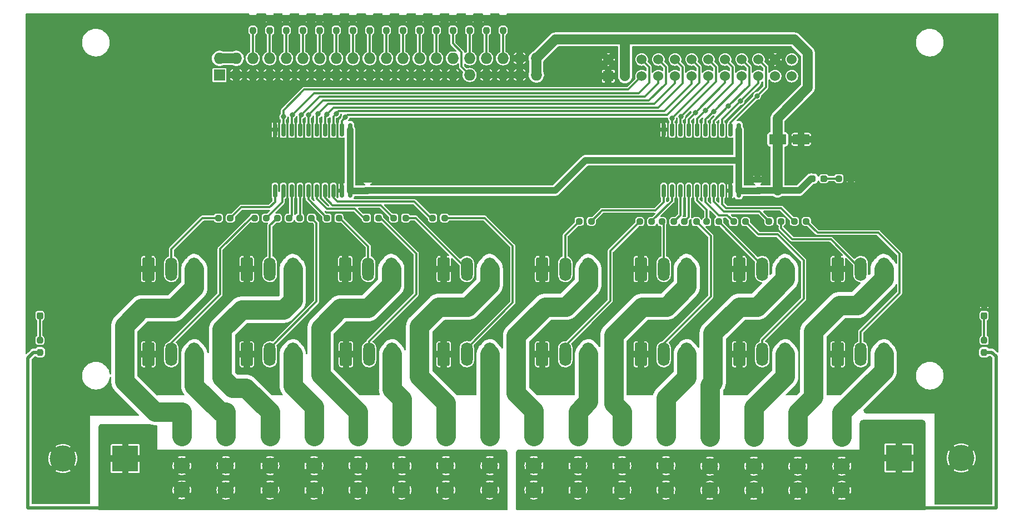
<source format=gbr>
G04 #@! TF.GenerationSoftware,KiCad,Pcbnew,(6.0.5)*
G04 #@! TF.CreationDate,2022-06-05T02:02:10-04:00*
G04 #@! TF.ProjectId,PB_16,50425f31-362e-46b6-9963-61645f706362,v1*
G04 #@! TF.SameCoordinates,Original*
G04 #@! TF.FileFunction,Copper,L1,Top*
G04 #@! TF.FilePolarity,Positive*
%FSLAX46Y46*%
G04 Gerber Fmt 4.6, Leading zero omitted, Abs format (unit mm)*
G04 Created by KiCad (PCBNEW (6.0.5)) date 2022-06-05 02:02:10*
%MOMM*%
%LPD*%
G01*
G04 APERTURE LIST*
G04 Aperture macros list*
%AMRoundRect*
0 Rectangle with rounded corners*
0 $1 Rounding radius*
0 $2 $3 $4 $5 $6 $7 $8 $9 X,Y pos of 4 corners*
0 Add a 4 corners polygon primitive as box body*
4,1,4,$2,$3,$4,$5,$6,$7,$8,$9,$2,$3,0*
0 Add four circle primitives for the rounded corners*
1,1,$1+$1,$2,$3*
1,1,$1+$1,$4,$5*
1,1,$1+$1,$6,$7*
1,1,$1+$1,$8,$9*
0 Add four rect primitives between the rounded corners*
20,1,$1+$1,$2,$3,$4,$5,0*
20,1,$1+$1,$4,$5,$6,$7,0*
20,1,$1+$1,$6,$7,$8,$9,0*
20,1,$1+$1,$8,$9,$2,$3,0*%
G04 Aperture macros list end*
G04 #@! TA.AperFunction,SMDPad,CuDef*
%ADD10RoundRect,0.237500X0.250000X0.237500X-0.250000X0.237500X-0.250000X-0.237500X0.250000X-0.237500X0*%
G04 #@! TD*
G04 #@! TA.AperFunction,SMDPad,CuDef*
%ADD11RoundRect,0.237500X-0.237500X0.250000X-0.237500X-0.250000X0.237500X-0.250000X0.237500X0.250000X0*%
G04 #@! TD*
G04 #@! TA.AperFunction,SMDPad,CuDef*
%ADD12RoundRect,0.237500X0.287500X0.237500X-0.287500X0.237500X-0.287500X-0.237500X0.287500X-0.237500X0*%
G04 #@! TD*
G04 #@! TA.AperFunction,SMDPad,CuDef*
%ADD13RoundRect,0.237500X-0.237500X0.287500X-0.237500X-0.287500X0.237500X-0.287500X0.237500X0.287500X0*%
G04 #@! TD*
G04 #@! TA.AperFunction,SMDPad,CuDef*
%ADD14RoundRect,0.237500X0.237500X-0.300000X0.237500X0.300000X-0.237500X0.300000X-0.237500X-0.300000X0*%
G04 #@! TD*
G04 #@! TA.AperFunction,ComponentPad*
%ADD15R,1.727200X1.727200*%
G04 #@! TD*
G04 #@! TA.AperFunction,ComponentPad*
%ADD16O,1.727200X1.727200*%
G04 #@! TD*
G04 #@! TA.AperFunction,SMDPad,CuDef*
%ADD17RoundRect,0.237500X0.237500X-0.250000X0.237500X0.250000X-0.237500X0.250000X-0.237500X-0.250000X0*%
G04 #@! TD*
G04 #@! TA.AperFunction,SMDPad,CuDef*
%ADD18RoundRect,0.237500X-0.250000X-0.237500X0.250000X-0.237500X0.250000X0.237500X-0.250000X0.237500X0*%
G04 #@! TD*
G04 #@! TA.AperFunction,ComponentPad*
%ADD19R,1.530000X1.530000*%
G04 #@! TD*
G04 #@! TA.AperFunction,ComponentPad*
%ADD20C,1.530000*%
G04 #@! TD*
G04 #@! TA.AperFunction,ComponentPad*
%ADD21RoundRect,0.250000X-0.650000X-1.550000X0.650000X-1.550000X0.650000X1.550000X-0.650000X1.550000X0*%
G04 #@! TD*
G04 #@! TA.AperFunction,ComponentPad*
%ADD22O,1.800000X3.600000*%
G04 #@! TD*
G04 #@! TA.AperFunction,ComponentPad*
%ADD23C,2.475000*%
G04 #@! TD*
G04 #@! TA.AperFunction,ComponentPad*
%ADD24R,4.000000X4.000000*%
G04 #@! TD*
G04 #@! TA.AperFunction,ComponentPad*
%ADD25C,4.000000*%
G04 #@! TD*
G04 #@! TA.AperFunction,SMDPad,CuDef*
%ADD26RoundRect,0.150000X-0.150000X0.875000X-0.150000X-0.875000X0.150000X-0.875000X0.150000X0.875000X0*%
G04 #@! TD*
G04 #@! TA.AperFunction,SMDPad,CuDef*
%ADD27RoundRect,0.250000X-1.050000X-0.550000X1.050000X-0.550000X1.050000X0.550000X-1.050000X0.550000X0*%
G04 #@! TD*
G04 #@! TA.AperFunction,ViaPad*
%ADD28C,0.800000*%
G04 #@! TD*
G04 #@! TA.AperFunction,Conductor*
%ADD29C,1.500000*%
G04 #@! TD*
G04 #@! TA.AperFunction,Conductor*
%ADD30C,1.000000*%
G04 #@! TD*
G04 #@! TA.AperFunction,Conductor*
%ADD31C,0.350000*%
G04 #@! TD*
G04 #@! TA.AperFunction,Conductor*
%ADD32C,0.500000*%
G04 #@! TD*
G04 #@! TA.AperFunction,Conductor*
%ADD33C,3.000000*%
G04 #@! TD*
G04 #@! TA.AperFunction,Conductor*
%ADD34C,2.999999*%
G04 #@! TD*
G04 APERTURE END LIST*
D10*
X194278500Y-102807800D03*
X196103500Y-102807800D03*
D11*
X216401000Y-127479500D03*
X216401000Y-129304500D03*
X72601000Y-127479500D03*
X72601000Y-129304500D03*
D12*
X191976000Y-102817800D03*
X190226000Y-102817800D03*
D13*
X216401000Y-121956000D03*
X216401000Y-123706000D03*
X72601000Y-121956000D03*
X72601000Y-123706000D03*
D14*
X181901000Y-104660300D03*
X181901000Y-102935300D03*
X122501000Y-104640300D03*
X122501000Y-102915300D03*
D15*
X99941000Y-87007800D03*
D16*
X99941000Y-84467800D03*
X102481000Y-87007800D03*
X102481000Y-84467800D03*
X105021000Y-87007800D03*
X105021000Y-84467800D03*
X107561000Y-87007800D03*
X107561000Y-84467800D03*
X110101000Y-87007800D03*
X110101000Y-84467800D03*
X112641000Y-87007800D03*
X112641000Y-84467800D03*
X115181000Y-87007800D03*
X115181000Y-84467800D03*
X117721000Y-87007800D03*
X117721000Y-84467800D03*
X120261000Y-87007800D03*
X120261000Y-84467800D03*
X122801000Y-87007800D03*
X122801000Y-84467800D03*
X125341000Y-87007800D03*
X125341000Y-84467800D03*
X127881000Y-87007800D03*
X127881000Y-84467800D03*
X130421000Y-87007800D03*
X130421000Y-84467800D03*
X132961000Y-87007800D03*
X132961000Y-84467800D03*
X135501000Y-87007800D03*
X135501000Y-84467800D03*
X138041000Y-87007800D03*
X138041000Y-84467800D03*
X140581000Y-87007800D03*
X140581000Y-84467800D03*
X143121000Y-87007800D03*
X143121000Y-84467800D03*
X145661000Y-87007800D03*
X145661000Y-84467800D03*
X148201000Y-87007800D03*
X148201000Y-84467800D03*
D17*
X143131000Y-80190300D03*
X143131000Y-78365300D03*
X140611000Y-80190300D03*
X140611000Y-78365300D03*
X138041000Y-80190300D03*
X138041000Y-78365300D03*
X135481000Y-80190300D03*
X135481000Y-78365300D03*
X132961000Y-80190300D03*
X132961000Y-78365300D03*
X130421000Y-78365300D03*
X130421000Y-80190300D03*
X127881000Y-80190300D03*
X127881000Y-78365300D03*
X125341000Y-80190300D03*
X125341000Y-78365300D03*
X122811000Y-80190300D03*
X122811000Y-78365300D03*
X120241000Y-80190300D03*
X120241000Y-78365300D03*
X117721000Y-80190300D03*
X117721000Y-78365300D03*
X115161000Y-80190300D03*
X115161000Y-78365300D03*
X112641000Y-80190300D03*
X112641000Y-78365300D03*
X110081000Y-78365300D03*
X110081000Y-80190300D03*
X107591000Y-80190300D03*
X107591000Y-78365300D03*
X105031000Y-80190300D03*
X105031000Y-78365300D03*
D18*
X187488500Y-109317800D03*
X189313500Y-109317800D03*
X183638500Y-109317800D03*
X185463500Y-109317800D03*
X178238500Y-109367800D03*
X180063500Y-109367800D03*
X174138500Y-109367800D03*
X175963500Y-109367800D03*
X170738500Y-109367800D03*
X172563500Y-109367800D03*
D10*
X169163500Y-109367800D03*
X167338500Y-109367800D03*
X165763500Y-109367800D03*
X163938500Y-109367800D03*
X156563500Y-109317800D03*
X154738500Y-109317800D03*
D18*
X134213500Y-108817800D03*
X132388500Y-108817800D03*
X128303500Y-108817800D03*
X126478500Y-108817800D03*
X124163500Y-108817800D03*
X122338500Y-108817800D03*
X116318500Y-108817800D03*
X118143500Y-108817800D03*
X113963500Y-108817800D03*
X112138500Y-108817800D03*
D10*
X110563500Y-108817800D03*
X108738500Y-108817800D03*
X105248500Y-108817800D03*
X107073500Y-108817800D03*
X101603500Y-108817800D03*
X99778500Y-108817800D03*
D19*
X159161000Y-87187800D03*
D20*
X159161000Y-84647800D03*
X161701000Y-87187800D03*
X161701000Y-84647800D03*
X164241000Y-87187800D03*
X164241000Y-84647800D03*
X166781000Y-87187800D03*
X166781000Y-84647800D03*
X169321000Y-87187800D03*
X169321000Y-84647800D03*
X171861000Y-87187800D03*
X171861000Y-84647800D03*
X174401000Y-87187800D03*
X174401000Y-84647800D03*
X176941000Y-87187800D03*
X176941000Y-84647800D03*
X179481000Y-87187800D03*
X179481000Y-84647800D03*
X182021000Y-87187800D03*
X182021000Y-84647800D03*
X184561000Y-87187800D03*
X184561000Y-84647800D03*
X187101000Y-87187800D03*
X187101000Y-84647800D03*
D21*
X89100000Y-129600000D03*
D22*
X92600000Y-129600000D03*
X96100000Y-129600000D03*
X126100000Y-116600000D03*
X122600000Y-116600000D03*
D21*
X119100000Y-116600000D03*
X119214342Y-129600000D03*
D22*
X122714342Y-129600000D03*
X126214342Y-129600000D03*
D21*
X134100000Y-116600000D03*
D22*
X137600000Y-116600000D03*
X141100000Y-116600000D03*
D21*
X134100000Y-129600000D03*
D22*
X137600000Y-129600000D03*
X141100000Y-129600000D03*
D21*
X149100000Y-116600000D03*
D22*
X152600000Y-116600000D03*
X156100000Y-116600000D03*
D21*
X149100000Y-129600000D03*
D22*
X152600000Y-129600000D03*
X156100000Y-129600000D03*
D21*
X164100000Y-116600000D03*
D22*
X167600000Y-116600000D03*
X171100000Y-116600000D03*
D21*
X164100000Y-129600000D03*
D22*
X167600000Y-129600000D03*
X171100000Y-129600000D03*
D21*
X179100000Y-116600000D03*
D22*
X182600000Y-116600000D03*
X186100000Y-116600000D03*
D21*
X179100000Y-129600000D03*
D22*
X182600000Y-129600000D03*
X186100000Y-129600000D03*
D21*
X194100000Y-116600000D03*
D22*
X197600000Y-116600000D03*
X201100000Y-116600000D03*
D21*
X194100000Y-129600000D03*
D22*
X197600000Y-129600000D03*
X201100000Y-129600000D03*
D23*
X94222600Y-150288600D03*
X94222600Y-146588600D03*
X94222600Y-142088600D03*
X94222600Y-138388600D03*
X134425198Y-150298600D03*
X134425198Y-146598600D03*
X134425198Y-142098600D03*
X134425198Y-138398600D03*
X181328229Y-150363600D03*
X181328229Y-146663600D03*
X181328229Y-142163600D03*
X181328229Y-138463600D03*
X100923033Y-150303600D03*
X100923033Y-146603600D03*
X100923033Y-142103600D03*
X100923033Y-138403600D03*
X127724765Y-150298600D03*
X127724765Y-146598600D03*
X127724765Y-142098600D03*
X127724765Y-138398600D03*
X141125631Y-150298600D03*
X141125631Y-146598600D03*
X141125631Y-142098600D03*
X141125631Y-138398600D03*
X147826064Y-150298600D03*
X147826064Y-146598600D03*
X147826064Y-142098600D03*
X147826064Y-138398600D03*
X154526497Y-150298600D03*
X154526497Y-146598600D03*
X154526497Y-142098600D03*
X154526497Y-138398600D03*
X194729100Y-150363600D03*
X194729100Y-146663600D03*
X194729100Y-142163600D03*
X194729100Y-138463600D03*
X121024332Y-150298600D03*
X121024332Y-146598600D03*
X121024332Y-142098600D03*
X121024332Y-138398600D03*
X107623466Y-150303600D03*
X107623466Y-146603600D03*
X107623466Y-142103600D03*
X107623466Y-138403600D03*
X174627796Y-150363600D03*
X174627796Y-146663600D03*
X174627796Y-142163600D03*
X174627796Y-138463600D03*
X161226930Y-150298600D03*
X161226930Y-146598600D03*
X161226930Y-142098600D03*
X161226930Y-138398600D03*
X114323899Y-150303600D03*
X114323899Y-146603600D03*
X114323899Y-142103600D03*
X114323899Y-138403600D03*
D21*
X89100000Y-116600000D03*
D22*
X92600000Y-116600000D03*
X96100000Y-116600000D03*
D21*
X104100000Y-116600000D03*
D22*
X107600000Y-116600000D03*
X111100000Y-116600000D03*
D21*
X104100000Y-129600000D03*
D22*
X107600000Y-129600000D03*
X111100000Y-129600000D03*
D23*
X188028662Y-150363600D03*
X188028662Y-146663600D03*
X188028662Y-142163600D03*
X188028662Y-138463600D03*
X167927363Y-150298600D03*
X167927363Y-146598600D03*
X167927363Y-142098600D03*
X167927363Y-138398600D03*
D24*
X85601000Y-145517800D03*
D25*
X76101000Y-145517800D03*
D24*
X203401000Y-145417800D03*
D25*
X212901000Y-145417800D03*
D26*
X179016000Y-95367800D03*
X177746000Y-95367800D03*
X176476000Y-95367800D03*
X175206000Y-95367800D03*
X173936000Y-95367800D03*
X172666000Y-95367800D03*
X171396000Y-95367800D03*
X170126000Y-95367800D03*
X168856000Y-95367800D03*
X167586000Y-95367800D03*
X167586000Y-104667800D03*
X168856000Y-104667800D03*
X170126000Y-104667800D03*
X171396000Y-104667800D03*
X172666000Y-104667800D03*
X173936000Y-104667800D03*
X175206000Y-104667800D03*
X176476000Y-104667800D03*
X177746000Y-104667800D03*
X179016000Y-104667800D03*
X119816000Y-95367800D03*
X118546000Y-95367800D03*
X117276000Y-95367800D03*
X116006000Y-95367800D03*
X114736000Y-95367800D03*
X113466000Y-95367800D03*
X112196000Y-95367800D03*
X110926000Y-95367800D03*
X109656000Y-95367800D03*
X108386000Y-95367800D03*
X108386000Y-104667800D03*
X109656000Y-104667800D03*
X110926000Y-104667800D03*
X112196000Y-104667800D03*
X113466000Y-104667800D03*
X114736000Y-104667800D03*
X116006000Y-104667800D03*
X117276000Y-104667800D03*
X118546000Y-104667800D03*
X119816000Y-104667800D03*
D27*
X184951000Y-96817800D03*
X188551000Y-96817800D03*
D28*
X199141000Y-109537800D03*
X203041000Y-122727800D03*
X191961000Y-109467800D03*
X190101000Y-113267800D03*
X188381000Y-110777800D03*
X181801000Y-109527800D03*
X179401000Y-110867800D03*
X175831000Y-111037800D03*
X170031000Y-111067800D03*
X160531000Y-109067800D03*
X152481000Y-109237800D03*
X143781000Y-110187800D03*
X111191000Y-110577800D03*
X104491000Y-110887800D03*
X103231000Y-108587800D03*
X122491000Y-101367800D03*
X105671000Y-91467800D03*
X123151000Y-95227800D03*
X150361000Y-95667800D03*
X165791000Y-95377800D03*
X182211000Y-97147800D03*
X182241000Y-95067800D03*
X185181000Y-89197800D03*
X191441000Y-89327800D03*
X191181000Y-82127800D03*
X172851000Y-78997800D03*
X151271000Y-79257800D03*
X151651000Y-83827800D03*
X150931000Y-87847800D03*
X103651000Y-78807800D03*
X106321000Y-79017800D03*
X108791000Y-79087800D03*
X111341000Y-79127800D03*
X113881000Y-79087800D03*
X116401000Y-79017800D03*
X118991000Y-79047800D03*
X121481000Y-78917800D03*
X124101000Y-78907800D03*
X126581000Y-78987800D03*
X129121000Y-78937800D03*
X131671000Y-78937800D03*
X134211000Y-78897800D03*
X136721000Y-78847800D03*
X139331000Y-78797800D03*
X141861000Y-78747800D03*
X144581000Y-78807800D03*
X119131000Y-93417800D03*
X117721000Y-92917800D03*
X116291000Y-93007800D03*
X114951000Y-92957800D03*
X113541000Y-93067800D03*
X112411000Y-93087800D03*
X111021000Y-93087800D03*
X109656000Y-93362800D03*
X168856000Y-93642177D03*
X170268344Y-93325144D03*
X172406000Y-92752800D03*
X173971000Y-92397800D03*
X175201936Y-92548736D03*
X177429281Y-91766081D03*
X179306936Y-90983736D03*
X181836000Y-90182800D03*
X133601000Y-95317800D03*
X180451000Y-106267800D03*
X98651000Y-119967800D03*
X158001000Y-121017800D03*
X177101000Y-97817800D03*
X203701000Y-111817800D03*
X216301000Y-108217800D03*
X123351000Y-110667800D03*
X73051000Y-101717800D03*
X84551000Y-110217800D03*
X133551000Y-106817800D03*
X182701000Y-79617800D03*
X156851000Y-101767800D03*
X142151000Y-126167800D03*
X124081000Y-102887800D03*
X136501000Y-102367800D03*
X197551000Y-102837800D03*
X216301000Y-86217800D03*
X190851000Y-96117800D03*
X173301000Y-114717800D03*
X108301000Y-102017800D03*
X90801000Y-80217800D03*
X81113000Y-138429800D03*
X144851000Y-106617800D03*
X150501000Y-102417800D03*
X116301000Y-111017800D03*
X216341000Y-120257800D03*
X203251000Y-137767800D03*
X108301000Y-97817800D03*
X189851000Y-98417800D03*
X73301000Y-109217800D03*
X188601000Y-98417800D03*
X187401000Y-98417800D03*
X216801000Y-99717800D03*
X196211000Y-104267800D03*
X133101000Y-110667800D03*
X165201000Y-101767800D03*
X176101000Y-102017800D03*
X201301000Y-89217800D03*
X201051000Y-79967800D03*
X73051000Y-87717800D03*
X72581000Y-120427800D03*
X127251000Y-113767800D03*
X181141000Y-101257800D03*
X190851000Y-97417800D03*
X187301000Y-102217800D03*
X182691000Y-101257800D03*
X118101000Y-102217800D03*
X104901000Y-104417800D03*
X207605000Y-137413800D03*
X139701000Y-111017800D03*
X98451000Y-114417800D03*
X157951000Y-112417800D03*
X187451000Y-95167800D03*
X187551000Y-120517800D03*
X151751000Y-106367800D03*
X106501000Y-95217800D03*
X143151000Y-113817800D03*
X167501000Y-97617800D03*
X128651000Y-119967800D03*
X168351000Y-125267800D03*
X189851000Y-95167800D03*
X75021000Y-121847800D03*
X142751000Y-121517800D03*
X128801000Y-111217800D03*
X157801000Y-103817800D03*
X190531000Y-105537800D03*
X188651000Y-95167800D03*
X99121000Y-79257800D03*
X83145000Y-138429800D03*
X208301000Y-100217800D03*
X73301000Y-94217800D03*
X163401000Y-79517800D03*
X199751000Y-137867800D03*
X90301000Y-88217800D03*
X200301000Y-125217800D03*
X177501000Y-102017800D03*
X85177000Y-138429800D03*
X77551000Y-133217800D03*
X142701000Y-102667800D03*
X196131000Y-101317800D03*
X91651000Y-109267800D03*
X117901000Y-97617800D03*
X214771000Y-121997800D03*
D29*
X184926000Y-93592800D02*
X184926000Y-104642800D01*
X189561000Y-83637800D02*
X189561000Y-88957800D01*
X159702873Y-81567800D02*
X187491000Y-81567800D01*
X187491000Y-81567800D02*
X189561000Y-83637800D01*
X189561000Y-88957800D02*
X184926000Y-93592800D01*
D30*
X179016000Y-104667800D02*
X181876000Y-104667800D01*
X181876000Y-104667800D02*
X181901000Y-104642800D01*
X181901000Y-104642800D02*
X184926000Y-104642800D01*
X188251000Y-104642800D02*
X190076000Y-102817800D01*
X184926000Y-104642800D02*
X188251000Y-104642800D01*
D31*
X72601000Y-127479500D02*
X72601000Y-123706000D01*
X194268500Y-102817800D02*
X194278500Y-102807800D01*
X191976000Y-102817800D02*
X194268500Y-102817800D01*
D32*
X85601000Y-150197800D02*
X85601000Y-145517800D01*
X70776010Y-130142790D02*
X70776010Y-153040805D01*
X71614300Y-129304500D02*
X70776010Y-130142790D01*
X70776010Y-153040805D02*
X82757839Y-153040960D01*
X72601000Y-129304500D02*
X71614300Y-129304500D01*
X82757839Y-153040960D02*
X85601000Y-150197800D01*
X205453811Y-153042611D02*
X203401000Y-150989800D01*
X218221581Y-136938381D02*
X218225838Y-153042776D01*
X218225990Y-136933972D02*
X218221581Y-136938381D01*
X218225990Y-129942790D02*
X218225990Y-136933972D01*
X203401000Y-150989800D02*
X203401000Y-145417800D01*
X217587700Y-129304500D02*
X218225990Y-129942790D01*
X218225838Y-153042776D02*
X205453811Y-153042611D01*
X216401000Y-129304500D02*
X217587700Y-129304500D01*
D31*
X216401000Y-127479500D02*
X216401000Y-123706000D01*
X140581000Y-80220300D02*
X140581000Y-84467800D01*
X140611000Y-80190300D02*
X140581000Y-80220300D01*
X136802889Y-83529689D02*
X136802889Y-85769689D01*
X135481000Y-82207800D02*
X136802889Y-83529689D01*
X135481000Y-80190300D02*
X135481000Y-82207800D01*
X136802889Y-85769689D02*
X138041000Y-87007800D01*
X143121000Y-80200300D02*
X143121000Y-84467800D01*
X143131000Y-80190300D02*
X143121000Y-80200300D01*
X138041000Y-84467800D02*
X138041000Y-80190300D01*
X132961000Y-84467800D02*
X132961000Y-80190300D01*
X130421000Y-80190300D02*
X130421000Y-84467800D01*
X127881000Y-84467800D02*
X127881000Y-80190300D01*
X125341000Y-80190300D02*
X125341000Y-84467800D01*
X122801000Y-80200300D02*
X122811000Y-80190300D01*
X122801000Y-84467800D02*
X122801000Y-80200300D01*
X120261000Y-80210300D02*
X120241000Y-80190300D01*
X120261000Y-84467800D02*
X120261000Y-80210300D01*
X117721000Y-80190300D02*
X117721000Y-84467800D01*
X115181000Y-80210300D02*
X115181000Y-84467800D01*
X115161000Y-80190300D02*
X115181000Y-80210300D01*
X112641000Y-80190300D02*
X112641000Y-84467800D01*
X110101000Y-80210300D02*
X110081000Y-80190300D01*
X110101000Y-84467800D02*
X110101000Y-80210300D01*
X107561000Y-80220300D02*
X107561000Y-84467800D01*
X107591000Y-80190300D02*
X107561000Y-80220300D01*
X105021000Y-84467800D02*
X105021000Y-80200300D01*
X105021000Y-80200300D02*
X105031000Y-80190300D01*
D29*
X151101000Y-81567800D02*
X148201000Y-84467800D01*
X159702873Y-81567800D02*
X151101000Y-81567800D01*
D31*
X173000511Y-88218289D02*
X168081000Y-93137800D01*
X168081000Y-93137800D02*
X119411000Y-93137800D01*
X119411000Y-93137800D02*
X119131000Y-93417800D01*
X173000511Y-85787311D02*
X173000511Y-88218289D01*
X171861000Y-84647800D02*
X173000511Y-85787311D01*
X118546000Y-94002800D02*
X119131000Y-93417800D01*
X118546000Y-95367800D02*
X118546000Y-94002800D01*
X117310022Y-91988778D02*
X116291000Y-93007800D01*
X166730022Y-91988778D02*
X117310022Y-91988778D01*
X170460511Y-88258289D02*
X166730022Y-91988778D01*
X170460511Y-85787311D02*
X170460511Y-88258289D01*
X116006000Y-93292800D02*
X116291000Y-93007800D01*
X116006000Y-95367800D02*
X116006000Y-93292800D01*
X169321000Y-84647800D02*
X170460511Y-85787311D01*
X116469533Y-91439267D02*
X114951000Y-92957800D01*
X166151406Y-91439267D02*
X116469533Y-91439267D01*
X169321000Y-88269673D02*
X166151406Y-91439267D01*
X114736000Y-95367800D02*
X114736000Y-93172800D01*
X114736000Y-93172800D02*
X114951000Y-92957800D01*
X169321000Y-87187800D02*
X169321000Y-88269673D01*
X118100511Y-92538289D02*
X117721000Y-92917800D01*
X117276000Y-95367800D02*
X117276000Y-93362800D01*
X167657636Y-92538289D02*
X118100511Y-92538289D01*
X171861000Y-88334925D02*
X167657636Y-92538289D01*
X117276000Y-93362800D02*
X117721000Y-92917800D01*
X171861000Y-87187800D02*
X171861000Y-88334925D01*
X115719044Y-90889756D02*
X113541000Y-93067800D01*
X165359044Y-90889756D02*
X115719044Y-90889756D01*
X167920511Y-88328289D02*
X165359044Y-90889756D01*
X166781000Y-84647800D02*
X167920511Y-85787311D01*
X167920511Y-85787311D02*
X167920511Y-88328289D01*
X166781000Y-88269673D02*
X164710428Y-90340245D01*
X166781000Y-87187800D02*
X166781000Y-88269673D01*
X164710428Y-90340245D02*
X115158555Y-90340245D01*
X115158555Y-90340245D02*
X112411000Y-93087800D01*
X112857572Y-89241228D02*
X109656000Y-92442800D01*
X164241000Y-87187800D02*
X162187577Y-89241223D01*
X114318066Y-89790734D02*
X111021000Y-93087800D01*
X163810940Y-89790734D02*
X114318066Y-89790734D01*
X165380511Y-88221163D02*
X163810940Y-89790734D01*
X164241000Y-84647800D02*
X165380511Y-85787311D01*
X109656000Y-92442800D02*
X109656000Y-93362800D01*
X162187577Y-89241223D02*
X112857572Y-89241228D01*
X165380511Y-85787311D02*
X165380511Y-88221163D01*
X113466000Y-95367800D02*
X113466000Y-93142800D01*
X113466000Y-93142800D02*
X113541000Y-93067800D01*
X112196000Y-93302800D02*
X112411000Y-93087800D01*
X112196000Y-95367800D02*
X112196000Y-93302800D01*
X110926000Y-93182800D02*
X111021000Y-93087800D01*
X110926000Y-95367800D02*
X110926000Y-93182800D01*
X109656000Y-93362800D02*
X109656000Y-95367800D01*
X170268344Y-93325144D02*
X170126000Y-93467489D01*
X175540511Y-88052978D02*
X170268344Y-93325144D01*
X168856000Y-93642177D02*
X168856000Y-95367800D01*
X174401000Y-87187800D02*
X174401000Y-88097177D01*
X174401000Y-88097177D02*
X168856000Y-93642177D01*
X172406000Y-92752800D02*
X171396000Y-93762800D01*
X176941000Y-88217800D02*
X172406000Y-92752800D01*
X175540511Y-85787311D02*
X175540511Y-88052978D01*
X174401000Y-84647800D02*
X175540511Y-85787311D01*
X170126000Y-93467489D02*
X170126000Y-95367800D01*
X173971000Y-92397800D02*
X172666000Y-93702800D01*
X178080511Y-88288289D02*
X173971000Y-92397800D01*
X175201936Y-92548736D02*
X173936000Y-93814673D01*
X179481000Y-88269673D02*
X175201936Y-92548736D01*
X177429281Y-91766081D02*
X175206000Y-93989361D01*
X180620511Y-88574850D02*
X177429281Y-91766081D01*
X175206000Y-93989361D02*
X175206000Y-95367800D01*
X179306936Y-90983736D02*
X176476000Y-93814673D01*
X180620511Y-85787311D02*
X180620511Y-88574850D01*
X179481000Y-84647800D02*
X180620511Y-85787311D01*
X182021000Y-88269673D02*
X179306936Y-90983736D01*
X181836000Y-90182800D02*
X183160511Y-88858289D01*
X177746000Y-94272800D02*
X181836000Y-90182800D01*
X171396000Y-93762800D02*
X171396000Y-95367800D01*
X176941000Y-87187800D02*
X176941000Y-88217800D01*
D29*
X161701000Y-81607800D02*
X161701000Y-84647800D01*
X161661000Y-81567800D02*
X161701000Y-81607800D01*
X159702873Y-81567800D02*
X161661000Y-81567800D01*
X161701000Y-87187800D02*
X161701000Y-84647800D01*
D31*
X166331000Y-107657800D02*
X167586000Y-106402800D01*
X158223500Y-107657800D02*
X166331000Y-107657800D01*
X156563500Y-109317800D02*
X158223500Y-107657800D01*
X167586000Y-106402800D02*
X167586000Y-104667800D01*
X152600000Y-111456300D02*
X152600000Y-116600000D01*
X154738500Y-109317800D02*
X152600000Y-111456300D01*
X129817800Y-108817800D02*
X137600000Y-116600000D01*
X128303500Y-108817800D02*
X129817800Y-108817800D01*
X124470989Y-106867789D02*
X126421000Y-108817800D01*
X117180989Y-106867789D02*
X124470989Y-106867789D01*
X126421000Y-108817800D02*
X126478500Y-108817800D01*
X116006000Y-105692800D02*
X117180989Y-106867789D01*
X116006000Y-104667800D02*
X116006000Y-105692800D01*
X122600000Y-113152270D02*
X122600000Y-116600000D01*
X118265530Y-108817800D02*
X122600000Y-113152270D01*
X118143500Y-108817800D02*
X118265530Y-108817800D01*
X113466000Y-105982800D02*
X116301000Y-108817800D01*
X113466000Y-104667800D02*
X113466000Y-105982800D01*
X116301000Y-108817800D02*
X116318500Y-108817800D01*
X100025000Y-120451200D02*
X92600000Y-127876200D01*
X100025000Y-113533800D02*
X100025000Y-120451200D01*
X104741000Y-108817800D02*
X100025000Y-113533800D01*
X92600000Y-127876200D02*
X92600000Y-129600000D01*
X105248500Y-108817800D02*
X104741000Y-108817800D01*
X97371000Y-108817800D02*
X99778500Y-108817800D01*
X92600000Y-113588800D02*
X97371000Y-108817800D01*
X92600000Y-118200000D02*
X92600000Y-113588800D01*
X107581000Y-107177800D02*
X103243500Y-107177800D01*
X108386000Y-106372800D02*
X107581000Y-107177800D01*
X103243500Y-107177800D02*
X101603500Y-108817800D01*
X108386000Y-104667800D02*
X108386000Y-106372800D01*
X109501000Y-106390300D02*
X107073500Y-108817800D01*
X109501000Y-104822800D02*
X109501000Y-106390300D01*
X109656000Y-104667800D02*
X109501000Y-104822800D01*
X107600000Y-128700000D02*
X107600000Y-129600000D01*
X114712600Y-121587400D02*
X107600000Y-128700000D01*
X114712600Y-109566900D02*
X114712600Y-121587400D01*
X113963500Y-108817800D02*
X114712600Y-109566900D01*
X112196000Y-108760300D02*
X112196000Y-104667800D01*
X112138500Y-108817800D02*
X112196000Y-108760300D01*
X110926000Y-108455300D02*
X110926000Y-104667800D01*
X110563500Y-108817800D02*
X110926000Y-108455300D01*
X107600000Y-109956300D02*
X107600000Y-116600000D01*
X108738500Y-108817800D02*
X107600000Y-109956300D01*
X193063600Y-112063600D02*
X197600000Y-116600000D01*
X185463500Y-109317800D02*
X185463500Y-110330300D01*
X185463500Y-110330300D02*
X187196800Y-112063600D01*
X187196800Y-112063600D02*
X193063600Y-112063600D01*
X203526600Y-114296600D02*
X203526600Y-120240200D01*
X203526600Y-120240200D02*
X197600000Y-126166800D01*
X197600000Y-126166800D02*
X197600000Y-129600000D01*
X200275400Y-111045400D02*
X203526600Y-114296600D01*
X189313500Y-109330300D02*
X191028600Y-111045400D01*
X189313500Y-109317800D02*
X189313500Y-109330300D01*
X191028600Y-111045400D02*
X200275400Y-111045400D01*
X167338500Y-109367800D02*
X167600000Y-109629300D01*
X167600000Y-109629300D02*
X167600000Y-116600000D01*
X165763500Y-109305300D02*
X165763500Y-109367800D01*
X168856000Y-104667800D02*
X168856000Y-106212800D01*
X168856000Y-106212800D02*
X165763500Y-109305300D01*
X170151000Y-108380300D02*
X169163500Y-109367800D01*
X170151000Y-104692800D02*
X170151000Y-108380300D01*
X170126000Y-104667800D02*
X170151000Y-104692800D01*
X152600000Y-128300000D02*
X152600000Y-129600000D01*
X159447600Y-121452400D02*
X152600000Y-128300000D01*
X159447600Y-113858700D02*
X159447600Y-121452400D01*
X163938500Y-109367800D02*
X159447600Y-113858700D01*
X182009300Y-111313600D02*
X180063500Y-109367800D01*
X184932600Y-111313600D02*
X182009300Y-111313600D01*
X185488500Y-107317800D02*
X187488500Y-109317800D01*
X177101000Y-107317800D02*
X185488500Y-107317800D01*
X176476000Y-106692800D02*
X177101000Y-107317800D01*
X176476000Y-104667800D02*
X176476000Y-106692800D01*
X177287521Y-108416821D02*
X178238500Y-109367800D01*
X176750511Y-107867311D02*
X182188011Y-107867311D01*
X173936000Y-104667800D02*
X173936000Y-106402800D01*
X175206000Y-106322800D02*
X176750511Y-107867311D01*
X173936000Y-106402800D02*
X175950021Y-108416821D01*
X175206000Y-104667800D02*
X175206000Y-106322800D01*
X182188011Y-107867311D02*
X183638500Y-109317800D01*
X175950021Y-108416821D02*
X177287521Y-108416821D01*
X174138500Y-107605300D02*
X174138500Y-109367800D01*
X172666000Y-106132800D02*
X174138500Y-107605300D01*
X172666000Y-104667800D02*
X172666000Y-106132800D01*
X175963500Y-109367800D02*
X182600000Y-116004300D01*
X182600000Y-116004300D02*
X182600000Y-116600000D01*
X174762600Y-120810200D02*
X174762600Y-111566900D01*
X167600000Y-127972800D02*
X174762600Y-120810200D01*
X174762600Y-111566900D02*
X172563500Y-109367800D01*
X167600000Y-129600000D02*
X167600000Y-127972800D01*
X171396000Y-108710300D02*
X170738500Y-109367800D01*
X171396000Y-104667800D02*
X171396000Y-108710300D01*
X172666000Y-93702800D02*
X172666000Y-95367800D01*
X178080511Y-85787311D02*
X178080511Y-88288289D01*
X173936000Y-93814673D02*
X173936000Y-95367800D01*
X176941000Y-84647800D02*
X178080511Y-85787311D01*
X179481000Y-87187800D02*
X179481000Y-88269673D01*
X182021000Y-87187800D02*
X182021000Y-88269673D01*
X176476000Y-93814673D02*
X176476000Y-95367800D01*
X183160511Y-85787311D02*
X182021000Y-84647800D01*
X183160511Y-88858289D02*
X183160511Y-85787311D01*
X177746000Y-95367800D02*
X177746000Y-94272800D01*
D30*
X179016000Y-102332800D02*
X179016000Y-104667800D01*
X119816000Y-104667800D02*
X122476000Y-104667800D01*
X122476000Y-104667800D02*
X122501000Y-104642800D01*
X179016000Y-95367800D02*
X179016000Y-102332800D01*
X119816000Y-95367800D02*
X119816000Y-104667800D01*
X179016000Y-100017800D02*
X179016000Y-102332800D01*
X155701000Y-100017800D02*
X179016000Y-100017800D01*
D29*
X102481000Y-84467800D02*
X99941000Y-84467800D01*
X148201000Y-87007800D02*
X148201000Y-84467800D01*
D30*
X151076000Y-104642800D02*
X155701000Y-100017800D01*
X122501000Y-104642800D02*
X151076000Y-104642800D01*
D31*
X114736000Y-104667800D02*
X114736000Y-105852800D01*
X114736000Y-105852800D02*
X116301000Y-107417800D01*
X116301000Y-107417800D02*
X120536900Y-107417800D01*
X120536900Y-107417800D02*
X121932700Y-108813600D01*
X117900978Y-106317778D02*
X117276000Y-105692800D01*
X117276000Y-105692800D02*
X117276000Y-104667800D01*
X129596878Y-106317778D02*
X117900978Y-106317778D01*
X132092700Y-108813600D02*
X129596878Y-106317778D01*
D33*
X96100000Y-119449000D02*
X96100000Y-116600000D01*
X90102600Y-138388600D02*
X94222600Y-138388600D01*
X85460000Y-125240000D02*
X85460000Y-133746000D01*
X85460000Y-133746000D02*
X90102600Y-138388600D01*
X94222600Y-138388600D02*
X94222600Y-142088600D01*
X92949000Y-122600000D02*
X96100000Y-119449000D01*
D34*
X88100000Y-122600000D02*
X85460000Y-125240000D01*
D33*
X88100000Y-122600000D02*
X92949000Y-122600000D01*
X100923033Y-142103600D02*
X100923033Y-138403600D01*
X100103600Y-138403600D02*
X96100000Y-134400000D01*
X100923033Y-138403600D02*
X100103600Y-138403600D01*
X96100000Y-134400000D02*
X96100000Y-129600000D01*
X101901000Y-134717800D02*
X103937666Y-134717800D01*
X109686400Y-122813600D02*
X103312600Y-122813600D01*
X111100000Y-121400000D02*
X109686400Y-122813600D01*
X103937666Y-134717800D02*
X107623466Y-138403600D01*
X111100000Y-116600000D02*
X111100000Y-121400000D01*
X103312600Y-122813600D02*
X100330000Y-125796200D01*
X100330000Y-125796200D02*
X100330000Y-133146800D01*
X100330000Y-133146800D02*
X101901000Y-134717800D01*
X107623466Y-142103600D02*
X107623466Y-138403600D01*
X111100000Y-129600000D02*
X111100000Y-134400000D01*
X111100000Y-134400000D02*
X114323899Y-137623899D01*
X114323899Y-137623899D02*
X114323899Y-138403600D01*
X114323899Y-142103600D02*
X114323899Y-138403600D01*
X121024332Y-142098600D02*
X121024332Y-138398600D01*
X126100000Y-119026200D02*
X122526200Y-122600000D01*
X126100000Y-116600000D02*
X126100000Y-119026200D01*
X122526200Y-122600000D02*
X118350000Y-122600000D01*
X118350000Y-122600000D02*
X115350000Y-125600000D01*
X115350000Y-132724268D02*
X121024332Y-138398600D01*
X115350000Y-125600000D02*
X115350000Y-132724268D01*
X126214342Y-134940342D02*
X126214342Y-129600000D01*
X127724765Y-138398600D02*
X127724765Y-136450765D01*
X127724765Y-138398600D02*
X127724765Y-142098600D01*
X127724765Y-136450765D02*
X126214342Y-134940342D01*
X134425198Y-137031198D02*
X134425198Y-138398600D01*
X134425198Y-138398600D02*
X134425198Y-142098600D01*
X137726200Y-122350000D02*
X133350000Y-122350000D01*
X141100000Y-116600000D02*
X141100000Y-118976200D01*
X141100000Y-118976200D02*
X137726200Y-122350000D01*
X130350000Y-125350000D02*
X130350000Y-132956000D01*
X133350000Y-122350000D02*
X130350000Y-125350000D01*
X130350000Y-132956000D02*
X134425198Y-137031198D01*
X141100000Y-138372969D02*
X141125631Y-138398600D01*
X141100000Y-129600000D02*
X141100000Y-138372969D01*
X141125631Y-138398600D02*
X141125631Y-142098600D01*
X149576200Y-122350000D02*
X152726200Y-122350000D01*
X145100000Y-126826200D02*
X149576200Y-122350000D01*
X147826064Y-138398600D02*
X147826064Y-142098600D01*
X152726200Y-122350000D02*
X156100000Y-118976200D01*
X156100000Y-118976200D02*
X156100000Y-116600000D01*
X147826064Y-138398600D02*
X147826064Y-138222064D01*
X145100000Y-135496000D02*
X145100000Y-126826200D01*
X147826064Y-138222064D02*
X145100000Y-135496000D01*
X156100000Y-136825097D02*
X156100000Y-129600000D01*
X154526497Y-138398600D02*
X156100000Y-136825097D01*
X154526497Y-138398600D02*
X154526497Y-142098600D01*
X159942600Y-126718600D02*
X164311200Y-122350000D01*
X161226930Y-142098600D02*
X161226930Y-138398600D01*
X159942600Y-137114270D02*
X159942600Y-126718600D01*
X168026200Y-122350000D02*
X171100000Y-119276200D01*
X161226930Y-138398600D02*
X159942600Y-137114270D01*
X164311200Y-122350000D02*
X168026200Y-122350000D01*
X171100000Y-119276200D02*
X171100000Y-116600000D01*
X171100000Y-133124700D02*
X171100000Y-129600000D01*
X167927363Y-138398600D02*
X167927363Y-142098600D01*
X167927363Y-138398600D02*
X167927363Y-136297337D01*
X167927363Y-136297337D02*
X171100000Y-133124700D01*
X175047600Y-126413600D02*
X179111200Y-122350000D01*
X174627796Y-138463600D02*
X174627796Y-134333315D01*
X174627796Y-134333315D02*
X175047600Y-133913511D01*
X186100000Y-118101233D02*
X186100000Y-116600000D01*
X174627796Y-142163600D02*
X174627796Y-138463600D01*
X181851233Y-122350000D02*
X186100000Y-118101233D01*
X175047600Y-133913511D02*
X175047600Y-126413600D01*
X179111200Y-122350000D02*
X181851233Y-122350000D01*
X181328229Y-138463600D02*
X181328229Y-142163600D01*
X181328229Y-137732971D02*
X186100000Y-132961200D01*
X186100000Y-132961200D02*
X186100000Y-129600000D01*
X181328229Y-138463600D02*
X181328229Y-137732971D01*
X194361200Y-122100000D02*
X197101232Y-122100000D01*
X188028662Y-138463600D02*
X190378599Y-136113663D01*
D34*
X201100000Y-118101232D02*
X197101232Y-122100000D01*
D33*
X190378599Y-136113663D02*
X190378599Y-126082601D01*
D34*
X201100000Y-116600000D02*
X201100000Y-118101232D01*
D33*
X188028662Y-138463600D02*
X188028662Y-142163600D01*
X190378599Y-126082601D02*
X194361200Y-122100000D01*
X194729100Y-142163600D02*
X194729100Y-138463600D01*
X194729100Y-138463600D02*
X201100000Y-132092700D01*
X201100000Y-132092700D02*
X201100000Y-129600000D01*
D31*
X124472700Y-108813600D02*
X124472700Y-108826300D01*
X129912600Y-120413600D02*
X122714342Y-127611858D01*
X124472700Y-108826300D02*
X129912600Y-114266200D01*
X129912600Y-114266200D02*
X129912600Y-120413600D01*
X122714342Y-127611858D02*
X122714342Y-129600000D01*
X137600000Y-129600000D02*
X137600000Y-128700000D01*
X137600000Y-128700000D02*
X144612600Y-121687400D01*
X134632700Y-108813600D02*
X140312600Y-108813600D01*
X144612600Y-121687400D02*
X144612600Y-113113600D01*
X144612600Y-113113600D02*
X140312600Y-108813600D01*
X167600000Y-127975928D02*
X167600000Y-129600000D01*
X182600000Y-127450000D02*
X188912600Y-121137400D01*
X188912600Y-115293600D02*
X184932600Y-111313600D01*
X188912600Y-121137400D02*
X188912600Y-115293600D01*
X182600000Y-129600000D02*
X182600000Y-127450000D01*
G04 #@! TA.AperFunction,Conductor*
G36*
X104435072Y-77638302D02*
G01*
X104481565Y-77691958D01*
X104491669Y-77762232D01*
X104468302Y-77819160D01*
X104426519Y-77875730D01*
X104422050Y-77887951D01*
X104431379Y-77890300D01*
X105628129Y-77890300D01*
X105640616Y-77886633D01*
X105636965Y-77877738D01*
X105593698Y-77819160D01*
X105569315Y-77752481D01*
X105584852Y-77683206D01*
X105635375Y-77633327D01*
X105695049Y-77618300D01*
X106926951Y-77618300D01*
X106995072Y-77638302D01*
X107041565Y-77691958D01*
X107051669Y-77762232D01*
X107028302Y-77819160D01*
X106986519Y-77875730D01*
X106982050Y-77887951D01*
X106991379Y-77890300D01*
X108188129Y-77890300D01*
X108200616Y-77886633D01*
X108196965Y-77877738D01*
X108153698Y-77819160D01*
X108129315Y-77752481D01*
X108144852Y-77683206D01*
X108195375Y-77633327D01*
X108255049Y-77618300D01*
X109416951Y-77618300D01*
X109485072Y-77638302D01*
X109531565Y-77691958D01*
X109541669Y-77762232D01*
X109518302Y-77819160D01*
X109476519Y-77875730D01*
X109472050Y-77887951D01*
X109481379Y-77890300D01*
X110678129Y-77890300D01*
X110690616Y-77886633D01*
X110686965Y-77877738D01*
X110643698Y-77819160D01*
X110619315Y-77752481D01*
X110634852Y-77683206D01*
X110685375Y-77633327D01*
X110745049Y-77618300D01*
X111976951Y-77618300D01*
X112045072Y-77638302D01*
X112091565Y-77691958D01*
X112101669Y-77762232D01*
X112078302Y-77819160D01*
X112036519Y-77875730D01*
X112032050Y-77887951D01*
X112041379Y-77890300D01*
X113238129Y-77890300D01*
X113250616Y-77886633D01*
X113246965Y-77877738D01*
X113203698Y-77819160D01*
X113179315Y-77752481D01*
X113194852Y-77683206D01*
X113245375Y-77633327D01*
X113305049Y-77618300D01*
X114496951Y-77618300D01*
X114565072Y-77638302D01*
X114611565Y-77691958D01*
X114621669Y-77762232D01*
X114598302Y-77819160D01*
X114556519Y-77875730D01*
X114552050Y-77887951D01*
X114561379Y-77890300D01*
X115758129Y-77890300D01*
X115770616Y-77886633D01*
X115766965Y-77877738D01*
X115723698Y-77819160D01*
X115699315Y-77752481D01*
X115714852Y-77683206D01*
X115765375Y-77633327D01*
X115825049Y-77618300D01*
X117056951Y-77618300D01*
X117125072Y-77638302D01*
X117171565Y-77691958D01*
X117181669Y-77762232D01*
X117158302Y-77819160D01*
X117116519Y-77875730D01*
X117112050Y-77887951D01*
X117121379Y-77890300D01*
X118318129Y-77890300D01*
X118330616Y-77886633D01*
X118326965Y-77877738D01*
X118283698Y-77819160D01*
X118259315Y-77752481D01*
X118274852Y-77683206D01*
X118325375Y-77633327D01*
X118385049Y-77618300D01*
X119576951Y-77618300D01*
X119645072Y-77638302D01*
X119691565Y-77691958D01*
X119701669Y-77762232D01*
X119678302Y-77819160D01*
X119636519Y-77875730D01*
X119632050Y-77887951D01*
X119641379Y-77890300D01*
X120838129Y-77890300D01*
X120850616Y-77886633D01*
X120846965Y-77877738D01*
X120803698Y-77819160D01*
X120779315Y-77752481D01*
X120794852Y-77683206D01*
X120845375Y-77633327D01*
X120905049Y-77618300D01*
X122146951Y-77618300D01*
X122215072Y-77638302D01*
X122261565Y-77691958D01*
X122271669Y-77762232D01*
X122248302Y-77819160D01*
X122206519Y-77875730D01*
X122202050Y-77887951D01*
X122211379Y-77890300D01*
X123408129Y-77890300D01*
X123420616Y-77886633D01*
X123416965Y-77877738D01*
X123373698Y-77819160D01*
X123349315Y-77752481D01*
X123364852Y-77683206D01*
X123415375Y-77633327D01*
X123475049Y-77618300D01*
X124676951Y-77618300D01*
X124745072Y-77638302D01*
X124791565Y-77691958D01*
X124801669Y-77762232D01*
X124778302Y-77819160D01*
X124736519Y-77875730D01*
X124732050Y-77887951D01*
X124741379Y-77890300D01*
X125938129Y-77890300D01*
X125950616Y-77886633D01*
X125946965Y-77877738D01*
X125903698Y-77819160D01*
X125879315Y-77752481D01*
X125894852Y-77683206D01*
X125945375Y-77633327D01*
X126005049Y-77618300D01*
X127216951Y-77618300D01*
X127285072Y-77638302D01*
X127331565Y-77691958D01*
X127341669Y-77762232D01*
X127318302Y-77819160D01*
X127276519Y-77875730D01*
X127272050Y-77887951D01*
X127281379Y-77890300D01*
X128478129Y-77890300D01*
X128490616Y-77886633D01*
X128486965Y-77877738D01*
X128443698Y-77819160D01*
X128419315Y-77752481D01*
X128434852Y-77683206D01*
X128485375Y-77633327D01*
X128545049Y-77618300D01*
X129756951Y-77618300D01*
X129825072Y-77638302D01*
X129871565Y-77691958D01*
X129881669Y-77762232D01*
X129858302Y-77819160D01*
X129816519Y-77875730D01*
X129812050Y-77887951D01*
X129821379Y-77890300D01*
X131018129Y-77890300D01*
X131030616Y-77886633D01*
X131026965Y-77877738D01*
X130983698Y-77819160D01*
X130959315Y-77752481D01*
X130974852Y-77683206D01*
X131025375Y-77633327D01*
X131085049Y-77618300D01*
X132296951Y-77618300D01*
X132365072Y-77638302D01*
X132411565Y-77691958D01*
X132421669Y-77762232D01*
X132398302Y-77819160D01*
X132356519Y-77875730D01*
X132352050Y-77887951D01*
X132361379Y-77890300D01*
X133558129Y-77890300D01*
X133570616Y-77886633D01*
X133566965Y-77877738D01*
X133523698Y-77819160D01*
X133499315Y-77752481D01*
X133514852Y-77683206D01*
X133565375Y-77633327D01*
X133625049Y-77618300D01*
X134816951Y-77618300D01*
X134885072Y-77638302D01*
X134931565Y-77691958D01*
X134941669Y-77762232D01*
X134918302Y-77819160D01*
X134876519Y-77875730D01*
X134872050Y-77887951D01*
X134881379Y-77890300D01*
X136078129Y-77890300D01*
X136090616Y-77886633D01*
X136086965Y-77877738D01*
X136043698Y-77819160D01*
X136019315Y-77752481D01*
X136034852Y-77683206D01*
X136085375Y-77633327D01*
X136145049Y-77618300D01*
X137376951Y-77618300D01*
X137445072Y-77638302D01*
X137491565Y-77691958D01*
X137501669Y-77762232D01*
X137478302Y-77819160D01*
X137436519Y-77875730D01*
X137432050Y-77887951D01*
X137441379Y-77890300D01*
X138638129Y-77890300D01*
X138650616Y-77886633D01*
X138646965Y-77877738D01*
X138603698Y-77819160D01*
X138579315Y-77752481D01*
X138594852Y-77683206D01*
X138645375Y-77633327D01*
X138705049Y-77618300D01*
X139946951Y-77618300D01*
X140015072Y-77638302D01*
X140061565Y-77691958D01*
X140071669Y-77762232D01*
X140048302Y-77819160D01*
X140006519Y-77875730D01*
X140002050Y-77887951D01*
X140011379Y-77890300D01*
X141208129Y-77890300D01*
X141220616Y-77886633D01*
X141216965Y-77877738D01*
X141173698Y-77819160D01*
X141149315Y-77752481D01*
X141164852Y-77683206D01*
X141215375Y-77633327D01*
X141275049Y-77618300D01*
X142466951Y-77618300D01*
X142535072Y-77638302D01*
X142581565Y-77691958D01*
X142591669Y-77762232D01*
X142568302Y-77819160D01*
X142526519Y-77875730D01*
X142522050Y-77887951D01*
X142531379Y-77890300D01*
X143728129Y-77890300D01*
X143740616Y-77886633D01*
X143736965Y-77877738D01*
X143693698Y-77819160D01*
X143669315Y-77752481D01*
X143684852Y-77683206D01*
X143735375Y-77633327D01*
X143795049Y-77618300D01*
X218474500Y-77618300D01*
X218542621Y-77638302D01*
X218589114Y-77691958D01*
X218600500Y-77744300D01*
X218600500Y-129234586D01*
X218580498Y-129302707D01*
X218526842Y-129349200D01*
X218456568Y-129359304D01*
X218391988Y-129329810D01*
X218385405Y-129323681D01*
X217987582Y-128925858D01*
X217983929Y-128922049D01*
X217979683Y-128917432D01*
X217941901Y-128876344D01*
X217904898Y-128853401D01*
X217895148Y-128846700D01*
X217860483Y-128820388D01*
X217846504Y-128814854D01*
X217826501Y-128804793D01*
X217813714Y-128796865D01*
X217805463Y-128794468D01*
X217805461Y-128794467D01*
X217771928Y-128784725D01*
X217760695Y-128780879D01*
X217757796Y-128779731D01*
X217720247Y-128764864D01*
X217711706Y-128763966D01*
X217711705Y-128763966D01*
X217705292Y-128763292D01*
X217683317Y-128758980D01*
X217668875Y-128754785D01*
X217661392Y-128754235D01*
X217660492Y-128754169D01*
X217660481Y-128754169D01*
X217658185Y-128754000D01*
X217623483Y-128754000D01*
X217610313Y-128753310D01*
X217600084Y-128752235D01*
X217570246Y-128749099D01*
X217561781Y-128750531D01*
X217561772Y-128750531D01*
X217551700Y-128752235D01*
X217530687Y-128754000D01*
X217148428Y-128754000D01*
X217080307Y-128733998D01*
X217048066Y-128704180D01*
X217027693Y-128677340D01*
X217027688Y-128677335D01*
X217022500Y-128670500D01*
X216905089Y-128581380D01*
X216842277Y-128556511D01*
X216775568Y-128530099D01*
X216775566Y-128530098D01*
X216768038Y-128527118D01*
X216680297Y-128516500D01*
X216401185Y-128516500D01*
X216121704Y-128516501D01*
X216117946Y-128516956D01*
X216117941Y-128516956D01*
X216048656Y-128525340D01*
X216033962Y-128527118D01*
X216026439Y-128530096D01*
X216026437Y-128530097D01*
X215959723Y-128556511D01*
X215896911Y-128581380D01*
X215779500Y-128670500D01*
X215690380Y-128787911D01*
X215677522Y-128820388D01*
X215660300Y-128863886D01*
X215636118Y-128924962D01*
X215625500Y-129012703D01*
X215625501Y-129596296D01*
X215625956Y-129600054D01*
X215625956Y-129600059D01*
X215626642Y-129605728D01*
X215636118Y-129684038D01*
X215690380Y-129821089D01*
X215779500Y-129938500D01*
X215896911Y-130027620D01*
X215959142Y-130052259D01*
X216026432Y-130078901D01*
X216026434Y-130078902D01*
X216033962Y-130081882D01*
X216121703Y-130092500D01*
X216400815Y-130092500D01*
X216680296Y-130092499D01*
X216684054Y-130092044D01*
X216684059Y-130092044D01*
X216760005Y-130082854D01*
X216768038Y-130081882D01*
X216775561Y-130078904D01*
X216775563Y-130078903D01*
X216844703Y-130051528D01*
X216905089Y-130027620D01*
X217022500Y-129938500D01*
X217027688Y-129931665D01*
X217027693Y-129931660D01*
X217048066Y-129904820D01*
X217105184Y-129862653D01*
X217148428Y-129855000D01*
X217307485Y-129855000D01*
X217375606Y-129875002D01*
X217396580Y-129891905D01*
X217638585Y-130133910D01*
X217672611Y-130196222D01*
X217675490Y-130223005D01*
X217675490Y-136829734D01*
X217673554Y-136851462D01*
X217671845Y-136857351D01*
X217671363Y-136863934D01*
X217671362Y-136863939D01*
X217671231Y-136865734D01*
X217671062Y-136868042D01*
X217671066Y-136884170D01*
X217671071Y-136902659D01*
X217670381Y-136915862D01*
X217667078Y-136947290D01*
X217666180Y-136955835D01*
X217669332Y-136974468D01*
X217671096Y-136995441D01*
X217675159Y-152364425D01*
X217675159Y-152366234D01*
X217655175Y-152434360D01*
X217601532Y-152480867D01*
X217549157Y-152492267D01*
X210129160Y-152492171D01*
X208926998Y-152492156D01*
X208858878Y-152472153D01*
X208812386Y-152418497D01*
X208801000Y-152366156D01*
X208801000Y-147285673D01*
X211745384Y-147285673D01*
X211755266Y-147298162D01*
X211795207Y-147324850D01*
X211802344Y-147328971D01*
X212053592Y-147452872D01*
X212061196Y-147456022D01*
X212326469Y-147546070D01*
X212334421Y-147548201D01*
X212609183Y-147602854D01*
X212617341Y-147603928D01*
X212896881Y-147622250D01*
X212905119Y-147622250D01*
X213184659Y-147603928D01*
X213192817Y-147602854D01*
X213467579Y-147548201D01*
X213475531Y-147546070D01*
X213740804Y-147456022D01*
X213748408Y-147452872D01*
X213999656Y-147328971D01*
X214006793Y-147324850D01*
X214048169Y-147297204D01*
X214056457Y-147287286D01*
X214049200Y-147273107D01*
X212913812Y-146137719D01*
X212899868Y-146130105D01*
X212898035Y-146130236D01*
X212891420Y-146134487D01*
X211751580Y-147274327D01*
X211745384Y-147285673D01*
X208801000Y-147285673D01*
X208801000Y-145421919D01*
X210696550Y-145421919D01*
X210714872Y-145701459D01*
X210715946Y-145709617D01*
X210770599Y-145984379D01*
X210772730Y-145992331D01*
X210862778Y-146257604D01*
X210865928Y-146265208D01*
X210989829Y-146516456D01*
X210993950Y-146523593D01*
X211021596Y-146564969D01*
X211031514Y-146573257D01*
X211045693Y-146566000D01*
X212181081Y-145430612D01*
X212187459Y-145418932D01*
X213613305Y-145418932D01*
X213613436Y-145420765D01*
X213617687Y-145427380D01*
X214757527Y-146567220D01*
X214768873Y-146573416D01*
X214781362Y-146563534D01*
X214808050Y-146523593D01*
X214812171Y-146516456D01*
X214936072Y-146265208D01*
X214939222Y-146257604D01*
X215029270Y-145992331D01*
X215031401Y-145984379D01*
X215086054Y-145709617D01*
X215087128Y-145701459D01*
X215105450Y-145421919D01*
X215105450Y-145413681D01*
X215087128Y-145134141D01*
X215086054Y-145125983D01*
X215031401Y-144851221D01*
X215029270Y-144843269D01*
X214939222Y-144577996D01*
X214936072Y-144570392D01*
X214812171Y-144319144D01*
X214808050Y-144312007D01*
X214780404Y-144270631D01*
X214770486Y-144262343D01*
X214756307Y-144269600D01*
X213620919Y-145404988D01*
X213613305Y-145418932D01*
X212187459Y-145418932D01*
X212188695Y-145416668D01*
X212188564Y-145414835D01*
X212184313Y-145408220D01*
X211044473Y-144268380D01*
X211033127Y-144262184D01*
X211020638Y-144272066D01*
X210993950Y-144312007D01*
X210989829Y-144319144D01*
X210865928Y-144570392D01*
X210862778Y-144577996D01*
X210772730Y-144843269D01*
X210770599Y-144851221D01*
X210715946Y-145125983D01*
X210714872Y-145134141D01*
X210696550Y-145413681D01*
X210696550Y-145421919D01*
X208801000Y-145421919D01*
X208801000Y-143548314D01*
X211745543Y-143548314D01*
X211752800Y-143562493D01*
X212888188Y-144697881D01*
X212902132Y-144705495D01*
X212903965Y-144705364D01*
X212910580Y-144701113D01*
X214050420Y-143561273D01*
X214056616Y-143549927D01*
X214046734Y-143537438D01*
X214006793Y-143510750D01*
X213999656Y-143506629D01*
X213748408Y-143382728D01*
X213740804Y-143379578D01*
X213475531Y-143289530D01*
X213467579Y-143287399D01*
X213192817Y-143232746D01*
X213184659Y-143231672D01*
X212905119Y-143213350D01*
X212896881Y-143213350D01*
X212617341Y-143231672D01*
X212609183Y-143232746D01*
X212334421Y-143287399D01*
X212326469Y-143289530D01*
X212061196Y-143379578D01*
X212053592Y-143382728D01*
X211802344Y-143506629D01*
X211795207Y-143510750D01*
X211753831Y-143538396D01*
X211745543Y-143548314D01*
X208801000Y-143548314D01*
X208801000Y-138617800D01*
X208292434Y-138618367D01*
X208292433Y-138618367D01*
X203420600Y-138623800D01*
X198557030Y-138629224D01*
X198540575Y-138628163D01*
X198433630Y-138614194D01*
X198401838Y-138605707D01*
X198309867Y-138567702D01*
X198281351Y-138551266D01*
X198202367Y-138490741D01*
X198179079Y-138467480D01*
X198118461Y-138388556D01*
X198101997Y-138360063D01*
X198063892Y-138268142D01*
X198055366Y-138236349D01*
X198041279Y-138129423D01*
X198040200Y-138112965D01*
X198040200Y-138033825D01*
X198060202Y-137965704D01*
X198077105Y-137944730D01*
X202493777Y-133528057D01*
X202495901Y-133525982D01*
X202580189Y-133445576D01*
X202580192Y-133445573D01*
X202583412Y-133442501D01*
X202617934Y-133398710D01*
X202640090Y-133370606D01*
X202643874Y-133366032D01*
X202683478Y-133320391D01*
X202703855Y-133296909D01*
X202726290Y-133262162D01*
X202733191Y-133252506D01*
X202756047Y-133223514D01*
X202756050Y-133223509D01*
X202758801Y-133220020D01*
X202783377Y-133177710D01*
X202804777Y-133140866D01*
X202807880Y-133135803D01*
X202855109Y-133062659D01*
X202855109Y-133062658D01*
X202857529Y-133058911D01*
X202859398Y-133054857D01*
X202874845Y-133021350D01*
X202880317Y-133010814D01*
X202887295Y-132998800D01*
X206026347Y-132998800D01*
X206026906Y-133003044D01*
X206026906Y-133003048D01*
X206035829Y-133070826D01*
X206063729Y-133282749D01*
X206064862Y-133286889D01*
X206064862Y-133286891D01*
X206078060Y-133335136D01*
X206139302Y-133558998D01*
X206140986Y-133562946D01*
X206238703Y-133792038D01*
X206251668Y-133822435D01*
X206398746Y-134068185D01*
X206401430Y-134071536D01*
X206401432Y-134071538D01*
X206444801Y-134125671D01*
X206577815Y-134291700D01*
X206712914Y-134419904D01*
X206779051Y-134482666D01*
X206785562Y-134488845D01*
X207018143Y-134655971D01*
X207271253Y-134789986D01*
X207295470Y-134798848D01*
X207526714Y-134883471D01*
X207540210Y-134888410D01*
X207820036Y-134949422D01*
X207859501Y-134952528D01*
X208042197Y-134966907D01*
X208042204Y-134966907D01*
X208044653Y-134967100D01*
X208199592Y-134967100D01*
X208201728Y-134966954D01*
X208201739Y-134966954D01*
X208409060Y-134952820D01*
X208409066Y-134952819D01*
X208413337Y-134952528D01*
X208417532Y-134951659D01*
X208417534Y-134951659D01*
X208614028Y-134910967D01*
X208693786Y-134894450D01*
X208963758Y-134798848D01*
X209218258Y-134667491D01*
X209221759Y-134665030D01*
X209221763Y-134665028D01*
X209449071Y-134505273D01*
X209449077Y-134505268D01*
X209452576Y-134502809D01*
X209531419Y-134429543D01*
X209659233Y-134310772D01*
X209659236Y-134310769D01*
X209662376Y-134307851D01*
X209668909Y-134299870D01*
X209841061Y-134089541D01*
X209843777Y-134086223D01*
X209993420Y-133842027D01*
X209995633Y-133836986D01*
X210106814Y-133583710D01*
X210106815Y-133583706D01*
X210108538Y-133579782D01*
X210187000Y-133304339D01*
X210221917Y-133058998D01*
X210226749Y-133025048D01*
X210226749Y-133025046D01*
X210227354Y-133020796D01*
X210228370Y-132826690D01*
X210228831Y-132738686D01*
X210228831Y-132738680D01*
X210228853Y-132734400D01*
X210226739Y-132718337D01*
X210195812Y-132483425D01*
X210191471Y-132450451D01*
X210115898Y-132174202D01*
X210073660Y-132075176D01*
X210005218Y-131914717D01*
X210005216Y-131914713D01*
X210003532Y-131910765D01*
X209856454Y-131665015D01*
X209804367Y-131599999D01*
X209680075Y-131444858D01*
X209677385Y-131441500D01*
X209490409Y-131264066D01*
X209472747Y-131247305D01*
X209472744Y-131247303D01*
X209469638Y-131244355D01*
X209237057Y-131077229D01*
X208983947Y-130943214D01*
X208714990Y-130844790D01*
X208435164Y-130783778D01*
X208391989Y-130780380D01*
X208213003Y-130766293D01*
X208212996Y-130766293D01*
X208210547Y-130766100D01*
X208055608Y-130766100D01*
X208053472Y-130766246D01*
X208053461Y-130766246D01*
X207846140Y-130780380D01*
X207846134Y-130780381D01*
X207841863Y-130780672D01*
X207837668Y-130781541D01*
X207837666Y-130781541D01*
X207709442Y-130808095D01*
X207561414Y-130838750D01*
X207291442Y-130934352D01*
X207036942Y-131065709D01*
X207033441Y-131068170D01*
X207033437Y-131068172D01*
X206806129Y-131227927D01*
X206806123Y-131227932D01*
X206802624Y-131230391D01*
X206749242Y-131279997D01*
X206684317Y-131340329D01*
X206592824Y-131425349D01*
X206590110Y-131428665D01*
X206590107Y-131428668D01*
X206496697Y-131542793D01*
X206411423Y-131646977D01*
X206261780Y-131891173D01*
X206260053Y-131895107D01*
X206260052Y-131895109D01*
X206226639Y-131971227D01*
X206146662Y-132153418D01*
X206068200Y-132428861D01*
X206046634Y-132580394D01*
X206032402Y-132680395D01*
X206027846Y-132712404D01*
X206027160Y-132843532D01*
X206026433Y-132982435D01*
X206026347Y-132998800D01*
X202887295Y-132998800D01*
X202898862Y-132978887D01*
X202898862Y-132978886D01*
X202901093Y-132975046D01*
X202920105Y-132928109D01*
X202935457Y-132890207D01*
X202937815Y-132884760D01*
X202974268Y-132805687D01*
X202974272Y-132805676D01*
X202976136Y-132801633D01*
X202987987Y-132762006D01*
X202991919Y-132750807D01*
X203005774Y-132716601D01*
X203005774Y-132716600D01*
X203007448Y-132712468D01*
X203029511Y-132623647D01*
X203031078Y-132617919D01*
X203056033Y-132534476D01*
X203057309Y-132530210D01*
X203063460Y-132489298D01*
X203065776Y-132477656D01*
X203075745Y-132437523D01*
X203085074Y-132346478D01*
X203085818Y-132340590D01*
X203098766Y-132254464D01*
X203098766Y-132254459D01*
X203099428Y-132250058D01*
X203099477Y-132243876D01*
X203099752Y-132208696D01*
X203100104Y-132202331D01*
X203100007Y-132202326D01*
X203100171Y-132199120D01*
X203100500Y-132195910D01*
X203100500Y-132113987D01*
X203100504Y-132112998D01*
X203101617Y-131971227D01*
X203101652Y-131966767D01*
X203101059Y-131962350D01*
X203100779Y-131957902D01*
X203101042Y-131957885D01*
X203100500Y-131949763D01*
X203100500Y-129527830D01*
X203085601Y-129317407D01*
X203072204Y-129255177D01*
X203026911Y-129044800D01*
X203026911Y-129044798D01*
X203025975Y-129040453D01*
X202927920Y-128774663D01*
X202860938Y-128650524D01*
X202795506Y-128529256D01*
X202793393Y-128525340D01*
X202625078Y-128297460D01*
X202578554Y-128250199D01*
X202491783Y-128162055D01*
X202426334Y-128095570D01*
X202422795Y-128092869D01*
X202422788Y-128092863D01*
X202350463Y-128037667D01*
X202322385Y-128007872D01*
X202316544Y-127999196D01*
X202195409Y-127819268D01*
X202156868Y-127778866D01*
X202094243Y-127713219D01*
X202031355Y-127647295D01*
X201840670Y-127505421D01*
X201628807Y-127397705D01*
X201623716Y-127396124D01*
X201623713Y-127396123D01*
X201406919Y-127328807D01*
X201401824Y-127327225D01*
X201332179Y-127317994D01*
X201171494Y-127296696D01*
X201171491Y-127296696D01*
X201166211Y-127295996D01*
X201160882Y-127296196D01*
X201160881Y-127296196D01*
X201063841Y-127299839D01*
X200928705Y-127304913D01*
X200696096Y-127353719D01*
X200691137Y-127355677D01*
X200691135Y-127355678D01*
X200480002Y-127439059D01*
X200480000Y-127439060D01*
X200475037Y-127441020D01*
X200470478Y-127443787D01*
X200470475Y-127443788D01*
X200389495Y-127492928D01*
X200271847Y-127564319D01*
X200267817Y-127567816D01*
X200119963Y-127696117D01*
X200092336Y-127720090D01*
X200088953Y-127724216D01*
X200088949Y-127724220D01*
X200003250Y-127828738D01*
X199941638Y-127903880D01*
X199938999Y-127908516D01*
X199938997Y-127908519D01*
X199892997Y-127989330D01*
X199856753Y-128029512D01*
X199825213Y-128052051D01*
X199825204Y-128052058D01*
X199821576Y-128054651D01*
X199818349Y-128057729D01*
X199818347Y-128057731D01*
X199643467Y-128224558D01*
X199616588Y-128250199D01*
X199441199Y-128472680D01*
X199392506Y-128556511D01*
X199301141Y-128713807D01*
X199301138Y-128713813D01*
X199298907Y-128717654D01*
X199297237Y-128721777D01*
X199214939Y-128924962D01*
X199192552Y-128980232D01*
X199191481Y-128984545D01*
X199191479Y-128984550D01*
X199163216Y-129098329D01*
X199124255Y-129255177D01*
X199099500Y-129496790D01*
X199099500Y-131211876D01*
X199079498Y-131279997D01*
X199062595Y-131300971D01*
X194513871Y-135849695D01*
X194451559Y-135883721D01*
X194424776Y-135886600D01*
X192505099Y-135886600D01*
X192436978Y-135866598D01*
X192390485Y-135812942D01*
X192379099Y-135760600D01*
X192379099Y-131200804D01*
X193000001Y-131200804D01*
X193000280Y-131206725D01*
X193002256Y-131227631D01*
X193005521Y-131242516D01*
X193044694Y-131354064D01*
X193053406Y-131370520D01*
X193122616Y-131464221D01*
X193135779Y-131477384D01*
X193229480Y-131546594D01*
X193245936Y-131555306D01*
X193357479Y-131594477D01*
X193372373Y-131597745D01*
X193393281Y-131599721D01*
X193399192Y-131600000D01*
X193581885Y-131600000D01*
X193597124Y-131595525D01*
X193598329Y-131594135D01*
X193600000Y-131586452D01*
X193600000Y-131581884D01*
X194600000Y-131581884D01*
X194604475Y-131597123D01*
X194605865Y-131598328D01*
X194613548Y-131599999D01*
X194800804Y-131599999D01*
X194806725Y-131599720D01*
X194827631Y-131597744D01*
X194842516Y-131594479D01*
X194954064Y-131555306D01*
X194970520Y-131546594D01*
X195064221Y-131477384D01*
X195077384Y-131464221D01*
X195146594Y-131370520D01*
X195155306Y-131354064D01*
X195194477Y-131242521D01*
X195197745Y-131227627D01*
X195199721Y-131206719D01*
X195200000Y-131200808D01*
X195200000Y-130118115D01*
X195195525Y-130102876D01*
X195194135Y-130101671D01*
X195186452Y-130100000D01*
X194618115Y-130100000D01*
X194602876Y-130104475D01*
X194601671Y-130105865D01*
X194600000Y-130113548D01*
X194600000Y-131581884D01*
X193600000Y-131581884D01*
X193600000Y-130118115D01*
X193595525Y-130102876D01*
X193594135Y-130101671D01*
X193586452Y-130100000D01*
X193018116Y-130100000D01*
X193002877Y-130104475D01*
X193001672Y-130105865D01*
X193000001Y-130113548D01*
X193000001Y-131200804D01*
X192379099Y-131200804D01*
X192379099Y-129081885D01*
X193000000Y-129081885D01*
X193004475Y-129097124D01*
X193005865Y-129098329D01*
X193013548Y-129100000D01*
X193581885Y-129100000D01*
X193597124Y-129095525D01*
X193598329Y-129094135D01*
X193600000Y-129086452D01*
X193600000Y-129081885D01*
X194600000Y-129081885D01*
X194604475Y-129097124D01*
X194605865Y-129098329D01*
X194613548Y-129100000D01*
X195181884Y-129100000D01*
X195197123Y-129095525D01*
X195198328Y-129094135D01*
X195199999Y-129086452D01*
X195199999Y-127999196D01*
X195199720Y-127993275D01*
X195197744Y-127972369D01*
X195194479Y-127957484D01*
X195155306Y-127845936D01*
X195146594Y-127829480D01*
X195077384Y-127735779D01*
X195064221Y-127722616D01*
X194970520Y-127653406D01*
X194954064Y-127644694D01*
X194842521Y-127605523D01*
X194827627Y-127602255D01*
X194806719Y-127600279D01*
X194800808Y-127600000D01*
X194618115Y-127600000D01*
X194602876Y-127604475D01*
X194601671Y-127605865D01*
X194600000Y-127613548D01*
X194600000Y-129081885D01*
X193600000Y-129081885D01*
X193600000Y-127618116D01*
X193595525Y-127602877D01*
X193594135Y-127601672D01*
X193586452Y-127600001D01*
X193399196Y-127600001D01*
X193393275Y-127600280D01*
X193372369Y-127602256D01*
X193357484Y-127605521D01*
X193245936Y-127644694D01*
X193229480Y-127653406D01*
X193135779Y-127722616D01*
X193122616Y-127735779D01*
X193053406Y-127829480D01*
X193044694Y-127845936D01*
X193005523Y-127957479D01*
X193002255Y-127972373D01*
X193000279Y-127993281D01*
X193000000Y-127999192D01*
X193000000Y-129081885D01*
X192379099Y-129081885D01*
X192379099Y-126963426D01*
X192399101Y-126895305D01*
X192416004Y-126874331D01*
X195152929Y-124137405D01*
X195215241Y-124103379D01*
X195242024Y-124100500D01*
X197071899Y-124100500D01*
X197074868Y-124100535D01*
X197195709Y-124103383D01*
X197286625Y-124092622D01*
X197292522Y-124092065D01*
X197383825Y-124085601D01*
X197388180Y-124084663D01*
X197388183Y-124084663D01*
X197424268Y-124076894D01*
X197435977Y-124074945D01*
X197451504Y-124073107D01*
X197477046Y-124070084D01*
X197565510Y-124046628D01*
X197571246Y-124045250D01*
X197660779Y-124025975D01*
X197699600Y-124011653D01*
X197710918Y-124008074D01*
X197746567Y-123998622D01*
X197746572Y-123998620D01*
X197750884Y-123997477D01*
X197835152Y-123961794D01*
X197840666Y-123959611D01*
X197853370Y-123954924D01*
X197926569Y-123927920D01*
X197962979Y-123908274D01*
X197973681Y-123903135D01*
X198007654Y-123888750D01*
X198007658Y-123888748D01*
X198011760Y-123887011D01*
X198090164Y-123839808D01*
X198095294Y-123836882D01*
X198175892Y-123793393D01*
X198209191Y-123768798D01*
X198219031Y-123762224D01*
X198254467Y-123740889D01*
X198325434Y-123683113D01*
X198330124Y-123679475D01*
X198400186Y-123627727D01*
X198400189Y-123627724D01*
X198403772Y-123625078D01*
X198433262Y-123596047D01*
X198437994Y-123591810D01*
X198437929Y-123591739D01*
X198440319Y-123589582D01*
X198442818Y-123587547D01*
X198500613Y-123529752D01*
X198501315Y-123529055D01*
X198602481Y-123429465D01*
X198605662Y-123426334D01*
X198608369Y-123422786D01*
X198611312Y-123419449D01*
X198611511Y-123419624D01*
X198616878Y-123413487D01*
X202493777Y-119536587D01*
X202495901Y-119534512D01*
X202527609Y-119504264D01*
X202583411Y-119451032D01*
X202597187Y-119433558D01*
X202629798Y-119392190D01*
X202640092Y-119379132D01*
X202643860Y-119374577D01*
X202650789Y-119366593D01*
X202703855Y-119305440D01*
X202720291Y-119279986D01*
X202726296Y-119270685D01*
X202733198Y-119261027D01*
X202756045Y-119232046D01*
X202756047Y-119232043D01*
X202758800Y-119228551D01*
X202761031Y-119224711D01*
X202761042Y-119224694D01*
X202804767Y-119149416D01*
X202807868Y-119144355D01*
X202855109Y-119071191D01*
X202855113Y-119071184D01*
X202857529Y-119067442D01*
X202859391Y-119063402D01*
X202859398Y-119063390D01*
X202874851Y-119029869D01*
X202880323Y-119019335D01*
X202898854Y-118987432D01*
X202898857Y-118987425D01*
X202901092Y-118983578D01*
X202908317Y-118965741D01*
X202952429Y-118910113D01*
X203019614Y-118887164D01*
X203088541Y-118904182D01*
X203137326Y-118955762D01*
X203151100Y-119013045D01*
X203151100Y-120032473D01*
X203131098Y-120100594D01*
X203114195Y-120121568D01*
X197372311Y-125863452D01*
X197354080Y-125878177D01*
X197352540Y-125879578D01*
X197343790Y-125885228D01*
X197337343Y-125893406D01*
X197323264Y-125911265D01*
X197319383Y-125915632D01*
X197319461Y-125915698D01*
X197316107Y-125919656D01*
X197312425Y-125923338D01*
X197301339Y-125938852D01*
X197297788Y-125943581D01*
X197266397Y-125983400D01*
X197263395Y-125991949D01*
X197258128Y-125999319D01*
X197252840Y-126017002D01*
X197243608Y-126047870D01*
X197241774Y-126053514D01*
X197227604Y-126093865D01*
X197227603Y-126093871D01*
X197224977Y-126101348D01*
X197224500Y-126106855D01*
X197224500Y-126109562D01*
X197224389Y-126112135D01*
X197224341Y-126112294D01*
X197224197Y-126112288D01*
X197224158Y-126112908D01*
X197222310Y-126119087D01*
X197224142Y-126165710D01*
X197224403Y-126172355D01*
X197224500Y-126177302D01*
X197224500Y-127580685D01*
X197204498Y-127648806D01*
X197150652Y-127695385D01*
X197048919Y-127741640D01*
X196877640Y-127863137D01*
X196732425Y-128014831D01*
X196729174Y-128019866D01*
X196633848Y-128167500D01*
X196618515Y-128191246D01*
X196616273Y-128196809D01*
X196556951Y-128344006D01*
X196540019Y-128386019D01*
X196538871Y-128391900D01*
X196538869Y-128391905D01*
X196502485Y-128578218D01*
X196499770Y-128592122D01*
X196499500Y-128597643D01*
X196499500Y-130552469D01*
X196514439Y-130709046D01*
X196516128Y-130714802D01*
X196516128Y-130714804D01*
X196536264Y-130783442D01*
X196573553Y-130910549D01*
X196669705Y-131097239D01*
X196673409Y-131101954D01*
X196795718Y-131257662D01*
X196795722Y-131257667D01*
X196799424Y-131262379D01*
X196803954Y-131266310D01*
X196803955Y-131266311D01*
X196953498Y-131396079D01*
X196953503Y-131396083D01*
X196958029Y-131400010D01*
X197139799Y-131505166D01*
X197247527Y-131542575D01*
X197332509Y-131572086D01*
X197332511Y-131572086D01*
X197338174Y-131574053D01*
X197344109Y-131574914D01*
X197344111Y-131574914D01*
X197540056Y-131603325D01*
X197540059Y-131603325D01*
X197545996Y-131604186D01*
X197755767Y-131594477D01*
X197887547Y-131562718D01*
X197954085Y-131546682D01*
X197954087Y-131546681D01*
X197959918Y-131545276D01*
X197965376Y-131542794D01*
X197965380Y-131542793D01*
X198081730Y-131489892D01*
X198151081Y-131458360D01*
X198322360Y-131336863D01*
X198467575Y-131185169D01*
X198487610Y-131154140D01*
X198578233Y-131013791D01*
X198578234Y-131013788D01*
X198581485Y-131008754D01*
X198607088Y-130945225D01*
X198657739Y-130819545D01*
X198657740Y-130819542D01*
X198659981Y-130813981D01*
X198661129Y-130808100D01*
X198661131Y-130808095D01*
X198699362Y-130612324D01*
X198699362Y-130612321D01*
X198700230Y-130607878D01*
X198700500Y-130602357D01*
X198700500Y-128647531D01*
X198685561Y-128490954D01*
X198679175Y-128469184D01*
X198653144Y-128380455D01*
X198626447Y-128289451D01*
X198530295Y-128102761D01*
X198465180Y-128019866D01*
X198404282Y-127942338D01*
X198404278Y-127942333D01*
X198400576Y-127937621D01*
X198396045Y-127933689D01*
X198246502Y-127803921D01*
X198246497Y-127803917D01*
X198241971Y-127799990D01*
X198060201Y-127694834D01*
X198054533Y-127692866D01*
X198049080Y-127690369D01*
X198050223Y-127687872D01*
X198001985Y-127653077D01*
X197976000Y-127587007D01*
X197975500Y-127575794D01*
X197975500Y-127177167D01*
X215725500Y-127177167D01*
X215725501Y-127781832D01*
X215725780Y-127784781D01*
X215725780Y-127784787D01*
X215726014Y-127787264D01*
X215728399Y-127812500D01*
X215730944Y-127819748D01*
X215730945Y-127819751D01*
X215765228Y-127917372D01*
X215772039Y-127936768D01*
X215777634Y-127944343D01*
X215777635Y-127944345D01*
X215835611Y-128022838D01*
X215850289Y-128042711D01*
X215857860Y-128048303D01*
X215948655Y-128115365D01*
X215948657Y-128115366D01*
X215956232Y-128120961D01*
X215965119Y-128124082D01*
X215965121Y-128124083D01*
X216073252Y-128162056D01*
X216073254Y-128162057D01*
X216080500Y-128164601D01*
X216088144Y-128165324D01*
X216088146Y-128165324D01*
X216096121Y-128166078D01*
X216111167Y-128167500D01*
X216400853Y-128167500D01*
X216690832Y-128167499D01*
X216693782Y-128167220D01*
X216693787Y-128167220D01*
X216713850Y-128165324D01*
X216713851Y-128165324D01*
X216721500Y-128164601D01*
X216728748Y-128162056D01*
X216728751Y-128162055D01*
X216836879Y-128124083D01*
X216836881Y-128124082D01*
X216845768Y-128120961D01*
X216853343Y-128115366D01*
X216853345Y-128115365D01*
X216944140Y-128048303D01*
X216951711Y-128042711D01*
X216966389Y-128022838D01*
X217024365Y-127944345D01*
X217024366Y-127944343D01*
X217029961Y-127936768D01*
X217036773Y-127917372D01*
X217071056Y-127819748D01*
X217071057Y-127819746D01*
X217073601Y-127812500D01*
X217076500Y-127781833D01*
X217076499Y-127177168D01*
X217073601Y-127146500D01*
X217029961Y-127022232D01*
X216951711Y-126916289D01*
X216845768Y-126838039D01*
X216841637Y-126836588D01*
X216792697Y-126788889D01*
X216776500Y-126727089D01*
X216776500Y-124495911D01*
X216796502Y-124427790D01*
X216841451Y-124386477D01*
X216845768Y-124384961D01*
X216951711Y-124306711D01*
X216973038Y-124277836D01*
X217024365Y-124208345D01*
X217024366Y-124208343D01*
X217029961Y-124200768D01*
X217033101Y-124191829D01*
X217071056Y-124083748D01*
X217071057Y-124083746D01*
X217073601Y-124076500D01*
X217076500Y-124045833D01*
X217076499Y-123366168D01*
X217073601Y-123335500D01*
X217029961Y-123211232D01*
X216951711Y-123105289D01*
X216944140Y-123099697D01*
X216853345Y-123032635D01*
X216853343Y-123032634D01*
X216845768Y-123027039D01*
X216836881Y-123023918D01*
X216836879Y-123023917D01*
X216728748Y-122985944D01*
X216728746Y-122985943D01*
X216721500Y-122983399D01*
X216713856Y-122982676D01*
X216713854Y-122982676D01*
X216705879Y-122981922D01*
X216690833Y-122980500D01*
X216401147Y-122980500D01*
X216111168Y-122980501D01*
X216108218Y-122980780D01*
X216108213Y-122980780D01*
X216088150Y-122982676D01*
X216088149Y-122982676D01*
X216080500Y-122983399D01*
X216073252Y-122985944D01*
X216073249Y-122985945D01*
X215965121Y-123023917D01*
X215965119Y-123023918D01*
X215956232Y-123027039D01*
X215948657Y-123032634D01*
X215948655Y-123032635D01*
X215857860Y-123099697D01*
X215850289Y-123105289D01*
X215772039Y-123211232D01*
X215728399Y-123335500D01*
X215725500Y-123366167D01*
X215725501Y-124045832D01*
X215728399Y-124076500D01*
X215730944Y-124083748D01*
X215730945Y-124083751D01*
X215768900Y-124191829D01*
X215772039Y-124200768D01*
X215777634Y-124208343D01*
X215777635Y-124208345D01*
X215828962Y-124277836D01*
X215850289Y-124306711D01*
X215956232Y-124384961D01*
X215960363Y-124386412D01*
X216009303Y-124434111D01*
X216025500Y-124495911D01*
X216025500Y-126727089D01*
X216005498Y-126795210D01*
X215960549Y-126836523D01*
X215956232Y-126838039D01*
X215850289Y-126916289D01*
X215772039Y-127022232D01*
X215728399Y-127146500D01*
X215725500Y-127177167D01*
X197975500Y-127177167D01*
X197975500Y-126374527D01*
X197995502Y-126306406D01*
X198012405Y-126285432D01*
X201856421Y-122441416D01*
X215769284Y-122441416D01*
X215769363Y-122441643D01*
X215778084Y-122458112D01*
X215845049Y-122548776D01*
X215858222Y-122561950D01*
X215911428Y-122601248D01*
X215923652Y-122605718D01*
X215926000Y-122596392D01*
X215926000Y-122593896D01*
X216876000Y-122593896D01*
X216879667Y-122606383D01*
X216888563Y-122602732D01*
X216943778Y-122561950D01*
X216956951Y-122548776D01*
X217023916Y-122458112D01*
X217030497Y-122445683D01*
X217031106Y-122434010D01*
X217025332Y-122431000D01*
X216894115Y-122431000D01*
X216878876Y-122435475D01*
X216877671Y-122436865D01*
X216876000Y-122444548D01*
X216876000Y-122593896D01*
X215926000Y-122593896D01*
X215926000Y-122449115D01*
X215921525Y-122433876D01*
X215920135Y-122432671D01*
X215912452Y-122431000D01*
X215783741Y-122431000D01*
X215770210Y-122434973D01*
X215769284Y-122441416D01*
X201856421Y-122441416D01*
X202819847Y-121477990D01*
X215770894Y-121477990D01*
X215776668Y-121481000D01*
X215907885Y-121481000D01*
X215923124Y-121476525D01*
X215924329Y-121475135D01*
X215926000Y-121467452D01*
X215926000Y-121462885D01*
X216876000Y-121462885D01*
X216880475Y-121478124D01*
X216881865Y-121479329D01*
X216889548Y-121481000D01*
X217018259Y-121481000D01*
X217031790Y-121477027D01*
X217032716Y-121470584D01*
X217032637Y-121470357D01*
X217023916Y-121453888D01*
X216956951Y-121363224D01*
X216943778Y-121350050D01*
X216890572Y-121310752D01*
X216878348Y-121306282D01*
X216876000Y-121315608D01*
X216876000Y-121462885D01*
X215926000Y-121462885D01*
X215926000Y-121318104D01*
X215922333Y-121305617D01*
X215913437Y-121309268D01*
X215858222Y-121350050D01*
X215845049Y-121363224D01*
X215778084Y-121453888D01*
X215771503Y-121466317D01*
X215770894Y-121477990D01*
X202819847Y-121477990D01*
X203754289Y-120543548D01*
X203772520Y-120528823D01*
X203774060Y-120527422D01*
X203782810Y-120521772D01*
X203803336Y-120495735D01*
X203807217Y-120491368D01*
X203807139Y-120491302D01*
X203810493Y-120487344D01*
X203814175Y-120483662D01*
X203817470Y-120479052D01*
X203820644Y-120474609D01*
X203825261Y-120468148D01*
X203828817Y-120463412D01*
X203832208Y-120459111D01*
X203860203Y-120423600D01*
X203863205Y-120415051D01*
X203868472Y-120407681D01*
X203882994Y-120359122D01*
X203884827Y-120353481D01*
X203898995Y-120313136D01*
X203898995Y-120313135D01*
X203901623Y-120305652D01*
X203902100Y-120300145D01*
X203902100Y-120297438D01*
X203902211Y-120294866D01*
X203902259Y-120294706D01*
X203902403Y-120294712D01*
X203902442Y-120294094D01*
X203904290Y-120287914D01*
X203902197Y-120234645D01*
X203902100Y-120229699D01*
X203902100Y-114350097D01*
X203904579Y-114326809D01*
X203904678Y-114324711D01*
X203906869Y-114314534D01*
X203902973Y-114281616D01*
X203902629Y-114275779D01*
X203902528Y-114275787D01*
X203902100Y-114270608D01*
X203902100Y-114265407D01*
X203898972Y-114246613D01*
X203898135Y-114240737D01*
X203893400Y-114200733D01*
X203892176Y-114190390D01*
X203888254Y-114182223D01*
X203886767Y-114173287D01*
X203881823Y-114164125D01*
X203881822Y-114164121D01*
X203862694Y-114128671D01*
X203859998Y-114123380D01*
X203841497Y-114084851D01*
X203841496Y-114084850D01*
X203838063Y-114077700D01*
X203834506Y-114073469D01*
X203832574Y-114071537D01*
X203830855Y-114069663D01*
X203830781Y-114069526D01*
X203830891Y-114069426D01*
X203830468Y-114068946D01*
X203827406Y-114063271D01*
X203788232Y-114027059D01*
X203784667Y-114023630D01*
X200578748Y-110817711D01*
X200564023Y-110799480D01*
X200562622Y-110797940D01*
X200556972Y-110789190D01*
X200530935Y-110768664D01*
X200526568Y-110764783D01*
X200526502Y-110764861D01*
X200522544Y-110761507D01*
X200518862Y-110757825D01*
X200514631Y-110754802D01*
X200514628Y-110754799D01*
X200509809Y-110751356D01*
X200503348Y-110746739D01*
X200498612Y-110743183D01*
X200458800Y-110711797D01*
X200450251Y-110708795D01*
X200442881Y-110703528D01*
X200409603Y-110693576D01*
X200394330Y-110689008D01*
X200388686Y-110687174D01*
X200348335Y-110673004D01*
X200348329Y-110673003D01*
X200340852Y-110670377D01*
X200335345Y-110669900D01*
X200332638Y-110669900D01*
X200330065Y-110669789D01*
X200329906Y-110669741D01*
X200329912Y-110669597D01*
X200329292Y-110669558D01*
X200323113Y-110667710D01*
X200269845Y-110669803D01*
X200264898Y-110669900D01*
X191236327Y-110669900D01*
X191168206Y-110649898D01*
X191147232Y-110632995D01*
X190038405Y-109524168D01*
X190004379Y-109461856D01*
X190001500Y-109435073D01*
X190001499Y-109030934D01*
X190001499Y-109027968D01*
X189998601Y-108997300D01*
X189990687Y-108974763D01*
X189958083Y-108881921D01*
X189958082Y-108881919D01*
X189954961Y-108873032D01*
X189934718Y-108845624D01*
X189882303Y-108774660D01*
X189876711Y-108767089D01*
X189838463Y-108738839D01*
X189778345Y-108694435D01*
X189778343Y-108694434D01*
X189770768Y-108688839D01*
X189761881Y-108685718D01*
X189761879Y-108685717D01*
X189653748Y-108647744D01*
X189653746Y-108647743D01*
X189646500Y-108645199D01*
X189638856Y-108644476D01*
X189638854Y-108644476D01*
X189630879Y-108643722D01*
X189615833Y-108642300D01*
X189313653Y-108642300D01*
X189011168Y-108642301D01*
X189008218Y-108642580D01*
X189008213Y-108642580D01*
X188988150Y-108644476D01*
X188988149Y-108644476D01*
X188980500Y-108645199D01*
X188973252Y-108647744D01*
X188973249Y-108647745D01*
X188865121Y-108685717D01*
X188865119Y-108685718D01*
X188856232Y-108688839D01*
X188848657Y-108694434D01*
X188848655Y-108694435D01*
X188788537Y-108738839D01*
X188750289Y-108767089D01*
X188744697Y-108774660D01*
X188692283Y-108845624D01*
X188672039Y-108873032D01*
X188668918Y-108881919D01*
X188668917Y-108881921D01*
X188636313Y-108974763D01*
X188628399Y-108997300D01*
X188625500Y-109027967D01*
X188625501Y-109607632D01*
X188628399Y-109638300D01*
X188630944Y-109645548D01*
X188630945Y-109645551D01*
X188660869Y-109730760D01*
X188672039Y-109762568D01*
X188677634Y-109770143D01*
X188677635Y-109770145D01*
X188727288Y-109837370D01*
X188750289Y-109868511D01*
X188757860Y-109874103D01*
X188848655Y-109941165D01*
X188848657Y-109941166D01*
X188856232Y-109946761D01*
X188865119Y-109949882D01*
X188865121Y-109949883D01*
X188973252Y-109987856D01*
X188973254Y-109987857D01*
X188980500Y-109990401D01*
X188988144Y-109991124D01*
X188988146Y-109991124D01*
X188996121Y-109991878D01*
X189011167Y-109993300D01*
X189034499Y-109993300D01*
X189393272Y-109993299D01*
X189461392Y-110013301D01*
X189482367Y-110030204D01*
X190119872Y-110667710D01*
X190725254Y-111273092D01*
X190739967Y-111291309D01*
X190741378Y-111292860D01*
X190747028Y-111301610D01*
X190755208Y-111308058D01*
X190755210Y-111308061D01*
X190773061Y-111322134D01*
X190777435Y-111326021D01*
X190777501Y-111325943D01*
X190781460Y-111329298D01*
X190785138Y-111332976D01*
X190789362Y-111335995D01*
X190789371Y-111336002D01*
X190800674Y-111344079D01*
X190805420Y-111347643D01*
X190845200Y-111379003D01*
X190853748Y-111382005D01*
X190861119Y-111387272D01*
X190871092Y-111390255D01*
X190871095Y-111390256D01*
X190909683Y-111401796D01*
X190915330Y-111403631D01*
X190955664Y-111417795D01*
X190955665Y-111417795D01*
X190963148Y-111420423D01*
X190968655Y-111420900D01*
X190971362Y-111420900D01*
X190973932Y-111421011D01*
X190974094Y-111421059D01*
X190974088Y-111421204D01*
X190974708Y-111421243D01*
X190980887Y-111423091D01*
X191034181Y-111420997D01*
X191039127Y-111420900D01*
X200067673Y-111420900D01*
X200135794Y-111440902D01*
X200156768Y-111457805D01*
X203114195Y-114415232D01*
X203148221Y-114477544D01*
X203151100Y-114504327D01*
X203151100Y-115689427D01*
X203131098Y-115757548D01*
X203077442Y-115804041D01*
X203007168Y-115814145D01*
X202942588Y-115784651D01*
X202914212Y-115749259D01*
X202795505Y-115529257D01*
X202795504Y-115529256D01*
X202793392Y-115525341D01*
X202690487Y-115386019D01*
X202627726Y-115301047D01*
X202627724Y-115301044D01*
X202625077Y-115297461D01*
X202621958Y-115294292D01*
X202621954Y-115294288D01*
X202505951Y-115176449D01*
X202426333Y-115095570D01*
X202350462Y-115037666D01*
X202322385Y-115007872D01*
X202316544Y-114999196D01*
X202195409Y-114819268D01*
X202031355Y-114647295D01*
X201840670Y-114505421D01*
X201628807Y-114397705D01*
X201623716Y-114396124D01*
X201623713Y-114396123D01*
X201406919Y-114328807D01*
X201401824Y-114327225D01*
X201345020Y-114319696D01*
X201171494Y-114296696D01*
X201171491Y-114296696D01*
X201166211Y-114295996D01*
X201160882Y-114296196D01*
X201160881Y-114296196D01*
X201063841Y-114299839D01*
X200928705Y-114304913D01*
X200696096Y-114353719D01*
X200691137Y-114355677D01*
X200691135Y-114355678D01*
X200480002Y-114439059D01*
X200480000Y-114439060D01*
X200475037Y-114441020D01*
X200470478Y-114443787D01*
X200470475Y-114443788D01*
X200368908Y-114505421D01*
X200271847Y-114564319D01*
X200267817Y-114567816D01*
X200126587Y-114690369D01*
X200092336Y-114720090D01*
X200088953Y-114724216D01*
X200088949Y-114724220D01*
X200007385Y-114823695D01*
X199941638Y-114903880D01*
X199939000Y-114908514D01*
X199938996Y-114908520D01*
X199892994Y-114989334D01*
X199856751Y-115029516D01*
X199821577Y-115054652D01*
X199818359Y-115057722D01*
X199818354Y-115057726D01*
X199626580Y-115240669D01*
X199616589Y-115250200D01*
X199613834Y-115253695D01*
X199613833Y-115253696D01*
X199450598Y-115460760D01*
X199441200Y-115472681D01*
X199438968Y-115476523D01*
X199438965Y-115476528D01*
X199301139Y-115713813D01*
X199298908Y-115717654D01*
X199297243Y-115721766D01*
X199297240Y-115721771D01*
X199275817Y-115774663D01*
X199192552Y-115980233D01*
X199124256Y-116255177D01*
X199099501Y-116496790D01*
X199099501Y-117220408D01*
X199079499Y-117288529D01*
X199062596Y-117309503D01*
X198915595Y-117456504D01*
X198853283Y-117490530D01*
X198782468Y-117485465D01*
X198725632Y-117442918D01*
X198700821Y-117376398D01*
X198700500Y-117367409D01*
X198700500Y-115647531D01*
X198685561Y-115490954D01*
X198680201Y-115472681D01*
X198639424Y-115333686D01*
X198626447Y-115289451D01*
X198565073Y-115170287D01*
X198533041Y-115108092D01*
X198533039Y-115108089D01*
X198530295Y-115102761D01*
X198479163Y-115037667D01*
X198404282Y-114942338D01*
X198404278Y-114942333D01*
X198400576Y-114937621D01*
X198380975Y-114920612D01*
X198246502Y-114803921D01*
X198246497Y-114803917D01*
X198241971Y-114799990D01*
X198060201Y-114694834D01*
X197934409Y-114651152D01*
X197867491Y-114627914D01*
X197867489Y-114627914D01*
X197861826Y-114625947D01*
X197855891Y-114625086D01*
X197855889Y-114625086D01*
X197659944Y-114596675D01*
X197659941Y-114596675D01*
X197654004Y-114595814D01*
X197444233Y-114605523D01*
X197312453Y-114637282D01*
X197245915Y-114653318D01*
X197245913Y-114653319D01*
X197240082Y-114654724D01*
X197234624Y-114657206D01*
X197234620Y-114657207D01*
X197118270Y-114710108D01*
X197048919Y-114741640D01*
X196877640Y-114863137D01*
X196732425Y-115014831D01*
X196731008Y-115013475D01*
X196680388Y-115049360D01*
X196609464Y-115052588D01*
X196550335Y-115019298D01*
X193366948Y-111835911D01*
X193352223Y-111817680D01*
X193350822Y-111816140D01*
X193345172Y-111807390D01*
X193319135Y-111786864D01*
X193314768Y-111782983D01*
X193314702Y-111783061D01*
X193310744Y-111779707D01*
X193307062Y-111776025D01*
X193302831Y-111773002D01*
X193302828Y-111772999D01*
X193298009Y-111769556D01*
X193291548Y-111764939D01*
X193286812Y-111761383D01*
X193269638Y-111747844D01*
X193247000Y-111729997D01*
X193238451Y-111726995D01*
X193231081Y-111721728D01*
X193197803Y-111711776D01*
X193182530Y-111707208D01*
X193176886Y-111705374D01*
X193136535Y-111691204D01*
X193136529Y-111691203D01*
X193129052Y-111688577D01*
X193123545Y-111688100D01*
X193120838Y-111688100D01*
X193118265Y-111687989D01*
X193118106Y-111687941D01*
X193118112Y-111687797D01*
X193117492Y-111687758D01*
X193111313Y-111685910D01*
X193058045Y-111688003D01*
X193053098Y-111688100D01*
X187404527Y-111688100D01*
X187336406Y-111668098D01*
X187315432Y-111651195D01*
X185875905Y-110211668D01*
X185841879Y-110149356D01*
X185839000Y-110122573D01*
X185839000Y-110064328D01*
X185859002Y-109996207D01*
X185906044Y-109952972D01*
X185911880Y-109949882D01*
X185920768Y-109946761D01*
X186026711Y-109868511D01*
X186049712Y-109837370D01*
X186099365Y-109770145D01*
X186099366Y-109770143D01*
X186104961Y-109762568D01*
X186116132Y-109730760D01*
X186146056Y-109645548D01*
X186146057Y-109645546D01*
X186148601Y-109638300D01*
X186151500Y-109607633D01*
X186151499Y-109027968D01*
X186148601Y-108997300D01*
X186140687Y-108974763D01*
X186108083Y-108881921D01*
X186108082Y-108881919D01*
X186104961Y-108873032D01*
X186084718Y-108845624D01*
X186032303Y-108774660D01*
X186026711Y-108767089D01*
X185988463Y-108738839D01*
X185928345Y-108694435D01*
X185928343Y-108694434D01*
X185920768Y-108688839D01*
X185911881Y-108685718D01*
X185911879Y-108685717D01*
X185803748Y-108647744D01*
X185803746Y-108647743D01*
X185796500Y-108645199D01*
X185788856Y-108644476D01*
X185788854Y-108644476D01*
X185780879Y-108643722D01*
X185765833Y-108642300D01*
X185463653Y-108642300D01*
X185161168Y-108642301D01*
X185158218Y-108642580D01*
X185158213Y-108642580D01*
X185138150Y-108644476D01*
X185138149Y-108644476D01*
X185130500Y-108645199D01*
X185123252Y-108647744D01*
X185123249Y-108647745D01*
X185015121Y-108685717D01*
X185015119Y-108685718D01*
X185006232Y-108688839D01*
X184998657Y-108694434D01*
X184998655Y-108694435D01*
X184938537Y-108738839D01*
X184900289Y-108767089D01*
X184894697Y-108774660D01*
X184842283Y-108845624D01*
X184822039Y-108873032D01*
X184818918Y-108881919D01*
X184818917Y-108881921D01*
X184786313Y-108974763D01*
X184778399Y-108997300D01*
X184775500Y-109027967D01*
X184775501Y-109607632D01*
X184778399Y-109638300D01*
X184780944Y-109645548D01*
X184780945Y-109645551D01*
X184810869Y-109730760D01*
X184822039Y-109762568D01*
X184827634Y-109770143D01*
X184827635Y-109770145D01*
X184877288Y-109837370D01*
X184900289Y-109868511D01*
X185006232Y-109946761D01*
X185015120Y-109949882D01*
X185020956Y-109952972D01*
X185071801Y-110002523D01*
X185088000Y-110064328D01*
X185088000Y-110276804D01*
X185085521Y-110300101D01*
X185085423Y-110302186D01*
X185083231Y-110312366D01*
X185084455Y-110322705D01*
X185087127Y-110345284D01*
X185087471Y-110351121D01*
X185087572Y-110351113D01*
X185088000Y-110356292D01*
X185088000Y-110361493D01*
X185088854Y-110366621D01*
X185088854Y-110366627D01*
X185091128Y-110380287D01*
X185091965Y-110386163D01*
X185097924Y-110436510D01*
X185101846Y-110444677D01*
X185103333Y-110453613D01*
X185108277Y-110462775D01*
X185108278Y-110462779D01*
X185127406Y-110498229D01*
X185130102Y-110503520D01*
X185152037Y-110549200D01*
X185155594Y-110553431D01*
X185157526Y-110555363D01*
X185159245Y-110557237D01*
X185159319Y-110557374D01*
X185159209Y-110557474D01*
X185159632Y-110557954D01*
X185162694Y-110563629D01*
X185170341Y-110570698D01*
X185170342Y-110570699D01*
X185201867Y-110599840D01*
X185205433Y-110603270D01*
X186893452Y-112291289D01*
X186908177Y-112309520D01*
X186909578Y-112311060D01*
X186915228Y-112319810D01*
X186923406Y-112326257D01*
X186941265Y-112340336D01*
X186945632Y-112344217D01*
X186945698Y-112344139D01*
X186949656Y-112347493D01*
X186953338Y-112351175D01*
X186957569Y-112354198D01*
X186957572Y-112354201D01*
X186962391Y-112357644D01*
X186968852Y-112362261D01*
X186973581Y-112365812D01*
X187013400Y-112397203D01*
X187021949Y-112400205D01*
X187029319Y-112405472D01*
X187077878Y-112419994D01*
X187083519Y-112421827D01*
X187123864Y-112435995D01*
X187131348Y-112438623D01*
X187136855Y-112439100D01*
X187139562Y-112439100D01*
X187142134Y-112439211D01*
X187142294Y-112439259D01*
X187142288Y-112439403D01*
X187142906Y-112439442D01*
X187149086Y-112441290D01*
X187202355Y-112439197D01*
X187207301Y-112439100D01*
X192855873Y-112439100D01*
X192923994Y-112459102D01*
X192944968Y-112476005D01*
X194853868Y-114384905D01*
X194887894Y-114447217D01*
X194882829Y-114518032D01*
X194840282Y-114574868D01*
X194773762Y-114599679D01*
X194764773Y-114600000D01*
X194618115Y-114600000D01*
X194602876Y-114604475D01*
X194601671Y-114605865D01*
X194600000Y-114613548D01*
X194600000Y-116081885D01*
X194604475Y-116097124D01*
X194605865Y-116098329D01*
X194613548Y-116100000D01*
X195181884Y-116100000D01*
X195197123Y-116095525D01*
X195198328Y-116094135D01*
X195199999Y-116086452D01*
X195199999Y-115035226D01*
X195220001Y-114967105D01*
X195273657Y-114920612D01*
X195343931Y-114910508D01*
X195408511Y-114940002D01*
X195415094Y-114946131D01*
X196462595Y-115993632D01*
X196496621Y-116055944D01*
X196499500Y-116082727D01*
X196499500Y-117552469D01*
X196514439Y-117709046D01*
X196573553Y-117910549D01*
X196669705Y-118097239D01*
X196707517Y-118145376D01*
X196795718Y-118257662D01*
X196795722Y-118257667D01*
X196799424Y-118262379D01*
X196803954Y-118266310D01*
X196803955Y-118266311D01*
X196953498Y-118396079D01*
X196953503Y-118396083D01*
X196958029Y-118400010D01*
X197139799Y-118505166D01*
X197223818Y-118534342D01*
X197332509Y-118572086D01*
X197332511Y-118572086D01*
X197338174Y-118574053D01*
X197344109Y-118574914D01*
X197344111Y-118574914D01*
X197392183Y-118581884D01*
X197491072Y-118596222D01*
X197555617Y-118625792D01*
X197593929Y-118685564D01*
X197593845Y-118756560D01*
X197562086Y-118810013D01*
X196309504Y-120062595D01*
X196247192Y-120096621D01*
X196220409Y-120099500D01*
X194390575Y-120099500D01*
X194387606Y-120099465D01*
X194386694Y-120099443D01*
X194266723Y-120096616D01*
X194175791Y-120107379D01*
X194169892Y-120107935D01*
X194078607Y-120114399D01*
X194038167Y-120123106D01*
X194026477Y-120125052D01*
X194002928Y-120127839D01*
X193989812Y-120129391D01*
X193989810Y-120129391D01*
X193985386Y-120129915D01*
X193981086Y-120131055D01*
X193981076Y-120131057D01*
X193896909Y-120153374D01*
X193891136Y-120154760D01*
X193806000Y-120173089D01*
X193805998Y-120173089D01*
X193801653Y-120174025D01*
X193797478Y-120175565D01*
X193797479Y-120175565D01*
X193762845Y-120188342D01*
X193751529Y-120191921D01*
X193711548Y-120202522D01*
X193707450Y-120204257D01*
X193707442Y-120204260D01*
X193627268Y-120238209D01*
X193621750Y-120240394D01*
X193612610Y-120243766D01*
X193535863Y-120272080D01*
X193506518Y-120287914D01*
X193499449Y-120291728D01*
X193488769Y-120296857D01*
X193450672Y-120312989D01*
X193446856Y-120315287D01*
X193446849Y-120315290D01*
X193372261Y-120360195D01*
X193367105Y-120363136D01*
X193338128Y-120378772D01*
X193286540Y-120406607D01*
X193282948Y-120409260D01*
X193282945Y-120409262D01*
X193253263Y-120431185D01*
X193243393Y-120437780D01*
X193211787Y-120456809D01*
X193211783Y-120456812D01*
X193207964Y-120459111D01*
X193204512Y-120461921D01*
X193204511Y-120461922D01*
X193136995Y-120516888D01*
X193132305Y-120520526D01*
X193132285Y-120520541D01*
X193058660Y-120574922D01*
X193046089Y-120587297D01*
X193029176Y-120603946D01*
X193024434Y-120608194D01*
X193024498Y-120608264D01*
X193022114Y-120610417D01*
X193019613Y-120612453D01*
X192961754Y-120670312D01*
X192961052Y-120671009D01*
X192859949Y-120770537D01*
X192856770Y-120773666D01*
X192854071Y-120777203D01*
X192851117Y-120780553D01*
X192850919Y-120780378D01*
X192845554Y-120786512D01*
X188984822Y-124647244D01*
X188982698Y-124649319D01*
X188914050Y-124714806D01*
X188895187Y-124732800D01*
X188892431Y-124736296D01*
X188838509Y-124804695D01*
X188834725Y-124809269D01*
X188813228Y-124834043D01*
X188774744Y-124878392D01*
X188763803Y-124895337D01*
X188752310Y-124913137D01*
X188745408Y-124922795D01*
X188739183Y-124930692D01*
X188719798Y-124955281D01*
X188717564Y-124959127D01*
X188717562Y-124959130D01*
X188673822Y-125034435D01*
X188670719Y-125039498D01*
X188639875Y-125087267D01*
X188621070Y-125116390D01*
X188619202Y-125120443D01*
X188619201Y-125120444D01*
X188603754Y-125153951D01*
X188598283Y-125164485D01*
X188577506Y-125200255D01*
X188575838Y-125204373D01*
X188543142Y-125285094D01*
X188540784Y-125290541D01*
X188504331Y-125369614D01*
X188504327Y-125369625D01*
X188502463Y-125373668D01*
X188501186Y-125377938D01*
X188490613Y-125413293D01*
X188486680Y-125424494D01*
X188473996Y-125455810D01*
X188471151Y-125462833D01*
X188458344Y-125514391D01*
X188449088Y-125551654D01*
X188447521Y-125557382D01*
X188421290Y-125645091D01*
X188420629Y-125649488D01*
X188420628Y-125649492D01*
X188415139Y-125686003D01*
X188412823Y-125697645D01*
X188402854Y-125737778D01*
X188401357Y-125752389D01*
X188393525Y-125828823D01*
X188392781Y-125834711D01*
X188383957Y-125893406D01*
X188379171Y-125925243D01*
X188379136Y-125929699D01*
X188379136Y-125929700D01*
X188378847Y-125966605D01*
X188378495Y-125972970D01*
X188378592Y-125972975D01*
X188378428Y-125976181D01*
X188378099Y-125979391D01*
X188378099Y-126061314D01*
X188378095Y-126062302D01*
X188376947Y-126208534D01*
X188377540Y-126212951D01*
X188377820Y-126217399D01*
X188377557Y-126217416D01*
X188378099Y-126225538D01*
X188378099Y-135232839D01*
X188358097Y-135300960D01*
X188341194Y-135321934D01*
X187813433Y-135849695D01*
X187751121Y-135883721D01*
X187724338Y-135886600D01*
X186307924Y-135886600D01*
X186239803Y-135866598D01*
X186193310Y-135812942D01*
X186183206Y-135742668D01*
X186212700Y-135678088D01*
X186218829Y-135671505D01*
X187493778Y-134396556D01*
X187495902Y-134394481D01*
X187580189Y-134314076D01*
X187580192Y-134314073D01*
X187583412Y-134311001D01*
X187588745Y-134304236D01*
X187640090Y-134239106D01*
X187643874Y-134234532D01*
X187700933Y-134168776D01*
X187703855Y-134165409D01*
X187726290Y-134130662D01*
X187733191Y-134121006D01*
X187756047Y-134092014D01*
X187756050Y-134092009D01*
X187758801Y-134088520D01*
X187769054Y-134070869D01*
X187804777Y-134009366D01*
X187807880Y-134004303D01*
X187855109Y-133931159D01*
X187855109Y-133931158D01*
X187857529Y-133927411D01*
X187874845Y-133889850D01*
X187880317Y-133879314D01*
X187898862Y-133847387D01*
X187898862Y-133847386D01*
X187901093Y-133843546D01*
X187907212Y-133828439D01*
X187935457Y-133758707D01*
X187937815Y-133753260D01*
X187974268Y-133674187D01*
X187974272Y-133674176D01*
X187976136Y-133670133D01*
X187987987Y-133630506D01*
X187991919Y-133619307D01*
X188005774Y-133585101D01*
X188005774Y-133585100D01*
X188007448Y-133580968D01*
X188029511Y-133492147D01*
X188031078Y-133486419D01*
X188056033Y-133402976D01*
X188057309Y-133398710D01*
X188061683Y-133369621D01*
X188063460Y-133357798D01*
X188065776Y-133346156D01*
X188068810Y-133333941D01*
X188075745Y-133306023D01*
X188080239Y-133262164D01*
X188085074Y-133214978D01*
X188085818Y-133209090D01*
X188098766Y-133122964D01*
X188098766Y-133122959D01*
X188099428Y-133118558D01*
X188099752Y-133077188D01*
X188100104Y-133070831D01*
X188100007Y-133070826D01*
X188100171Y-133067620D01*
X188100500Y-133064410D01*
X188100500Y-132982435D01*
X188100504Y-132981446D01*
X188100525Y-132978887D01*
X188101652Y-132835267D01*
X188101059Y-132830850D01*
X188100779Y-132826402D01*
X188101042Y-132826385D01*
X188100500Y-132818263D01*
X188100500Y-129527830D01*
X188085601Y-129317407D01*
X188072204Y-129255177D01*
X188026911Y-129044800D01*
X188026911Y-129044798D01*
X188025975Y-129040453D01*
X187927920Y-128774663D01*
X187860938Y-128650524D01*
X187795506Y-128529256D01*
X187793393Y-128525340D01*
X187625078Y-128297460D01*
X187578554Y-128250199D01*
X187491783Y-128162055D01*
X187426334Y-128095570D01*
X187422795Y-128092869D01*
X187422788Y-128092863D01*
X187350463Y-128037667D01*
X187322385Y-128007872D01*
X187316544Y-127999196D01*
X187195409Y-127819268D01*
X187156868Y-127778866D01*
X187094243Y-127713219D01*
X187031355Y-127647295D01*
X186840670Y-127505421D01*
X186628807Y-127397705D01*
X186623716Y-127396124D01*
X186623713Y-127396123D01*
X186406919Y-127328807D01*
X186401824Y-127327225D01*
X186332179Y-127317994D01*
X186171494Y-127296696D01*
X186171491Y-127296696D01*
X186166211Y-127295996D01*
X186160882Y-127296196D01*
X186160881Y-127296196D01*
X186063841Y-127299839D01*
X185928705Y-127304913D01*
X185696096Y-127353719D01*
X185691137Y-127355677D01*
X185691135Y-127355678D01*
X185480002Y-127439059D01*
X185480000Y-127439060D01*
X185475037Y-127441020D01*
X185470478Y-127443787D01*
X185470475Y-127443788D01*
X185389495Y-127492928D01*
X185271847Y-127564319D01*
X185267817Y-127567816D01*
X185119963Y-127696117D01*
X185092336Y-127720090D01*
X185088953Y-127724216D01*
X185088949Y-127724220D01*
X185003250Y-127828738D01*
X184941638Y-127903880D01*
X184938999Y-127908516D01*
X184938997Y-127908519D01*
X184892997Y-127989330D01*
X184856753Y-128029512D01*
X184825213Y-128052051D01*
X184825204Y-128052058D01*
X184821576Y-128054651D01*
X184818349Y-128057729D01*
X184818347Y-128057731D01*
X184643467Y-128224558D01*
X184616588Y-128250199D01*
X184441199Y-128472680D01*
X184392506Y-128556511D01*
X184301141Y-128713807D01*
X184301138Y-128713813D01*
X184298907Y-128717654D01*
X184297237Y-128721777D01*
X184214939Y-128924962D01*
X184192552Y-128980232D01*
X184191481Y-128984545D01*
X184191479Y-128984550D01*
X184163216Y-129098329D01*
X184124255Y-129255177D01*
X184099500Y-129496790D01*
X184099500Y-132080376D01*
X184079498Y-132148497D01*
X184062595Y-132169471D01*
X180382371Y-135849695D01*
X180320059Y-135883721D01*
X180293276Y-135886600D01*
X176754296Y-135886600D01*
X176686175Y-135866598D01*
X176639682Y-135812942D01*
X176628296Y-135760600D01*
X176628296Y-135190078D01*
X176648298Y-135121957D01*
X176650394Y-135118943D01*
X176651456Y-135117719D01*
X176673894Y-135082968D01*
X176680792Y-135073316D01*
X176703646Y-135044326D01*
X176703648Y-135044324D01*
X176706401Y-135040831D01*
X176708631Y-135036991D01*
X176708643Y-135036974D01*
X176752372Y-134961689D01*
X176755473Y-134956628D01*
X176802710Y-134883471D01*
X176802718Y-134883457D01*
X176805130Y-134879721D01*
X176806992Y-134875681D01*
X176806999Y-134875669D01*
X176822452Y-134842148D01*
X176827924Y-134831614D01*
X176846455Y-134799711D01*
X176846458Y-134799704D01*
X176848693Y-134795857D01*
X176883050Y-134711033D01*
X176885406Y-134705587D01*
X176886013Y-134704271D01*
X176923736Y-134622444D01*
X176935587Y-134582817D01*
X176939519Y-134571618D01*
X176953374Y-134537412D01*
X176953374Y-134537411D01*
X176955048Y-134533279D01*
X176971839Y-134465680D01*
X176977111Y-134444458D01*
X176978678Y-134438730D01*
X177003633Y-134355287D01*
X177004909Y-134351021D01*
X177005912Y-134344355D01*
X177011060Y-134310109D01*
X177013376Y-134298467D01*
X177022270Y-134262661D01*
X177023345Y-134258334D01*
X177031350Y-134180210D01*
X177032674Y-134167289D01*
X177033418Y-134161401D01*
X177044708Y-134086301D01*
X177047028Y-134070869D01*
X177047353Y-134029495D01*
X177047704Y-134023139D01*
X177047609Y-134023134D01*
X177047774Y-134019908D01*
X177048100Y-134016721D01*
X177048100Y-133934861D01*
X177048104Y-133933871D01*
X177049218Y-133792038D01*
X177049253Y-133787578D01*
X177048660Y-133783162D01*
X177048380Y-133778711D01*
X177048644Y-133778694D01*
X177048100Y-133770566D01*
X177048100Y-131200804D01*
X178000001Y-131200804D01*
X178000280Y-131206725D01*
X178002256Y-131227631D01*
X178005521Y-131242516D01*
X178044694Y-131354064D01*
X178053406Y-131370520D01*
X178122616Y-131464221D01*
X178135779Y-131477384D01*
X178229480Y-131546594D01*
X178245936Y-131555306D01*
X178357479Y-131594477D01*
X178372373Y-131597745D01*
X178393281Y-131599721D01*
X178399192Y-131600000D01*
X178581885Y-131600000D01*
X178597124Y-131595525D01*
X178598329Y-131594135D01*
X178600000Y-131586452D01*
X178600000Y-131581884D01*
X179600000Y-131581884D01*
X179604475Y-131597123D01*
X179605865Y-131598328D01*
X179613548Y-131599999D01*
X179800804Y-131599999D01*
X179806725Y-131599720D01*
X179827631Y-131597744D01*
X179842516Y-131594479D01*
X179954064Y-131555306D01*
X179970520Y-131546594D01*
X180064221Y-131477384D01*
X180077384Y-131464221D01*
X180146594Y-131370520D01*
X180155306Y-131354064D01*
X180194477Y-131242521D01*
X180197745Y-131227627D01*
X180199721Y-131206719D01*
X180200000Y-131200808D01*
X180200000Y-130118115D01*
X180195525Y-130102876D01*
X180194135Y-130101671D01*
X180186452Y-130100000D01*
X179618115Y-130100000D01*
X179602876Y-130104475D01*
X179601671Y-130105865D01*
X179600000Y-130113548D01*
X179600000Y-131581884D01*
X178600000Y-131581884D01*
X178600000Y-130118115D01*
X178595525Y-130102876D01*
X178594135Y-130101671D01*
X178586452Y-130100000D01*
X178018116Y-130100000D01*
X178002877Y-130104475D01*
X178001672Y-130105865D01*
X178000001Y-130113548D01*
X178000001Y-131200804D01*
X177048100Y-131200804D01*
X177048100Y-129081885D01*
X178000000Y-129081885D01*
X178004475Y-129097124D01*
X178005865Y-129098329D01*
X178013548Y-129100000D01*
X178581885Y-129100000D01*
X178597124Y-129095525D01*
X178598329Y-129094135D01*
X178600000Y-129086452D01*
X178600000Y-129081885D01*
X179600000Y-129081885D01*
X179604475Y-129097124D01*
X179605865Y-129098329D01*
X179613548Y-129100000D01*
X180181884Y-129100000D01*
X180197123Y-129095525D01*
X180198328Y-129094135D01*
X180199999Y-129086452D01*
X180199999Y-127999196D01*
X180199720Y-127993275D01*
X180197744Y-127972369D01*
X180194479Y-127957484D01*
X180155306Y-127845936D01*
X180146594Y-127829480D01*
X180077384Y-127735779D01*
X180064221Y-127722616D01*
X179970520Y-127653406D01*
X179954064Y-127644694D01*
X179842521Y-127605523D01*
X179827627Y-127602255D01*
X179806719Y-127600279D01*
X179800808Y-127600000D01*
X179618115Y-127600000D01*
X179602876Y-127604475D01*
X179601671Y-127605865D01*
X179600000Y-127613548D01*
X179600000Y-129081885D01*
X178600000Y-129081885D01*
X178600000Y-127618116D01*
X178595525Y-127602877D01*
X178594135Y-127601672D01*
X178586452Y-127600001D01*
X178399196Y-127600001D01*
X178393275Y-127600280D01*
X178372369Y-127602256D01*
X178357484Y-127605521D01*
X178245936Y-127644694D01*
X178229480Y-127653406D01*
X178135779Y-127722616D01*
X178122616Y-127735779D01*
X178053406Y-127829480D01*
X178044694Y-127845936D01*
X178005523Y-127957479D01*
X178002255Y-127972373D01*
X178000279Y-127993281D01*
X178000000Y-127999192D01*
X178000000Y-129081885D01*
X177048100Y-129081885D01*
X177048100Y-127294425D01*
X177068102Y-127226304D01*
X177085005Y-127205330D01*
X179902929Y-124387405D01*
X179965241Y-124353379D01*
X179992024Y-124350500D01*
X181821858Y-124350500D01*
X181824827Y-124350535D01*
X181945710Y-124353384D01*
X182036642Y-124342621D01*
X182042541Y-124342065D01*
X182133826Y-124335601D01*
X182174266Y-124326894D01*
X182185956Y-124324948D01*
X182211914Y-124321876D01*
X182222621Y-124320609D01*
X182222623Y-124320609D01*
X182227047Y-124320085D01*
X182231347Y-124318945D01*
X182231357Y-124318943D01*
X182315524Y-124296626D01*
X182321297Y-124295240D01*
X182406433Y-124276911D01*
X182406435Y-124276911D01*
X182410780Y-124275975D01*
X182449588Y-124261658D01*
X182460906Y-124258078D01*
X182496586Y-124248618D01*
X182496588Y-124248617D01*
X182500885Y-124247478D01*
X182585183Y-124211782D01*
X182590683Y-124209605D01*
X182625146Y-124196891D01*
X182676570Y-124177920D01*
X182712973Y-124158278D01*
X182723672Y-124153140D01*
X182757661Y-124138748D01*
X182757665Y-124138746D01*
X182761760Y-124137012D01*
X182840183Y-124089797D01*
X182845335Y-124086859D01*
X182848290Y-124085265D01*
X182878712Y-124068850D01*
X182921961Y-124045515D01*
X182921966Y-124045512D01*
X182925893Y-124043393D01*
X182929485Y-124040740D01*
X182959172Y-124018813D01*
X182969040Y-124012219D01*
X182973395Y-124009597D01*
X183004469Y-123990889D01*
X183075443Y-123933108D01*
X183080133Y-123929470D01*
X183150188Y-123877726D01*
X183153773Y-123875078D01*
X183156944Y-123871957D01*
X183156948Y-123871953D01*
X183183252Y-123846058D01*
X183187995Y-123841811D01*
X183187931Y-123841740D01*
X183190320Y-123839583D01*
X183192820Y-123837548D01*
X183250742Y-123779626D01*
X183251444Y-123778929D01*
X183352489Y-123679459D01*
X183352492Y-123679456D01*
X183355663Y-123676334D01*
X183358364Y-123672795D01*
X183361312Y-123669451D01*
X183361510Y-123669625D01*
X183366872Y-123663496D01*
X187493778Y-119536589D01*
X187495902Y-119534514D01*
X187580189Y-119454109D01*
X187580192Y-119454106D01*
X187583412Y-119451034D01*
X187586170Y-119447536D01*
X187640096Y-119379132D01*
X187643878Y-119374560D01*
X187700939Y-119308802D01*
X187700942Y-119308798D01*
X187703855Y-119305441D01*
X187726287Y-119270701D01*
X187733187Y-119261045D01*
X187756050Y-119232043D01*
X187756051Y-119232041D01*
X187758801Y-119228553D01*
X187761033Y-119224710D01*
X187761040Y-119224700D01*
X187804775Y-119149406D01*
X187807876Y-119144345D01*
X187855110Y-119071192D01*
X187855114Y-119071185D01*
X187857530Y-119067443D01*
X187859392Y-119063403D01*
X187859399Y-119063391D01*
X187874852Y-119029870D01*
X187880324Y-119019336D01*
X187898855Y-118987433D01*
X187898858Y-118987426D01*
X187901093Y-118983579D01*
X187935450Y-118898755D01*
X187937806Y-118893309D01*
X187961737Y-118841400D01*
X187976136Y-118810166D01*
X187987987Y-118770539D01*
X187991919Y-118759340D01*
X188005774Y-118725134D01*
X188005774Y-118725133D01*
X188007448Y-118721001D01*
X188023367Y-118656915D01*
X188029511Y-118632180D01*
X188031078Y-118626452D01*
X188048507Y-118568175D01*
X188057309Y-118538743D01*
X188063460Y-118497831D01*
X188065776Y-118486189D01*
X188074670Y-118450383D01*
X188075745Y-118446056D01*
X188085074Y-118355011D01*
X188085818Y-118349123D01*
X188098766Y-118262997D01*
X188098766Y-118262992D01*
X188099428Y-118258591D01*
X188099752Y-118217221D01*
X188100104Y-118210864D01*
X188100007Y-118210859D01*
X188100171Y-118207653D01*
X188100500Y-118204443D01*
X188100500Y-118122520D01*
X188100504Y-118121531D01*
X188101617Y-117979760D01*
X188101652Y-117975300D01*
X188101059Y-117970883D01*
X188100779Y-117966435D01*
X188101042Y-117966418D01*
X188100500Y-117958296D01*
X188100500Y-116527830D01*
X188085601Y-116317407D01*
X188072204Y-116255177D01*
X188026911Y-116044800D01*
X188026911Y-116044798D01*
X188025975Y-116040453D01*
X187927920Y-115774663D01*
X187860938Y-115650524D01*
X187795506Y-115529256D01*
X187793393Y-115525340D01*
X187625078Y-115297460D01*
X187600790Y-115272787D01*
X187499887Y-115170287D01*
X187426334Y-115095570D01*
X187422794Y-115092868D01*
X187422788Y-115092863D01*
X187350463Y-115037667D01*
X187322385Y-115007872D01*
X187316544Y-114999196D01*
X187195409Y-114819268D01*
X187031355Y-114647295D01*
X186840670Y-114505421D01*
X186628807Y-114397705D01*
X186623716Y-114396124D01*
X186623713Y-114396123D01*
X186406919Y-114328807D01*
X186401824Y-114327225D01*
X186345020Y-114319696D01*
X186171494Y-114296696D01*
X186171491Y-114296696D01*
X186166211Y-114295996D01*
X186160882Y-114296196D01*
X186160881Y-114296196D01*
X186063841Y-114299839D01*
X185928705Y-114304913D01*
X185696096Y-114353719D01*
X185691137Y-114355677D01*
X185691135Y-114355678D01*
X185480002Y-114439059D01*
X185480000Y-114439060D01*
X185475037Y-114441020D01*
X185470478Y-114443787D01*
X185470475Y-114443788D01*
X185368908Y-114505421D01*
X185271847Y-114564319D01*
X185267817Y-114567816D01*
X185126587Y-114690369D01*
X185092336Y-114720090D01*
X185088953Y-114724216D01*
X185088949Y-114724220D01*
X185007385Y-114823695D01*
X184941638Y-114903880D01*
X184938999Y-114908516D01*
X184938997Y-114908519D01*
X184892997Y-114989330D01*
X184856753Y-115029512D01*
X184825213Y-115052051D01*
X184825204Y-115052058D01*
X184821576Y-115054651D01*
X184818353Y-115057726D01*
X184818347Y-115057731D01*
X184623492Y-115243613D01*
X184616588Y-115250199D01*
X184441199Y-115472680D01*
X184412692Y-115521759D01*
X184301141Y-115713807D01*
X184301138Y-115713813D01*
X184298907Y-115717654D01*
X184297237Y-115721777D01*
X184194226Y-115976100D01*
X184192552Y-115980232D01*
X184191481Y-115984545D01*
X184191479Y-115984550D01*
X184163216Y-116098329D01*
X184124255Y-116255177D01*
X184099500Y-116496790D01*
X184099500Y-117220408D01*
X184079498Y-117288529D01*
X184062595Y-117309503D01*
X183915595Y-117456503D01*
X183853283Y-117490529D01*
X183782468Y-117485464D01*
X183725632Y-117442917D01*
X183700821Y-117376397D01*
X183700500Y-117367408D01*
X183700500Y-115647531D01*
X183685561Y-115490954D01*
X183680201Y-115472681D01*
X183639424Y-115333686D01*
X183626447Y-115289451D01*
X183565073Y-115170287D01*
X183533041Y-115108092D01*
X183533039Y-115108089D01*
X183530295Y-115102761D01*
X183479163Y-115037667D01*
X183404282Y-114942338D01*
X183404278Y-114942333D01*
X183400576Y-114937621D01*
X183380975Y-114920612D01*
X183246502Y-114803921D01*
X183246497Y-114803917D01*
X183241971Y-114799990D01*
X183060201Y-114694834D01*
X182934409Y-114651152D01*
X182867491Y-114627914D01*
X182867489Y-114627914D01*
X182861826Y-114625947D01*
X182855891Y-114625086D01*
X182855889Y-114625086D01*
X182659944Y-114596675D01*
X182659941Y-114596675D01*
X182654004Y-114595814D01*
X182444233Y-114605523D01*
X182312453Y-114637282D01*
X182245915Y-114653318D01*
X182245913Y-114653319D01*
X182240082Y-114654724D01*
X182234624Y-114657206D01*
X182234620Y-114657207D01*
X182118270Y-114710108D01*
X182048919Y-114741640D01*
X182044035Y-114745105D01*
X182044029Y-114745108D01*
X182030071Y-114755010D01*
X181962938Y-114778110D01*
X181893973Y-114761248D01*
X181868074Y-114741337D01*
X176688405Y-109561668D01*
X176654379Y-109499356D01*
X176651500Y-109472573D01*
X176651499Y-109080934D01*
X176651499Y-109077968D01*
X176650032Y-109062438D01*
X176649324Y-109054950D01*
X176649324Y-109054949D01*
X176648601Y-109047300D01*
X176617967Y-108960067D01*
X176614269Y-108889169D01*
X176649489Y-108827525D01*
X176712445Y-108794707D01*
X176736850Y-108792321D01*
X177079794Y-108792321D01*
X177147915Y-108812323D01*
X177168889Y-108829226D01*
X177513595Y-109173932D01*
X177547621Y-109236244D01*
X177550500Y-109263027D01*
X177550501Y-109460243D01*
X177550501Y-109657632D01*
X177550780Y-109660581D01*
X177550780Y-109660587D01*
X177552387Y-109677592D01*
X177553399Y-109688300D01*
X177555944Y-109695548D01*
X177555945Y-109695551D01*
X177589081Y-109789906D01*
X177597039Y-109812568D01*
X177602634Y-109820143D01*
X177602635Y-109820145D01*
X177632767Y-109860940D01*
X177675289Y-109918511D01*
X177682860Y-109924103D01*
X177773655Y-109991165D01*
X177773657Y-109991166D01*
X177781232Y-109996761D01*
X177790119Y-109999882D01*
X177790121Y-109999883D01*
X177898252Y-110037856D01*
X177898254Y-110037857D01*
X177905500Y-110040401D01*
X177913144Y-110041124D01*
X177913146Y-110041124D01*
X177921121Y-110041878D01*
X177936167Y-110043300D01*
X178238347Y-110043300D01*
X178540832Y-110043299D01*
X178543782Y-110043020D01*
X178543787Y-110043020D01*
X178563850Y-110041124D01*
X178563851Y-110041124D01*
X178571500Y-110040401D01*
X178578748Y-110037856D01*
X178578751Y-110037855D01*
X178686879Y-109999883D01*
X178686881Y-109999882D01*
X178695768Y-109996761D01*
X178703343Y-109991166D01*
X178703345Y-109991165D01*
X178794140Y-109924103D01*
X178801711Y-109918511D01*
X178844233Y-109860940D01*
X178874365Y-109820145D01*
X178874366Y-109820143D01*
X178879961Y-109812568D01*
X178887920Y-109789906D01*
X178921056Y-109695548D01*
X178921057Y-109695546D01*
X178923601Y-109688300D01*
X178926500Y-109657633D01*
X178926499Y-109077968D01*
X178926499Y-109077967D01*
X179375500Y-109077967D01*
X179375501Y-109657632D01*
X179375780Y-109660581D01*
X179375780Y-109660587D01*
X179377387Y-109677592D01*
X179378399Y-109688300D01*
X179380944Y-109695548D01*
X179380945Y-109695551D01*
X179414081Y-109789906D01*
X179422039Y-109812568D01*
X179427634Y-109820143D01*
X179427635Y-109820145D01*
X179457767Y-109860940D01*
X179500289Y-109918511D01*
X179507860Y-109924103D01*
X179598655Y-109991165D01*
X179598657Y-109991166D01*
X179606232Y-109996761D01*
X179615119Y-109999882D01*
X179615121Y-109999883D01*
X179723252Y-110037856D01*
X179723254Y-110037857D01*
X179730500Y-110040401D01*
X179738144Y-110041124D01*
X179738146Y-110041124D01*
X179746121Y-110041878D01*
X179761167Y-110043300D01*
X179785170Y-110043300D01*
X180155772Y-110043299D01*
X180223892Y-110063301D01*
X180244867Y-110080204D01*
X180982373Y-110817711D01*
X181705954Y-111541292D01*
X181720667Y-111559509D01*
X181722078Y-111561060D01*
X181727728Y-111569810D01*
X181735908Y-111576258D01*
X181735910Y-111576261D01*
X181753761Y-111590334D01*
X181758135Y-111594221D01*
X181758201Y-111594143D01*
X181762160Y-111597498D01*
X181765838Y-111601176D01*
X181770062Y-111604195D01*
X181770071Y-111604202D01*
X181781374Y-111612279D01*
X181786120Y-111615843D01*
X181825900Y-111647203D01*
X181834448Y-111650205D01*
X181841819Y-111655472D01*
X181851792Y-111658455D01*
X181851795Y-111658456D01*
X181890383Y-111669996D01*
X181896030Y-111671831D01*
X181936364Y-111685995D01*
X181936365Y-111685995D01*
X181943848Y-111688623D01*
X181949355Y-111689100D01*
X181952062Y-111689100D01*
X181954632Y-111689211D01*
X181954794Y-111689259D01*
X181954788Y-111689404D01*
X181955408Y-111689443D01*
X181961587Y-111691291D01*
X182014881Y-111689197D01*
X182019827Y-111689100D01*
X184724873Y-111689100D01*
X184792994Y-111709102D01*
X184813968Y-111726005D01*
X188500195Y-115412232D01*
X188534221Y-115474544D01*
X188537100Y-115501327D01*
X188537100Y-120929673D01*
X188517098Y-120997794D01*
X188500195Y-121018768D01*
X182372311Y-127146652D01*
X182354080Y-127161377D01*
X182352540Y-127162778D01*
X182343790Y-127168428D01*
X182337343Y-127176606D01*
X182323264Y-127194465D01*
X182319383Y-127198832D01*
X182319461Y-127198898D01*
X182316107Y-127202856D01*
X182312425Y-127206538D01*
X182301339Y-127222052D01*
X182297788Y-127226781D01*
X182266397Y-127266600D01*
X182263395Y-127275149D01*
X182258128Y-127282519D01*
X182254098Y-127295996D01*
X182243608Y-127331070D01*
X182241774Y-127336714D01*
X182227604Y-127377065D01*
X182227603Y-127377071D01*
X182224977Y-127384548D01*
X182224500Y-127390055D01*
X182224500Y-127392762D01*
X182224389Y-127395335D01*
X182224341Y-127395494D01*
X182224197Y-127395488D01*
X182224158Y-127396108D01*
X182222310Y-127402287D01*
X182224356Y-127454356D01*
X182224403Y-127455555D01*
X182224500Y-127460502D01*
X182224500Y-127580685D01*
X182204498Y-127648806D01*
X182150652Y-127695385D01*
X182048919Y-127741640D01*
X181877640Y-127863137D01*
X181732425Y-128014831D01*
X181729174Y-128019866D01*
X181633848Y-128167500D01*
X181618515Y-128191246D01*
X181616273Y-128196809D01*
X181556951Y-128344006D01*
X181540019Y-128386019D01*
X181538871Y-128391900D01*
X181538869Y-128391905D01*
X181502485Y-128578218D01*
X181499770Y-128592122D01*
X181499500Y-128597643D01*
X181499500Y-130552469D01*
X181514439Y-130709046D01*
X181516128Y-130714802D01*
X181516128Y-130714804D01*
X181536264Y-130783442D01*
X181573553Y-130910549D01*
X181669705Y-131097239D01*
X181673409Y-131101954D01*
X181795718Y-131257662D01*
X181795722Y-131257667D01*
X181799424Y-131262379D01*
X181803954Y-131266310D01*
X181803955Y-131266311D01*
X181953498Y-131396079D01*
X181953503Y-131396083D01*
X181958029Y-131400010D01*
X182139799Y-131505166D01*
X182247527Y-131542575D01*
X182332509Y-131572086D01*
X182332511Y-131572086D01*
X182338174Y-131574053D01*
X182344109Y-131574914D01*
X182344111Y-131574914D01*
X182540056Y-131603325D01*
X182540059Y-131603325D01*
X182545996Y-131604186D01*
X182755767Y-131594477D01*
X182887547Y-131562718D01*
X182954085Y-131546682D01*
X182954087Y-131546681D01*
X182959918Y-131545276D01*
X182965376Y-131542794D01*
X182965380Y-131542793D01*
X183081730Y-131489892D01*
X183151081Y-131458360D01*
X183322360Y-131336863D01*
X183467575Y-131185169D01*
X183487610Y-131154140D01*
X183578233Y-131013791D01*
X183578234Y-131013788D01*
X183581485Y-131008754D01*
X183607088Y-130945225D01*
X183657739Y-130819545D01*
X183657740Y-130819542D01*
X183659981Y-130813981D01*
X183661129Y-130808100D01*
X183661131Y-130808095D01*
X183699362Y-130612324D01*
X183699362Y-130612321D01*
X183700230Y-130607878D01*
X183700500Y-130602357D01*
X183700500Y-128647531D01*
X183685561Y-128490954D01*
X183679175Y-128469184D01*
X183653144Y-128380455D01*
X183626447Y-128289451D01*
X183530295Y-128102761D01*
X183465180Y-128019866D01*
X183404282Y-127942338D01*
X183404278Y-127942333D01*
X183400576Y-127937621D01*
X183396045Y-127933689D01*
X183246502Y-127803921D01*
X183246497Y-127803917D01*
X183241971Y-127799990D01*
X183091975Y-127713215D01*
X183043030Y-127661793D01*
X183029654Y-127592068D01*
X183056098Y-127526180D01*
X183065978Y-127515059D01*
X189140289Y-121440748D01*
X189158520Y-121426023D01*
X189160060Y-121424622D01*
X189168810Y-121418972D01*
X189189336Y-121392935D01*
X189193219Y-121388566D01*
X189193141Y-121388500D01*
X189196492Y-121384545D01*
X189200176Y-121380861D01*
X189203767Y-121375835D01*
X189211260Y-121365351D01*
X189214826Y-121360602D01*
X189239752Y-121328985D01*
X189239756Y-121328978D01*
X189246203Y-121320800D01*
X189249205Y-121312251D01*
X189254472Y-121304881D01*
X189262354Y-121278527D01*
X189268996Y-121256317D01*
X189270831Y-121250670D01*
X189284995Y-121210336D01*
X189284995Y-121210335D01*
X189287623Y-121202852D01*
X189288100Y-121197345D01*
X189288100Y-121194638D01*
X189288211Y-121192068D01*
X189288259Y-121191906D01*
X189288404Y-121191912D01*
X189288443Y-121191292D01*
X189290291Y-121185113D01*
X189288197Y-121131819D01*
X189288100Y-121126873D01*
X189288100Y-118200804D01*
X193000001Y-118200804D01*
X193000280Y-118206725D01*
X193002256Y-118227631D01*
X193005521Y-118242516D01*
X193044694Y-118354064D01*
X193053406Y-118370520D01*
X193122616Y-118464221D01*
X193135779Y-118477384D01*
X193229480Y-118546594D01*
X193245936Y-118555306D01*
X193357479Y-118594477D01*
X193372373Y-118597745D01*
X193393281Y-118599721D01*
X193399192Y-118600000D01*
X193581885Y-118600000D01*
X193597124Y-118595525D01*
X193598329Y-118594135D01*
X193600000Y-118586452D01*
X193600000Y-118581884D01*
X194600000Y-118581884D01*
X194604475Y-118597123D01*
X194605865Y-118598328D01*
X194613548Y-118599999D01*
X194800804Y-118599999D01*
X194806725Y-118599720D01*
X194827631Y-118597744D01*
X194842516Y-118594479D01*
X194954064Y-118555306D01*
X194970520Y-118546594D01*
X195064221Y-118477384D01*
X195077384Y-118464221D01*
X195146594Y-118370520D01*
X195155306Y-118354064D01*
X195194477Y-118242521D01*
X195197745Y-118227627D01*
X195199721Y-118206719D01*
X195200000Y-118200808D01*
X195200000Y-117118115D01*
X195195525Y-117102876D01*
X195194135Y-117101671D01*
X195186452Y-117100000D01*
X194618115Y-117100000D01*
X194602876Y-117104475D01*
X194601671Y-117105865D01*
X194600000Y-117113548D01*
X194600000Y-118581884D01*
X193600000Y-118581884D01*
X193600000Y-117118115D01*
X193595525Y-117102876D01*
X193594135Y-117101671D01*
X193586452Y-117100000D01*
X193018116Y-117100000D01*
X193002877Y-117104475D01*
X193001672Y-117105865D01*
X193000001Y-117113548D01*
X193000001Y-118200804D01*
X189288100Y-118200804D01*
X189288100Y-116081885D01*
X193000000Y-116081885D01*
X193004475Y-116097124D01*
X193005865Y-116098329D01*
X193013548Y-116100000D01*
X193581885Y-116100000D01*
X193597124Y-116095525D01*
X193598329Y-116094135D01*
X193600000Y-116086452D01*
X193600000Y-114618116D01*
X193595525Y-114602877D01*
X193594135Y-114601672D01*
X193586452Y-114600001D01*
X193399196Y-114600001D01*
X193393275Y-114600280D01*
X193372369Y-114602256D01*
X193357484Y-114605521D01*
X193245936Y-114644694D01*
X193229480Y-114653406D01*
X193135779Y-114722616D01*
X193122616Y-114735779D01*
X193053406Y-114829480D01*
X193044694Y-114845936D01*
X193005523Y-114957479D01*
X193002255Y-114972373D01*
X193000279Y-114993281D01*
X193000000Y-114999192D01*
X193000000Y-116081885D01*
X189288100Y-116081885D01*
X189288100Y-115347096D01*
X189290579Y-115323799D01*
X189290677Y-115321714D01*
X189292869Y-115311534D01*
X189288973Y-115278616D01*
X189288629Y-115272779D01*
X189288528Y-115272787D01*
X189288100Y-115267608D01*
X189288100Y-115262407D01*
X189286651Y-115253696D01*
X189284972Y-115243613D01*
X189284135Y-115237737D01*
X189279400Y-115197733D01*
X189278176Y-115187390D01*
X189274254Y-115179223D01*
X189272767Y-115170287D01*
X189267823Y-115161125D01*
X189267822Y-115161121D01*
X189248694Y-115125671D01*
X189245998Y-115120380D01*
X189227497Y-115081851D01*
X189227496Y-115081850D01*
X189224063Y-115074700D01*
X189220506Y-115070469D01*
X189218574Y-115068537D01*
X189216855Y-115066663D01*
X189216781Y-115066526D01*
X189216891Y-115066426D01*
X189216468Y-115065946D01*
X189213406Y-115060271D01*
X189186314Y-115035227D01*
X189174233Y-115024060D01*
X189170667Y-115020630D01*
X185235948Y-111085911D01*
X185221223Y-111067680D01*
X185219822Y-111066140D01*
X185214172Y-111057390D01*
X185188135Y-111036864D01*
X185183768Y-111032983D01*
X185183702Y-111033061D01*
X185179744Y-111029707D01*
X185176062Y-111026025D01*
X185171831Y-111023002D01*
X185171828Y-111022999D01*
X185167009Y-111019556D01*
X185160548Y-111014939D01*
X185155812Y-111011383D01*
X185116000Y-110979997D01*
X185107451Y-110976995D01*
X185100081Y-110971728D01*
X185066803Y-110961776D01*
X185051530Y-110957208D01*
X185045886Y-110955374D01*
X185005535Y-110941204D01*
X185005529Y-110941203D01*
X184998052Y-110938577D01*
X184992545Y-110938100D01*
X184989838Y-110938100D01*
X184987265Y-110937989D01*
X184987106Y-110937941D01*
X184987112Y-110937797D01*
X184986492Y-110937758D01*
X184980313Y-110935910D01*
X184927045Y-110938003D01*
X184922098Y-110938100D01*
X182217027Y-110938100D01*
X182148906Y-110918098D01*
X182127932Y-110901195D01*
X180788405Y-109561668D01*
X180754379Y-109499356D01*
X180751500Y-109472573D01*
X180751499Y-109080934D01*
X180751499Y-109077968D01*
X180750032Y-109062438D01*
X180749324Y-109054950D01*
X180749324Y-109054949D01*
X180748601Y-109047300D01*
X180746055Y-109040049D01*
X180708083Y-108931921D01*
X180708082Y-108931919D01*
X180704961Y-108923032D01*
X180683297Y-108893700D01*
X180632303Y-108824660D01*
X180626711Y-108817089D01*
X180570745Y-108775752D01*
X180528345Y-108744435D01*
X180528343Y-108744434D01*
X180520768Y-108738839D01*
X180511881Y-108735718D01*
X180511879Y-108735717D01*
X180403748Y-108697744D01*
X180403746Y-108697743D01*
X180396500Y-108695199D01*
X180388856Y-108694476D01*
X180388854Y-108694476D01*
X180380879Y-108693722D01*
X180365833Y-108692300D01*
X180063653Y-108692300D01*
X179761168Y-108692301D01*
X179758218Y-108692580D01*
X179758213Y-108692580D01*
X179738150Y-108694476D01*
X179738149Y-108694476D01*
X179730500Y-108695199D01*
X179723252Y-108697744D01*
X179723249Y-108697745D01*
X179615121Y-108735717D01*
X179615119Y-108735718D01*
X179606232Y-108738839D01*
X179598657Y-108744434D01*
X179598655Y-108744435D01*
X179556255Y-108775752D01*
X179500289Y-108817089D01*
X179494697Y-108824660D01*
X179443704Y-108893700D01*
X179422039Y-108923032D01*
X179418918Y-108931919D01*
X179418917Y-108931921D01*
X179380945Y-109040049D01*
X179378399Y-109047300D01*
X179375500Y-109077967D01*
X178926499Y-109077967D01*
X178925032Y-109062438D01*
X178924324Y-109054950D01*
X178924324Y-109054949D01*
X178923601Y-109047300D01*
X178921055Y-109040049D01*
X178883083Y-108931921D01*
X178883082Y-108931919D01*
X178879961Y-108923032D01*
X178858297Y-108893700D01*
X178807303Y-108824660D01*
X178801711Y-108817089D01*
X178745745Y-108775752D01*
X178703345Y-108744435D01*
X178703343Y-108744434D01*
X178695768Y-108738839D01*
X178686881Y-108735718D01*
X178686879Y-108735717D01*
X178578748Y-108697744D01*
X178578746Y-108697743D01*
X178571500Y-108695199D01*
X178563856Y-108694476D01*
X178563854Y-108694476D01*
X178555879Y-108693722D01*
X178540833Y-108692300D01*
X178516830Y-108692300D01*
X178146228Y-108692301D01*
X178078108Y-108672299D01*
X178057133Y-108655396D01*
X177859643Y-108457906D01*
X177825617Y-108395594D01*
X177830682Y-108324779D01*
X177873229Y-108267943D01*
X177939749Y-108243132D01*
X177948738Y-108242811D01*
X181980284Y-108242811D01*
X182048405Y-108262813D01*
X182069379Y-108279716D01*
X182913595Y-109123932D01*
X182947621Y-109186244D01*
X182950500Y-109213027D01*
X182950501Y-109422572D01*
X182950501Y-109607632D01*
X182953399Y-109638300D01*
X182955944Y-109645548D01*
X182955945Y-109645551D01*
X182985869Y-109730760D01*
X182997039Y-109762568D01*
X183002634Y-109770143D01*
X183002635Y-109770145D01*
X183052288Y-109837370D01*
X183075289Y-109868511D01*
X183082860Y-109874103D01*
X183173655Y-109941165D01*
X183173657Y-109941166D01*
X183181232Y-109946761D01*
X183190119Y-109949882D01*
X183190121Y-109949883D01*
X183298252Y-109987856D01*
X183298254Y-109987857D01*
X183305500Y-109990401D01*
X183313144Y-109991124D01*
X183313146Y-109991124D01*
X183321121Y-109991878D01*
X183336167Y-109993300D01*
X183638347Y-109993300D01*
X183940832Y-109993299D01*
X183943782Y-109993020D01*
X183943787Y-109993020D01*
X183963850Y-109991124D01*
X183963851Y-109991124D01*
X183971500Y-109990401D01*
X183978748Y-109987856D01*
X183978751Y-109987855D01*
X184086879Y-109949883D01*
X184086881Y-109949882D01*
X184095768Y-109946761D01*
X184103343Y-109941166D01*
X184103345Y-109941165D01*
X184194140Y-109874103D01*
X184201711Y-109868511D01*
X184224712Y-109837370D01*
X184274365Y-109770145D01*
X184274366Y-109770143D01*
X184279961Y-109762568D01*
X184291132Y-109730760D01*
X184321056Y-109645548D01*
X184321057Y-109645546D01*
X184323601Y-109638300D01*
X184326500Y-109607633D01*
X184326499Y-109027968D01*
X184323601Y-108997300D01*
X184315687Y-108974763D01*
X184283083Y-108881921D01*
X184283082Y-108881919D01*
X184279961Y-108873032D01*
X184259718Y-108845624D01*
X184207303Y-108774660D01*
X184201711Y-108767089D01*
X184163463Y-108738839D01*
X184103345Y-108694435D01*
X184103343Y-108694434D01*
X184095768Y-108688839D01*
X184086881Y-108685718D01*
X184086879Y-108685717D01*
X183978748Y-108647744D01*
X183978746Y-108647743D01*
X183971500Y-108645199D01*
X183963856Y-108644476D01*
X183963854Y-108644476D01*
X183955879Y-108643722D01*
X183940833Y-108642300D01*
X183916830Y-108642300D01*
X183546228Y-108642301D01*
X183478108Y-108622299D01*
X183457133Y-108605396D01*
X182760132Y-107908395D01*
X182726106Y-107846083D01*
X182731171Y-107775268D01*
X182773718Y-107718432D01*
X182840238Y-107693621D01*
X182849227Y-107693300D01*
X185280773Y-107693300D01*
X185348894Y-107713302D01*
X185369868Y-107730205D01*
X186763595Y-109123932D01*
X186797621Y-109186244D01*
X186800500Y-109213027D01*
X186800501Y-109422572D01*
X186800501Y-109607632D01*
X186803399Y-109638300D01*
X186805944Y-109645548D01*
X186805945Y-109645551D01*
X186835869Y-109730760D01*
X186847039Y-109762568D01*
X186852634Y-109770143D01*
X186852635Y-109770145D01*
X186902288Y-109837370D01*
X186925289Y-109868511D01*
X186932860Y-109874103D01*
X187023655Y-109941165D01*
X187023657Y-109941166D01*
X187031232Y-109946761D01*
X187040119Y-109949882D01*
X187040121Y-109949883D01*
X187148252Y-109987856D01*
X187148254Y-109987857D01*
X187155500Y-109990401D01*
X187163144Y-109991124D01*
X187163146Y-109991124D01*
X187171121Y-109991878D01*
X187186167Y-109993300D01*
X187488347Y-109993300D01*
X187790832Y-109993299D01*
X187793782Y-109993020D01*
X187793787Y-109993020D01*
X187813850Y-109991124D01*
X187813851Y-109991124D01*
X187821500Y-109990401D01*
X187828748Y-109987856D01*
X187828751Y-109987855D01*
X187936879Y-109949883D01*
X187936881Y-109949882D01*
X187945768Y-109946761D01*
X187953343Y-109941166D01*
X187953345Y-109941165D01*
X188044140Y-109874103D01*
X188051711Y-109868511D01*
X188074712Y-109837370D01*
X188124365Y-109770145D01*
X188124366Y-109770143D01*
X188129961Y-109762568D01*
X188141132Y-109730760D01*
X188171056Y-109645548D01*
X188171057Y-109645546D01*
X188173601Y-109638300D01*
X188176500Y-109607633D01*
X188176499Y-109027968D01*
X188173601Y-108997300D01*
X188165687Y-108974763D01*
X188133083Y-108881921D01*
X188133082Y-108881919D01*
X188129961Y-108873032D01*
X188109718Y-108845624D01*
X188057303Y-108774660D01*
X188051711Y-108767089D01*
X188013463Y-108738839D01*
X187953345Y-108694435D01*
X187953343Y-108694434D01*
X187945768Y-108688839D01*
X187936881Y-108685718D01*
X187936879Y-108685717D01*
X187828748Y-108647744D01*
X187828746Y-108647743D01*
X187821500Y-108645199D01*
X187813856Y-108644476D01*
X187813854Y-108644476D01*
X187805879Y-108643722D01*
X187790833Y-108642300D01*
X187766830Y-108642300D01*
X187396228Y-108642301D01*
X187328108Y-108622299D01*
X187307133Y-108605396D01*
X185791848Y-107090111D01*
X185777123Y-107071880D01*
X185775722Y-107070340D01*
X185770072Y-107061590D01*
X185744035Y-107041064D01*
X185739668Y-107037183D01*
X185739602Y-107037261D01*
X185735644Y-107033907D01*
X185731962Y-107030225D01*
X185727731Y-107027202D01*
X185727728Y-107027199D01*
X185720869Y-107022298D01*
X185716448Y-107019139D01*
X185711712Y-107015583D01*
X185698789Y-107005395D01*
X185671900Y-106984197D01*
X185663351Y-106981195D01*
X185655981Y-106975928D01*
X185622703Y-106965976D01*
X185607430Y-106961408D01*
X185601786Y-106959574D01*
X185561435Y-106945404D01*
X185561429Y-106945403D01*
X185553952Y-106942777D01*
X185548445Y-106942300D01*
X185545738Y-106942300D01*
X185543165Y-106942189D01*
X185543006Y-106942141D01*
X185543012Y-106941997D01*
X185542392Y-106941958D01*
X185536213Y-106940110D01*
X185482945Y-106942203D01*
X185477998Y-106942300D01*
X177308727Y-106942300D01*
X177240606Y-106922298D01*
X177219632Y-106905395D01*
X176888405Y-106574168D01*
X176854379Y-106511856D01*
X176851500Y-106485073D01*
X176851500Y-105865181D01*
X176871502Y-105797060D01*
X176888327Y-105776163D01*
X176907935Y-105756521D01*
X176907935Y-105756520D01*
X176915293Y-105749150D01*
X176966536Y-105644318D01*
X176973062Y-105599582D01*
X176975840Y-105580544D01*
X176975841Y-105580534D01*
X176976500Y-105576018D01*
X176976500Y-105571368D01*
X177246001Y-105571368D01*
X177246672Y-105580534D01*
X177254700Y-105635078D01*
X177260443Y-105653559D01*
X177302889Y-105740013D01*
X177314849Y-105756718D01*
X177382572Y-105824323D01*
X177399300Y-105836255D01*
X177429723Y-105851126D01*
X177443625Y-105853499D01*
X177445842Y-105850241D01*
X177446000Y-105849237D01*
X177446000Y-104985915D01*
X177441525Y-104970676D01*
X177440135Y-104969471D01*
X177432452Y-104967800D01*
X177264116Y-104967800D01*
X177248877Y-104972275D01*
X177247672Y-104973665D01*
X177246001Y-104981348D01*
X177246001Y-105571368D01*
X176976500Y-105571368D01*
X176976500Y-104349685D01*
X177246000Y-104349685D01*
X177250475Y-104364924D01*
X177251865Y-104366129D01*
X177259548Y-104367800D01*
X177427885Y-104367800D01*
X177443124Y-104363325D01*
X177444329Y-104361935D01*
X177446000Y-104354252D01*
X177446000Y-103494624D01*
X177442027Y-103481093D01*
X177438186Y-103480541D01*
X177437112Y-103480873D01*
X177398787Y-103499689D01*
X177382082Y-103511649D01*
X177314477Y-103579372D01*
X177302545Y-103596100D01*
X177260245Y-103682638D01*
X177254537Y-103701106D01*
X177246660Y-103755097D01*
X177246000Y-103764196D01*
X177246000Y-104349685D01*
X176976500Y-104349685D01*
X176976500Y-103759582D01*
X176974895Y-103748675D01*
X176967784Y-103700374D01*
X176967784Y-103700373D01*
X176966358Y-103690688D01*
X176928465Y-103613509D01*
X176919522Y-103595293D01*
X176919521Y-103595291D01*
X176914932Y-103585945D01*
X176857307Y-103528420D01*
X176839721Y-103510865D01*
X176839720Y-103510865D01*
X176832350Y-103503507D01*
X176814178Y-103494624D01*
X176779874Y-103477856D01*
X176727518Y-103452264D01*
X176689797Y-103446761D01*
X176663744Y-103442960D01*
X176663740Y-103442960D01*
X176659218Y-103442300D01*
X176292782Y-103442300D01*
X176288232Y-103442970D01*
X176288229Y-103442970D01*
X176233574Y-103451016D01*
X176233573Y-103451016D01*
X176223888Y-103452442D01*
X176176085Y-103475912D01*
X176128493Y-103499278D01*
X176128491Y-103499279D01*
X176119145Y-103503868D01*
X176036707Y-103586450D01*
X176032134Y-103595806D01*
X176032133Y-103595807D01*
X176029732Y-103600720D01*
X175985464Y-103691282D01*
X175975500Y-103759582D01*
X175975500Y-105576018D01*
X175976170Y-105580568D01*
X175976170Y-105580571D01*
X175984194Y-105635078D01*
X175985642Y-105644912D01*
X176037068Y-105749655D01*
X176063519Y-105776060D01*
X176097597Y-105838341D01*
X176100500Y-105865231D01*
X176100500Y-106382073D01*
X176080498Y-106450194D01*
X176026842Y-106496687D01*
X175956568Y-106506791D01*
X175891988Y-106477297D01*
X175885405Y-106471168D01*
X175618405Y-106204168D01*
X175584379Y-106141856D01*
X175581500Y-106115073D01*
X175581500Y-105865181D01*
X175601502Y-105797060D01*
X175618327Y-105776163D01*
X175637935Y-105756521D01*
X175637935Y-105756520D01*
X175645293Y-105749150D01*
X175696536Y-105644318D01*
X175703062Y-105599582D01*
X175705840Y-105580544D01*
X175705841Y-105580534D01*
X175706500Y-105576018D01*
X175706500Y-103759582D01*
X175704895Y-103748675D01*
X175697784Y-103700374D01*
X175697784Y-103700373D01*
X175696358Y-103690688D01*
X175658465Y-103613509D01*
X175649522Y-103595293D01*
X175649521Y-103595291D01*
X175644932Y-103585945D01*
X175587307Y-103528420D01*
X175569721Y-103510865D01*
X175569720Y-103510865D01*
X175562350Y-103503507D01*
X175544178Y-103494624D01*
X175509874Y-103477856D01*
X175457518Y-103452264D01*
X175419797Y-103446761D01*
X175393744Y-103442960D01*
X175393740Y-103442960D01*
X175389218Y-103442300D01*
X175022782Y-103442300D01*
X175018232Y-103442970D01*
X175018229Y-103442970D01*
X174963574Y-103451016D01*
X174963573Y-103451016D01*
X174953888Y-103452442D01*
X174906085Y-103475912D01*
X174858493Y-103499278D01*
X174858491Y-103499279D01*
X174849145Y-103503868D01*
X174766707Y-103586450D01*
X174762134Y-103595806D01*
X174762133Y-103595807D01*
X174759732Y-103600720D01*
X174715464Y-103691282D01*
X174705500Y-103759582D01*
X174705500Y-105576018D01*
X174706170Y-105580568D01*
X174706170Y-105580571D01*
X174714194Y-105635078D01*
X174715642Y-105644912D01*
X174767068Y-105749655D01*
X174793519Y-105776060D01*
X174827597Y-105838341D01*
X174830500Y-105865231D01*
X174830500Y-106269304D01*
X174828021Y-106292601D01*
X174827923Y-106294686D01*
X174825731Y-106304866D01*
X174828910Y-106331729D01*
X174829627Y-106337784D01*
X174829971Y-106343621D01*
X174830072Y-106343613D01*
X174830500Y-106348792D01*
X174830500Y-106353993D01*
X174831354Y-106359121D01*
X174831354Y-106359127D01*
X174833628Y-106372787D01*
X174834465Y-106378663D01*
X174840424Y-106429010D01*
X174844346Y-106437177D01*
X174845833Y-106446113D01*
X174847170Y-106448590D01*
X174844286Y-106449428D01*
X174852679Y-106500717D01*
X174824445Y-106565858D01*
X174765476Y-106605394D01*
X174694493Y-106606773D01*
X174638542Y-106574305D01*
X174348405Y-106284168D01*
X174314379Y-106221856D01*
X174311500Y-106195073D01*
X174311500Y-105865181D01*
X174331502Y-105797060D01*
X174348327Y-105776163D01*
X174367935Y-105756521D01*
X174367935Y-105756520D01*
X174375293Y-105749150D01*
X174426536Y-105644318D01*
X174433062Y-105599582D01*
X174435840Y-105580544D01*
X174435841Y-105580534D01*
X174436500Y-105576018D01*
X174436500Y-103759582D01*
X174434895Y-103748675D01*
X174427784Y-103700374D01*
X174427784Y-103700373D01*
X174426358Y-103690688D01*
X174388465Y-103613509D01*
X174379522Y-103595293D01*
X174379521Y-103595291D01*
X174374932Y-103585945D01*
X174317307Y-103528420D01*
X174299721Y-103510865D01*
X174299720Y-103510865D01*
X174292350Y-103503507D01*
X174274178Y-103494624D01*
X174239874Y-103477856D01*
X174187518Y-103452264D01*
X174149797Y-103446761D01*
X174123744Y-103442960D01*
X174123740Y-103442960D01*
X174119218Y-103442300D01*
X173752782Y-103442300D01*
X173748232Y-103442970D01*
X173748229Y-103442970D01*
X173693574Y-103451016D01*
X173693573Y-103451016D01*
X173683888Y-103452442D01*
X173636085Y-103475912D01*
X173588493Y-103499278D01*
X173588491Y-103499279D01*
X173579145Y-103503868D01*
X173496707Y-103586450D01*
X173492134Y-103595806D01*
X173492133Y-103595807D01*
X173489732Y-103600720D01*
X173445464Y-103691282D01*
X173435500Y-103759582D01*
X173435500Y-105576018D01*
X173436170Y-105580568D01*
X173436170Y-105580571D01*
X173444194Y-105635078D01*
X173445642Y-105644912D01*
X173497068Y-105749655D01*
X173523519Y-105776060D01*
X173557597Y-105838341D01*
X173560500Y-105865231D01*
X173560500Y-106192073D01*
X173540498Y-106260194D01*
X173486842Y-106306687D01*
X173416568Y-106316791D01*
X173351988Y-106287297D01*
X173345405Y-106281168D01*
X173078405Y-106014168D01*
X173044379Y-105951856D01*
X173041500Y-105925073D01*
X173041500Y-105865181D01*
X173061502Y-105797060D01*
X173078327Y-105776163D01*
X173097935Y-105756521D01*
X173097935Y-105756520D01*
X173105293Y-105749150D01*
X173156536Y-105644318D01*
X173163062Y-105599582D01*
X173165840Y-105580544D01*
X173165841Y-105580534D01*
X173166500Y-105576018D01*
X173166500Y-103759582D01*
X173164895Y-103748675D01*
X173157784Y-103700374D01*
X173157784Y-103700373D01*
X173156358Y-103690688D01*
X173118465Y-103613509D01*
X173109522Y-103595293D01*
X173109521Y-103595291D01*
X173104932Y-103585945D01*
X173047307Y-103528420D01*
X173029721Y-103510865D01*
X173029720Y-103510865D01*
X173022350Y-103503507D01*
X173004178Y-103494624D01*
X172969874Y-103477856D01*
X172917518Y-103452264D01*
X172879797Y-103446761D01*
X172853744Y-103442960D01*
X172853740Y-103442960D01*
X172849218Y-103442300D01*
X172482782Y-103442300D01*
X172478232Y-103442970D01*
X172478229Y-103442970D01*
X172423574Y-103451016D01*
X172423573Y-103451016D01*
X172413888Y-103452442D01*
X172366085Y-103475912D01*
X172318493Y-103499278D01*
X172318491Y-103499279D01*
X172309145Y-103503868D01*
X172226707Y-103586450D01*
X172222134Y-103595806D01*
X172222133Y-103595807D01*
X172219732Y-103600720D01*
X172175464Y-103691282D01*
X172165500Y-103759582D01*
X172165500Y-105576018D01*
X172166170Y-105580568D01*
X172166170Y-105580571D01*
X172174194Y-105635078D01*
X172175642Y-105644912D01*
X172227068Y-105749655D01*
X172253519Y-105776060D01*
X172287597Y-105838341D01*
X172290500Y-105865231D01*
X172290500Y-106079304D01*
X172288021Y-106102601D01*
X172287923Y-106104686D01*
X172285731Y-106114866D01*
X172286955Y-106125205D01*
X172289627Y-106147784D01*
X172289971Y-106153621D01*
X172290072Y-106153613D01*
X172290500Y-106158792D01*
X172290500Y-106163993D01*
X172291354Y-106169121D01*
X172291354Y-106169127D01*
X172293628Y-106182787D01*
X172294465Y-106188663D01*
X172300424Y-106239010D01*
X172304346Y-106247177D01*
X172305833Y-106256113D01*
X172310777Y-106265275D01*
X172310778Y-106265279D01*
X172329906Y-106300729D01*
X172332602Y-106306020D01*
X172351103Y-106344549D01*
X172354537Y-106351700D01*
X172358094Y-106355931D01*
X172360026Y-106357863D01*
X172361745Y-106359737D01*
X172361819Y-106359874D01*
X172361709Y-106359974D01*
X172362132Y-106360454D01*
X172365194Y-106366129D01*
X172372841Y-106373198D01*
X172372842Y-106373199D01*
X172404367Y-106402340D01*
X172407933Y-106405770D01*
X173726095Y-107723932D01*
X173760121Y-107786244D01*
X173763000Y-107813027D01*
X173763000Y-108621272D01*
X173742998Y-108689393D01*
X173695956Y-108732628D01*
X173690122Y-108735717D01*
X173681232Y-108738839D01*
X173575289Y-108817089D01*
X173569697Y-108824660D01*
X173518704Y-108893700D01*
X173497039Y-108923032D01*
X173493917Y-108931922D01*
X173469882Y-109000363D01*
X173428439Y-109058008D01*
X173362409Y-109084096D01*
X173292757Y-109070345D01*
X173241597Y-109021120D01*
X173232118Y-109000363D01*
X173208083Y-108931922D01*
X173204961Y-108923032D01*
X173183297Y-108893700D01*
X173132303Y-108824660D01*
X173126711Y-108817089D01*
X173070745Y-108775752D01*
X173028345Y-108744435D01*
X173028343Y-108744434D01*
X173020768Y-108738839D01*
X173011881Y-108735718D01*
X173011879Y-108735717D01*
X172903748Y-108697744D01*
X172903746Y-108697743D01*
X172896500Y-108695199D01*
X172888856Y-108694476D01*
X172888854Y-108694476D01*
X172880879Y-108693722D01*
X172865833Y-108692300D01*
X172563653Y-108692300D01*
X172261168Y-108692301D01*
X172258218Y-108692580D01*
X172258213Y-108692580D01*
X172238150Y-108694476D01*
X172238149Y-108694476D01*
X172230500Y-108695199D01*
X172223252Y-108697744D01*
X172223249Y-108697745D01*
X172115121Y-108735717D01*
X172115119Y-108735718D01*
X172106232Y-108738839D01*
X172098657Y-108744434D01*
X172098655Y-108744435D01*
X172056255Y-108775752D01*
X172000289Y-108817089D01*
X171994697Y-108824660D01*
X171988253Y-108831104D01*
X171925941Y-108865130D01*
X171855126Y-108860065D01*
X171798290Y-108817518D01*
X171773255Y-108746954D01*
X171772937Y-108738839D01*
X171771597Y-108704744D01*
X171771500Y-108699799D01*
X171771500Y-105865181D01*
X171791502Y-105797060D01*
X171808327Y-105776163D01*
X171827935Y-105756521D01*
X171827935Y-105756520D01*
X171835293Y-105749150D01*
X171886536Y-105644318D01*
X171893062Y-105599582D01*
X171895840Y-105580544D01*
X171895841Y-105580534D01*
X171896500Y-105576018D01*
X171896500Y-103759582D01*
X171894895Y-103748675D01*
X171887784Y-103700374D01*
X171887784Y-103700373D01*
X171886358Y-103690688D01*
X171848465Y-103613509D01*
X171839522Y-103595293D01*
X171839521Y-103595291D01*
X171834932Y-103585945D01*
X171777307Y-103528420D01*
X171759721Y-103510865D01*
X171759720Y-103510865D01*
X171752350Y-103503507D01*
X171734178Y-103494624D01*
X171699874Y-103477856D01*
X171647518Y-103452264D01*
X171609797Y-103446761D01*
X171583744Y-103442960D01*
X171583740Y-103442960D01*
X171579218Y-103442300D01*
X171212782Y-103442300D01*
X171208232Y-103442970D01*
X171208229Y-103442970D01*
X171153574Y-103451016D01*
X171153573Y-103451016D01*
X171143888Y-103452442D01*
X171096085Y-103475912D01*
X171048493Y-103499278D01*
X171048491Y-103499279D01*
X171039145Y-103503868D01*
X170956707Y-103586450D01*
X170952134Y-103595806D01*
X170952133Y-103595807D01*
X170949732Y-103600720D01*
X170905464Y-103691282D01*
X170895500Y-103759582D01*
X170895500Y-105576018D01*
X170896170Y-105580568D01*
X170896170Y-105580571D01*
X170904194Y-105635078D01*
X170905642Y-105644912D01*
X170957068Y-105749655D01*
X170983519Y-105776060D01*
X171017597Y-105838341D01*
X171020500Y-105865231D01*
X171020500Y-108502573D01*
X171000498Y-108570694D01*
X170983595Y-108591668D01*
X170919868Y-108655395D01*
X170857556Y-108689421D01*
X170830774Y-108692300D01*
X170783683Y-108692300D01*
X170618848Y-108692301D01*
X170550728Y-108672299D01*
X170504235Y-108618644D01*
X170494130Y-108548370D01*
X170498130Y-108530201D01*
X170504203Y-108509894D01*
X170507399Y-108499205D01*
X170509231Y-108493570D01*
X170523395Y-108453236D01*
X170523395Y-108453235D01*
X170526023Y-108445752D01*
X170526500Y-108440245D01*
X170526500Y-108437531D01*
X170526611Y-108434968D01*
X170526659Y-108434806D01*
X170526804Y-108434812D01*
X170526843Y-108434192D01*
X170528691Y-108428013D01*
X170526597Y-108374719D01*
X170526500Y-108369773D01*
X170526500Y-105840136D01*
X170546502Y-105772015D01*
X170552056Y-105765118D01*
X170551888Y-105764998D01*
X170557935Y-105756521D01*
X170565293Y-105749150D01*
X170616536Y-105644318D01*
X170623062Y-105599582D01*
X170625840Y-105580544D01*
X170625841Y-105580534D01*
X170626500Y-105576018D01*
X170626500Y-103759582D01*
X170624895Y-103748675D01*
X170617784Y-103700374D01*
X170617784Y-103700373D01*
X170616358Y-103690688D01*
X170578465Y-103613509D01*
X170569522Y-103595293D01*
X170569521Y-103595291D01*
X170564932Y-103585945D01*
X170507307Y-103528420D01*
X170489721Y-103510865D01*
X170489720Y-103510865D01*
X170482350Y-103503507D01*
X170464178Y-103494624D01*
X170429874Y-103477856D01*
X170377518Y-103452264D01*
X170339797Y-103446761D01*
X170313744Y-103442960D01*
X170313740Y-103442960D01*
X170309218Y-103442300D01*
X169942782Y-103442300D01*
X169938232Y-103442970D01*
X169938229Y-103442970D01*
X169883574Y-103451016D01*
X169883573Y-103451016D01*
X169873888Y-103452442D01*
X169826085Y-103475912D01*
X169778493Y-103499278D01*
X169778491Y-103499279D01*
X169769145Y-103503868D01*
X169686707Y-103586450D01*
X169682134Y-103595806D01*
X169682133Y-103595807D01*
X169679732Y-103600720D01*
X169635464Y-103691282D01*
X169625500Y-103759582D01*
X169625500Y-105576018D01*
X169626170Y-105580568D01*
X169626170Y-105580571D01*
X169634194Y-105635078D01*
X169635642Y-105644912D01*
X169651626Y-105677467D01*
X169674172Y-105723388D01*
X169687068Y-105749655D01*
X169694438Y-105757012D01*
X169694440Y-105757015D01*
X169738517Y-105801015D01*
X169772597Y-105863297D01*
X169775500Y-105890188D01*
X169775500Y-108172573D01*
X169755498Y-108240694D01*
X169738595Y-108261668D01*
X169344868Y-108655395D01*
X169282556Y-108689421D01*
X169255773Y-108692300D01*
X168885194Y-108692301D01*
X168861168Y-108692301D01*
X168858218Y-108692580D01*
X168858213Y-108692580D01*
X168838150Y-108694476D01*
X168838149Y-108694476D01*
X168830500Y-108695199D01*
X168823252Y-108697744D01*
X168823249Y-108697745D01*
X168715121Y-108735717D01*
X168715119Y-108735718D01*
X168706232Y-108738839D01*
X168698657Y-108744434D01*
X168698655Y-108744435D01*
X168656255Y-108775752D01*
X168600289Y-108817089D01*
X168594697Y-108824660D01*
X168543704Y-108893700D01*
X168522039Y-108923032D01*
X168518918Y-108931919D01*
X168518917Y-108931921D01*
X168480945Y-109040049D01*
X168478399Y-109047300D01*
X168475500Y-109077967D01*
X168475501Y-109657632D01*
X168475780Y-109660581D01*
X168475780Y-109660587D01*
X168477387Y-109677592D01*
X168478399Y-109688300D01*
X168480944Y-109695548D01*
X168480945Y-109695551D01*
X168514081Y-109789906D01*
X168522039Y-109812568D01*
X168527634Y-109820143D01*
X168527635Y-109820145D01*
X168557767Y-109860940D01*
X168600289Y-109918511D01*
X168607860Y-109924103D01*
X168698655Y-109991165D01*
X168698657Y-109991166D01*
X168706232Y-109996761D01*
X168715119Y-109999882D01*
X168715121Y-109999883D01*
X168823252Y-110037856D01*
X168823254Y-110037857D01*
X168830500Y-110040401D01*
X168838144Y-110041124D01*
X168838146Y-110041124D01*
X168846121Y-110041878D01*
X168861167Y-110043300D01*
X169163347Y-110043300D01*
X169465832Y-110043299D01*
X169468782Y-110043020D01*
X169468787Y-110043020D01*
X169488850Y-110041124D01*
X169488851Y-110041124D01*
X169496500Y-110040401D01*
X169503748Y-110037856D01*
X169503751Y-110037855D01*
X169611879Y-109999883D01*
X169611881Y-109999882D01*
X169620768Y-109996761D01*
X169628343Y-109991166D01*
X169628345Y-109991165D01*
X169719140Y-109924103D01*
X169726711Y-109918511D01*
X169769233Y-109860940D01*
X169799365Y-109820145D01*
X169799366Y-109820143D01*
X169804961Y-109812568D01*
X169816787Y-109778893D01*
X169832118Y-109735237D01*
X169873561Y-109677592D01*
X169939591Y-109651504D01*
X170009243Y-109665255D01*
X170060403Y-109714480D01*
X170069882Y-109735237D01*
X170085213Y-109778893D01*
X170097039Y-109812568D01*
X170102634Y-109820143D01*
X170102635Y-109820145D01*
X170132767Y-109860940D01*
X170175289Y-109918511D01*
X170182860Y-109924103D01*
X170273655Y-109991165D01*
X170273657Y-109991166D01*
X170281232Y-109996761D01*
X170290119Y-109999882D01*
X170290121Y-109999883D01*
X170398252Y-110037856D01*
X170398254Y-110037857D01*
X170405500Y-110040401D01*
X170413144Y-110041124D01*
X170413146Y-110041124D01*
X170421121Y-110041878D01*
X170436167Y-110043300D01*
X170738347Y-110043300D01*
X171040832Y-110043299D01*
X171043782Y-110043020D01*
X171043787Y-110043020D01*
X171063850Y-110041124D01*
X171063851Y-110041124D01*
X171071500Y-110040401D01*
X171078748Y-110037856D01*
X171078751Y-110037855D01*
X171186879Y-109999883D01*
X171186881Y-109999882D01*
X171195768Y-109996761D01*
X171203343Y-109991166D01*
X171203345Y-109991165D01*
X171294140Y-109924103D01*
X171301711Y-109918511D01*
X171344233Y-109860940D01*
X171374365Y-109820145D01*
X171374366Y-109820143D01*
X171379961Y-109812568D01*
X171387920Y-109789906D01*
X171421056Y-109695548D01*
X171421057Y-109695546D01*
X171423601Y-109688300D01*
X171426500Y-109657633D01*
X171426499Y-109263027D01*
X171446501Y-109194908D01*
X171463404Y-109173933D01*
X171623689Y-109013648D01*
X171641920Y-108998923D01*
X171643460Y-108997522D01*
X171652210Y-108991872D01*
X171658657Y-108983694D01*
X171665026Y-108977899D01*
X171728872Y-108946848D01*
X171799371Y-108955244D01*
X171854138Y-109000422D01*
X171875787Y-109068038D01*
X171875697Y-109075882D01*
X171875500Y-109077967D01*
X171875501Y-109657632D01*
X171875780Y-109660581D01*
X171875780Y-109660587D01*
X171877387Y-109677592D01*
X171878399Y-109688300D01*
X171880944Y-109695548D01*
X171880945Y-109695551D01*
X171914081Y-109789906D01*
X171922039Y-109812568D01*
X171927634Y-109820143D01*
X171927635Y-109820145D01*
X171957767Y-109860940D01*
X172000289Y-109918511D01*
X172007860Y-109924103D01*
X172098655Y-109991165D01*
X172098657Y-109991166D01*
X172106232Y-109996761D01*
X172115119Y-109999882D01*
X172115121Y-109999883D01*
X172223252Y-110037856D01*
X172223254Y-110037857D01*
X172230500Y-110040401D01*
X172238144Y-110041124D01*
X172238146Y-110041124D01*
X172246121Y-110041878D01*
X172261167Y-110043300D01*
X172285170Y-110043300D01*
X172655772Y-110043299D01*
X172723892Y-110063301D01*
X172744867Y-110080204D01*
X174350195Y-111685532D01*
X174384221Y-111747844D01*
X174387100Y-111774627D01*
X174387100Y-120602473D01*
X174367098Y-120670594D01*
X174350195Y-120691568D01*
X167458788Y-127582975D01*
X167399215Y-127616372D01*
X167331309Y-127632738D01*
X167245915Y-127653318D01*
X167245913Y-127653319D01*
X167240082Y-127654724D01*
X167234624Y-127657206D01*
X167234620Y-127657207D01*
X167140638Y-127699938D01*
X167048919Y-127741640D01*
X166877640Y-127863137D01*
X166732425Y-128014831D01*
X166729174Y-128019866D01*
X166633848Y-128167500D01*
X166618515Y-128191246D01*
X166616273Y-128196809D01*
X166556951Y-128344006D01*
X166540019Y-128386019D01*
X166538871Y-128391900D01*
X166538869Y-128391905D01*
X166502485Y-128578218D01*
X166499770Y-128592122D01*
X166499500Y-128597643D01*
X166499500Y-130552469D01*
X166514439Y-130709046D01*
X166516128Y-130714802D01*
X166516128Y-130714804D01*
X166536264Y-130783442D01*
X166573553Y-130910549D01*
X166669705Y-131097239D01*
X166673409Y-131101954D01*
X166795718Y-131257662D01*
X166795722Y-131257667D01*
X166799424Y-131262379D01*
X166803954Y-131266310D01*
X166803955Y-131266311D01*
X166953498Y-131396079D01*
X166953503Y-131396083D01*
X166958029Y-131400010D01*
X167139799Y-131505166D01*
X167247527Y-131542575D01*
X167332509Y-131572086D01*
X167332511Y-131572086D01*
X167338174Y-131574053D01*
X167344109Y-131574914D01*
X167344111Y-131574914D01*
X167540056Y-131603325D01*
X167540059Y-131603325D01*
X167545996Y-131604186D01*
X167755767Y-131594477D01*
X167887547Y-131562718D01*
X167954085Y-131546682D01*
X167954087Y-131546681D01*
X167959918Y-131545276D01*
X167965376Y-131542794D01*
X167965380Y-131542793D01*
X168081730Y-131489892D01*
X168151081Y-131458360D01*
X168322360Y-131336863D01*
X168467575Y-131185169D01*
X168487610Y-131154140D01*
X168578233Y-131013791D01*
X168578234Y-131013788D01*
X168581485Y-131008754D01*
X168607088Y-130945225D01*
X168657739Y-130819545D01*
X168657740Y-130819542D01*
X168659981Y-130813981D01*
X168661129Y-130808100D01*
X168661131Y-130808095D01*
X168699362Y-130612324D01*
X168699362Y-130612321D01*
X168700230Y-130607878D01*
X168700500Y-130602357D01*
X168700500Y-128647531D01*
X168685561Y-128490954D01*
X168679175Y-128469184D01*
X168653144Y-128380455D01*
X168626447Y-128289451D01*
X168530295Y-128102761D01*
X168465180Y-128019866D01*
X168404282Y-127942338D01*
X168404278Y-127942333D01*
X168400576Y-127937621D01*
X168377241Y-127917372D01*
X168338900Y-127857618D01*
X168338950Y-127786622D01*
X168370726Y-127733111D01*
X174990289Y-121113548D01*
X175008520Y-121098823D01*
X175010060Y-121097422D01*
X175018810Y-121091772D01*
X175039336Y-121065735D01*
X175043217Y-121061368D01*
X175043139Y-121061302D01*
X175046493Y-121057344D01*
X175050175Y-121053662D01*
X175061261Y-121038148D01*
X175064817Y-121033412D01*
X175071562Y-121024856D01*
X175096203Y-120993600D01*
X175099205Y-120985051D01*
X175104472Y-120977681D01*
X175118378Y-120931183D01*
X175118992Y-120929130D01*
X175120826Y-120923486D01*
X175134996Y-120883135D01*
X175134997Y-120883129D01*
X175137623Y-120875652D01*
X175138100Y-120870145D01*
X175138100Y-120867438D01*
X175138211Y-120864865D01*
X175138259Y-120864706D01*
X175138403Y-120864712D01*
X175138442Y-120864092D01*
X175140290Y-120857913D01*
X175138197Y-120804644D01*
X175138100Y-120799698D01*
X175138100Y-118200804D01*
X178000001Y-118200804D01*
X178000280Y-118206725D01*
X178002256Y-118227631D01*
X178005521Y-118242516D01*
X178044694Y-118354064D01*
X178053406Y-118370520D01*
X178122616Y-118464221D01*
X178135779Y-118477384D01*
X178229480Y-118546594D01*
X178245936Y-118555306D01*
X178357479Y-118594477D01*
X178372373Y-118597745D01*
X178393281Y-118599721D01*
X178399192Y-118600000D01*
X178581885Y-118600000D01*
X178597124Y-118595525D01*
X178598329Y-118594135D01*
X178600000Y-118586452D01*
X178600000Y-118581884D01*
X179600000Y-118581884D01*
X179604475Y-118597123D01*
X179605865Y-118598328D01*
X179613548Y-118599999D01*
X179800804Y-118599999D01*
X179806725Y-118599720D01*
X179827631Y-118597744D01*
X179842516Y-118594479D01*
X179954064Y-118555306D01*
X179970520Y-118546594D01*
X180064221Y-118477384D01*
X180077384Y-118464221D01*
X180146594Y-118370520D01*
X180155306Y-118354064D01*
X180194477Y-118242521D01*
X180197745Y-118227627D01*
X180199721Y-118206719D01*
X180200000Y-118200808D01*
X180200000Y-117118115D01*
X180195525Y-117102876D01*
X180194135Y-117101671D01*
X180186452Y-117100000D01*
X179618115Y-117100000D01*
X179602876Y-117104475D01*
X179601671Y-117105865D01*
X179600000Y-117113548D01*
X179600000Y-118581884D01*
X178600000Y-118581884D01*
X178600000Y-117118115D01*
X178595525Y-117102876D01*
X178594135Y-117101671D01*
X178586452Y-117100000D01*
X178018116Y-117100000D01*
X178002877Y-117104475D01*
X178001672Y-117105865D01*
X178000001Y-117113548D01*
X178000001Y-118200804D01*
X175138100Y-118200804D01*
X175138100Y-116081885D01*
X178000000Y-116081885D01*
X178004475Y-116097124D01*
X178005865Y-116098329D01*
X178013548Y-116100000D01*
X178581885Y-116100000D01*
X178597124Y-116095525D01*
X178598329Y-116094135D01*
X178600000Y-116086452D01*
X178600000Y-116081885D01*
X179600000Y-116081885D01*
X179604475Y-116097124D01*
X179605865Y-116098329D01*
X179613548Y-116100000D01*
X180181884Y-116100000D01*
X180197123Y-116095525D01*
X180198328Y-116094135D01*
X180199999Y-116086452D01*
X180199999Y-114999196D01*
X180199720Y-114993275D01*
X180197744Y-114972369D01*
X180194479Y-114957484D01*
X180155306Y-114845936D01*
X180146594Y-114829480D01*
X180077384Y-114735779D01*
X180064221Y-114722616D01*
X179970520Y-114653406D01*
X179954064Y-114644694D01*
X179842521Y-114605523D01*
X179827627Y-114602255D01*
X179806719Y-114600279D01*
X179800808Y-114600000D01*
X179618115Y-114600000D01*
X179602876Y-114604475D01*
X179601671Y-114605865D01*
X179600000Y-114613548D01*
X179600000Y-116081885D01*
X178600000Y-116081885D01*
X178600000Y-114618116D01*
X178595525Y-114602877D01*
X178594135Y-114601672D01*
X178586452Y-114600001D01*
X178399196Y-114600001D01*
X178393275Y-114600280D01*
X178372369Y-114602256D01*
X178357484Y-114605521D01*
X178245936Y-114644694D01*
X178229480Y-114653406D01*
X178135779Y-114722616D01*
X178122616Y-114735779D01*
X178053406Y-114829480D01*
X178044694Y-114845936D01*
X178005523Y-114957479D01*
X178002255Y-114972373D01*
X178000279Y-114993281D01*
X178000000Y-114999192D01*
X178000000Y-116081885D01*
X175138100Y-116081885D01*
X175138100Y-111620396D01*
X175140579Y-111597099D01*
X175140677Y-111595014D01*
X175142869Y-111584834D01*
X175138973Y-111551916D01*
X175138629Y-111546079D01*
X175138528Y-111546087D01*
X175138100Y-111540908D01*
X175138100Y-111535707D01*
X175134972Y-111516913D01*
X175134135Y-111511037D01*
X175129400Y-111471033D01*
X175128176Y-111460690D01*
X175124254Y-111452523D01*
X175122767Y-111443587D01*
X175117823Y-111434425D01*
X175117822Y-111434421D01*
X175098694Y-111398971D01*
X175095998Y-111393680D01*
X175077497Y-111355151D01*
X175077496Y-111355150D01*
X175074063Y-111348000D01*
X175070506Y-111343769D01*
X175068574Y-111341837D01*
X175066855Y-111339963D01*
X175066781Y-111339826D01*
X175066891Y-111339726D01*
X175066468Y-111339246D01*
X175063406Y-111333571D01*
X175055239Y-111326021D01*
X175024233Y-111297360D01*
X175020667Y-111293930D01*
X173985132Y-110258395D01*
X173951106Y-110196083D01*
X173956171Y-110125268D01*
X173998718Y-110068432D01*
X174065238Y-110043621D01*
X174074227Y-110043300D01*
X174433391Y-110043299D01*
X174440832Y-110043299D01*
X174443782Y-110043020D01*
X174443787Y-110043020D01*
X174463850Y-110041124D01*
X174463851Y-110041124D01*
X174471500Y-110040401D01*
X174478748Y-110037856D01*
X174478751Y-110037855D01*
X174586879Y-109999883D01*
X174586881Y-109999882D01*
X174595768Y-109996761D01*
X174603343Y-109991166D01*
X174603345Y-109991165D01*
X174694140Y-109924103D01*
X174701711Y-109918511D01*
X174744233Y-109860940D01*
X174774365Y-109820145D01*
X174774366Y-109820143D01*
X174779961Y-109812568D01*
X174787920Y-109789906D01*
X174821056Y-109695548D01*
X174821057Y-109695546D01*
X174823601Y-109688300D01*
X174826500Y-109657633D01*
X174826499Y-109077968D01*
X174825032Y-109062438D01*
X174824324Y-109054950D01*
X174824324Y-109054949D01*
X174823601Y-109047300D01*
X174821055Y-109040049D01*
X174783083Y-108931921D01*
X174783082Y-108931919D01*
X174779961Y-108923032D01*
X174758297Y-108893700D01*
X174707303Y-108824660D01*
X174701711Y-108817089D01*
X174595768Y-108738839D01*
X174586878Y-108735717D01*
X174581044Y-108732628D01*
X174530199Y-108683077D01*
X174514000Y-108621272D01*
X174514000Y-107816027D01*
X174534002Y-107747906D01*
X174587658Y-107701413D01*
X174657932Y-107691309D01*
X174722512Y-107720803D01*
X174729079Y-107726916D01*
X175540141Y-108537979D01*
X175574165Y-108600289D01*
X175569100Y-108671105D01*
X175526553Y-108727940D01*
X175513231Y-108736381D01*
X175506232Y-108738839D01*
X175498659Y-108744433D01*
X175498658Y-108744433D01*
X175495245Y-108746954D01*
X175400289Y-108817089D01*
X175394697Y-108824660D01*
X175343704Y-108893700D01*
X175322039Y-108923032D01*
X175318918Y-108931919D01*
X175318917Y-108931921D01*
X175280945Y-109040049D01*
X175278399Y-109047300D01*
X175275500Y-109077967D01*
X175275501Y-109657632D01*
X175275780Y-109660581D01*
X175275780Y-109660587D01*
X175277387Y-109677592D01*
X175278399Y-109688300D01*
X175280944Y-109695548D01*
X175280945Y-109695551D01*
X175314081Y-109789906D01*
X175322039Y-109812568D01*
X175327634Y-109820143D01*
X175327635Y-109820145D01*
X175357767Y-109860940D01*
X175400289Y-109918511D01*
X175407860Y-109924103D01*
X175498655Y-109991165D01*
X175498657Y-109991166D01*
X175506232Y-109996761D01*
X175515119Y-109999882D01*
X175515121Y-109999883D01*
X175623252Y-110037856D01*
X175623254Y-110037857D01*
X175630500Y-110040401D01*
X175638144Y-110041124D01*
X175638146Y-110041124D01*
X175646121Y-110041878D01*
X175661167Y-110043300D01*
X175685170Y-110043300D01*
X176055772Y-110043299D01*
X176123892Y-110063301D01*
X176144867Y-110080204D01*
X181478000Y-115413337D01*
X181512026Y-115475649D01*
X181512569Y-115526582D01*
X181499770Y-115592122D01*
X181499500Y-115597643D01*
X181499500Y-117552469D01*
X181514439Y-117709046D01*
X181573553Y-117910549D01*
X181669705Y-118097239D01*
X181707517Y-118145376D01*
X181795718Y-118257662D01*
X181795722Y-118257667D01*
X181799424Y-118262379D01*
X181803954Y-118266310D01*
X181803955Y-118266311D01*
X181953498Y-118396079D01*
X181953503Y-118396083D01*
X181958029Y-118400010D01*
X182139799Y-118505166D01*
X182223818Y-118534342D01*
X182332509Y-118572086D01*
X182332511Y-118572086D01*
X182338174Y-118574053D01*
X182344109Y-118574914D01*
X182344111Y-118574914D01*
X182392183Y-118581884D01*
X182491072Y-118596222D01*
X182555617Y-118625792D01*
X182593929Y-118685564D01*
X182593845Y-118756560D01*
X182562086Y-118810013D01*
X181059504Y-120312595D01*
X180997192Y-120346621D01*
X180970409Y-120349500D01*
X179140575Y-120349500D01*
X179137606Y-120349465D01*
X179136694Y-120349443D01*
X179016723Y-120346616D01*
X178925791Y-120357379D01*
X178919892Y-120357935D01*
X178828607Y-120364399D01*
X178788167Y-120373106D01*
X178776477Y-120375052D01*
X178754634Y-120377637D01*
X178739812Y-120379391D01*
X178739810Y-120379391D01*
X178735386Y-120379915D01*
X178731086Y-120381055D01*
X178731076Y-120381057D01*
X178646909Y-120403374D01*
X178641136Y-120404760D01*
X178556000Y-120423089D01*
X178555998Y-120423089D01*
X178551653Y-120424025D01*
X178547478Y-120425565D01*
X178547479Y-120425565D01*
X178512845Y-120438342D01*
X178501529Y-120441921D01*
X178491227Y-120444653D01*
X178465843Y-120451383D01*
X178465840Y-120451384D01*
X178461548Y-120452522D01*
X178457457Y-120454254D01*
X178457455Y-120454255D01*
X178377265Y-120488211D01*
X178371745Y-120490396D01*
X178330230Y-120505712D01*
X178285863Y-120522080D01*
X178281947Y-120524193D01*
X178281940Y-120524196D01*
X178249453Y-120541725D01*
X178238754Y-120546863D01*
X178204775Y-120561251D01*
X178204765Y-120561256D01*
X178200673Y-120562989D01*
X178196856Y-120565287D01*
X178172428Y-120579994D01*
X178124562Y-120608812D01*
X178122276Y-120610188D01*
X178117119Y-120613129D01*
X178036540Y-120656607D01*
X178032952Y-120659257D01*
X178032943Y-120659263D01*
X178003263Y-120681185D01*
X177993393Y-120687780D01*
X177961787Y-120706809D01*
X177961783Y-120706812D01*
X177957964Y-120709111D01*
X177954512Y-120711921D01*
X177954511Y-120711922D01*
X177886995Y-120766888D01*
X177882305Y-120770526D01*
X177880201Y-120772080D01*
X177808660Y-120824922D01*
X177788612Y-120844657D01*
X177779176Y-120853946D01*
X177774434Y-120858194D01*
X177774498Y-120858264D01*
X177772114Y-120860417D01*
X177769613Y-120862453D01*
X177711754Y-120920312D01*
X177711052Y-120921009D01*
X177609953Y-121020533D01*
X177606770Y-121023666D01*
X177604071Y-121027203D01*
X177601117Y-121030553D01*
X177600919Y-121030378D01*
X177595554Y-121036512D01*
X173653823Y-124978243D01*
X173651699Y-124980318D01*
X173594970Y-125034435D01*
X173564188Y-125063799D01*
X173561432Y-125067295D01*
X173507510Y-125135694D01*
X173503726Y-125140268D01*
X173472345Y-125176432D01*
X173443745Y-125209391D01*
X173423743Y-125240369D01*
X173421311Y-125244136D01*
X173414409Y-125253794D01*
X173403103Y-125268136D01*
X173388799Y-125286280D01*
X173386565Y-125290126D01*
X173386563Y-125290129D01*
X173342823Y-125365434D01*
X173339720Y-125370497D01*
X173337128Y-125374511D01*
X173290071Y-125447389D01*
X173288203Y-125451442D01*
X173288202Y-125451443D01*
X173272755Y-125484950D01*
X173267284Y-125495484D01*
X173246507Y-125531254D01*
X173244839Y-125535372D01*
X173212143Y-125616093D01*
X173209785Y-125621540D01*
X173173332Y-125700613D01*
X173173328Y-125700624D01*
X173171464Y-125704667D01*
X173170187Y-125708937D01*
X173159614Y-125744292D01*
X173155681Y-125755493D01*
X173146551Y-125778034D01*
X173140152Y-125793832D01*
X173139077Y-125798161D01*
X173118089Y-125882653D01*
X173116522Y-125888381D01*
X173106739Y-125921093D01*
X173090291Y-125976090D01*
X173089630Y-125980487D01*
X173089629Y-125980491D01*
X173084140Y-126017002D01*
X173081824Y-126028644D01*
X173071855Y-126068777D01*
X173069199Y-126094699D01*
X173062526Y-126159822D01*
X173061782Y-126165710D01*
X173054009Y-126217416D01*
X173048172Y-126256242D01*
X173048137Y-126260698D01*
X173048137Y-126260699D01*
X173047848Y-126297604D01*
X173047496Y-126303969D01*
X173047593Y-126303974D01*
X173047429Y-126307180D01*
X173047100Y-126310390D01*
X173047100Y-126392313D01*
X173047096Y-126393301D01*
X173045948Y-126539533D01*
X173046541Y-126543950D01*
X173046821Y-126548398D01*
X173046558Y-126548415D01*
X173047100Y-126556537D01*
X173047100Y-128496679D01*
X173027098Y-128564800D01*
X172973442Y-128611293D01*
X172903168Y-128621397D01*
X172838588Y-128591903D01*
X172810212Y-128556511D01*
X172795506Y-128529256D01*
X172793393Y-128525340D01*
X172625078Y-128297460D01*
X172578554Y-128250199D01*
X172491783Y-128162055D01*
X172426334Y-128095570D01*
X172422795Y-128092869D01*
X172422788Y-128092863D01*
X172350463Y-128037667D01*
X172322385Y-128007872D01*
X172316544Y-127999196D01*
X172195409Y-127819268D01*
X172156868Y-127778866D01*
X172094243Y-127713219D01*
X172031355Y-127647295D01*
X171840670Y-127505421D01*
X171628807Y-127397705D01*
X171623716Y-127396124D01*
X171623713Y-127396123D01*
X171406919Y-127328807D01*
X171401824Y-127327225D01*
X171332179Y-127317994D01*
X171171494Y-127296696D01*
X171171491Y-127296696D01*
X171166211Y-127295996D01*
X171160882Y-127296196D01*
X171160881Y-127296196D01*
X171063841Y-127299839D01*
X170928705Y-127304913D01*
X170696096Y-127353719D01*
X170691137Y-127355677D01*
X170691135Y-127355678D01*
X170480002Y-127439059D01*
X170480000Y-127439060D01*
X170475037Y-127441020D01*
X170470478Y-127443787D01*
X170470475Y-127443788D01*
X170389495Y-127492928D01*
X170271847Y-127564319D01*
X170267817Y-127567816D01*
X170119963Y-127696117D01*
X170092336Y-127720090D01*
X170088953Y-127724216D01*
X170088949Y-127724220D01*
X170003250Y-127828738D01*
X169941638Y-127903880D01*
X169938999Y-127908516D01*
X169938997Y-127908519D01*
X169892997Y-127989330D01*
X169856753Y-128029512D01*
X169825213Y-128052051D01*
X169825204Y-128052058D01*
X169821576Y-128054651D01*
X169818349Y-128057729D01*
X169818347Y-128057731D01*
X169643467Y-128224558D01*
X169616588Y-128250199D01*
X169441199Y-128472680D01*
X169392506Y-128556511D01*
X169301141Y-128713807D01*
X169301138Y-128713813D01*
X169298907Y-128717654D01*
X169297237Y-128721777D01*
X169214939Y-128924962D01*
X169192552Y-128980232D01*
X169191481Y-128984545D01*
X169191479Y-128984550D01*
X169163216Y-129098329D01*
X169124255Y-129255177D01*
X169099500Y-129496790D01*
X169099500Y-132243876D01*
X169079498Y-132311997D01*
X169062595Y-132332971D01*
X166533586Y-134861980D01*
X166531462Y-134864055D01*
X166450717Y-134941082D01*
X166443951Y-134947536D01*
X166441195Y-134951032D01*
X166387273Y-135019431D01*
X166383489Y-135024005D01*
X166365856Y-135044326D01*
X166323508Y-135093128D01*
X166310043Y-135113982D01*
X166301074Y-135127873D01*
X166294172Y-135137531D01*
X166285742Y-135148225D01*
X166268562Y-135170017D01*
X166266328Y-135173863D01*
X166266326Y-135173866D01*
X166222586Y-135249171D01*
X166219483Y-135254234D01*
X166189312Y-135300960D01*
X166169834Y-135331126D01*
X166167966Y-135335179D01*
X166167965Y-135335180D01*
X166152518Y-135368687D01*
X166147047Y-135379221D01*
X166126270Y-135414991D01*
X166124602Y-135419109D01*
X166091906Y-135499830D01*
X166089548Y-135505277D01*
X166053095Y-135584350D01*
X166053091Y-135584361D01*
X166051227Y-135588404D01*
X166049950Y-135592674D01*
X166039377Y-135628029D01*
X166035444Y-135639230D01*
X166019915Y-135677569D01*
X166008014Y-135725482D01*
X165997852Y-135766390D01*
X165996286Y-135772115D01*
X165988933Y-135796702D01*
X165950253Y-135856234D01*
X165885526Y-135885405D01*
X165868216Y-135886600D01*
X162069100Y-135886600D01*
X162000979Y-135866598D01*
X161954486Y-135812942D01*
X161943100Y-135760600D01*
X161943100Y-131200804D01*
X163000001Y-131200804D01*
X163000280Y-131206725D01*
X163002256Y-131227631D01*
X163005521Y-131242516D01*
X163044694Y-131354064D01*
X163053406Y-131370520D01*
X163122616Y-131464221D01*
X163135779Y-131477384D01*
X163229480Y-131546594D01*
X163245936Y-131555306D01*
X163357479Y-131594477D01*
X163372373Y-131597745D01*
X163393281Y-131599721D01*
X163399192Y-131600000D01*
X163581885Y-131600000D01*
X163597124Y-131595525D01*
X163598329Y-131594135D01*
X163600000Y-131586452D01*
X163600000Y-131581884D01*
X164600000Y-131581884D01*
X164604475Y-131597123D01*
X164605865Y-131598328D01*
X164613548Y-131599999D01*
X164800804Y-131599999D01*
X164806725Y-131599720D01*
X164827631Y-131597744D01*
X164842516Y-131594479D01*
X164954064Y-131555306D01*
X164970520Y-131546594D01*
X165064221Y-131477384D01*
X165077384Y-131464221D01*
X165146594Y-131370520D01*
X165155306Y-131354064D01*
X165194477Y-131242521D01*
X165197745Y-131227627D01*
X165199721Y-131206719D01*
X165200000Y-131200808D01*
X165200000Y-130118115D01*
X165195525Y-130102876D01*
X165194135Y-130101671D01*
X165186452Y-130100000D01*
X164618115Y-130100000D01*
X164602876Y-130104475D01*
X164601671Y-130105865D01*
X164600000Y-130113548D01*
X164600000Y-131581884D01*
X163600000Y-131581884D01*
X163600000Y-130118115D01*
X163595525Y-130102876D01*
X163594135Y-130101671D01*
X163586452Y-130100000D01*
X163018116Y-130100000D01*
X163002877Y-130104475D01*
X163001672Y-130105865D01*
X163000001Y-130113548D01*
X163000001Y-131200804D01*
X161943100Y-131200804D01*
X161943100Y-129081885D01*
X163000000Y-129081885D01*
X163004475Y-129097124D01*
X163005865Y-129098329D01*
X163013548Y-129100000D01*
X163581885Y-129100000D01*
X163597124Y-129095525D01*
X163598329Y-129094135D01*
X163600000Y-129086452D01*
X163600000Y-129081885D01*
X164600000Y-129081885D01*
X164604475Y-129097124D01*
X164605865Y-129098329D01*
X164613548Y-129100000D01*
X165181884Y-129100000D01*
X165197123Y-129095525D01*
X165198328Y-129094135D01*
X165199999Y-129086452D01*
X165199999Y-127999196D01*
X165199720Y-127993275D01*
X165197744Y-127972369D01*
X165194479Y-127957484D01*
X165155306Y-127845936D01*
X165146594Y-127829480D01*
X165077384Y-127735779D01*
X165064221Y-127722616D01*
X164970520Y-127653406D01*
X164954064Y-127644694D01*
X164842521Y-127605523D01*
X164827627Y-127602255D01*
X164806719Y-127600279D01*
X164800808Y-127600000D01*
X164618115Y-127600000D01*
X164602876Y-127604475D01*
X164601671Y-127605865D01*
X164600000Y-127613548D01*
X164600000Y-129081885D01*
X163600000Y-129081885D01*
X163600000Y-127618116D01*
X163595525Y-127602877D01*
X163594135Y-127601672D01*
X163586452Y-127600001D01*
X163399196Y-127600001D01*
X163393275Y-127600280D01*
X163372369Y-127602256D01*
X163357484Y-127605521D01*
X163245936Y-127644694D01*
X163229480Y-127653406D01*
X163135779Y-127722616D01*
X163122616Y-127735779D01*
X163053406Y-127829480D01*
X163044694Y-127845936D01*
X163005523Y-127957479D01*
X163002255Y-127972373D01*
X163000279Y-127993281D01*
X163000000Y-127999192D01*
X163000000Y-129081885D01*
X161943100Y-129081885D01*
X161943100Y-127599425D01*
X161963102Y-127531304D01*
X161980005Y-127510330D01*
X165102929Y-124387405D01*
X165165241Y-124353379D01*
X165192024Y-124350500D01*
X167996825Y-124350500D01*
X167999794Y-124350535D01*
X168120677Y-124353384D01*
X168211609Y-124342621D01*
X168217508Y-124342065D01*
X168308793Y-124335601D01*
X168349233Y-124326894D01*
X168360923Y-124324948D01*
X168386881Y-124321876D01*
X168397588Y-124320609D01*
X168397590Y-124320609D01*
X168402014Y-124320085D01*
X168406314Y-124318945D01*
X168406324Y-124318943D01*
X168490491Y-124296626D01*
X168496264Y-124295240D01*
X168581400Y-124276911D01*
X168581402Y-124276911D01*
X168585747Y-124275975D01*
X168624555Y-124261658D01*
X168635873Y-124258078D01*
X168671553Y-124248618D01*
X168671555Y-124248617D01*
X168675852Y-124247478D01*
X168760150Y-124211782D01*
X168765650Y-124209605D01*
X168800113Y-124196891D01*
X168851537Y-124177920D01*
X168887940Y-124158278D01*
X168898639Y-124153140D01*
X168932628Y-124138748D01*
X168932632Y-124138746D01*
X168936727Y-124137012D01*
X169015150Y-124089797D01*
X169020302Y-124086859D01*
X169023257Y-124085265D01*
X169053679Y-124068850D01*
X169096928Y-124045515D01*
X169096933Y-124045512D01*
X169100860Y-124043393D01*
X169104452Y-124040740D01*
X169134139Y-124018813D01*
X169144007Y-124012219D01*
X169148362Y-124009597D01*
X169179436Y-123990889D01*
X169250410Y-123933108D01*
X169255100Y-123929470D01*
X169325155Y-123877726D01*
X169328740Y-123875078D01*
X169331911Y-123871957D01*
X169331915Y-123871953D01*
X169358219Y-123846058D01*
X169362962Y-123841811D01*
X169362898Y-123841740D01*
X169365287Y-123839583D01*
X169367787Y-123837548D01*
X169425709Y-123779626D01*
X169426411Y-123778929D01*
X169527456Y-123679459D01*
X169527459Y-123679456D01*
X169530630Y-123676334D01*
X169533331Y-123672795D01*
X169536279Y-123669451D01*
X169536477Y-123669625D01*
X169541839Y-123663496D01*
X172493778Y-120711556D01*
X172495902Y-120709481D01*
X172580189Y-120629076D01*
X172580192Y-120629073D01*
X172583412Y-120626001D01*
X172594671Y-120611719D01*
X172640089Y-120554107D01*
X172643873Y-120549533D01*
X172695190Y-120490395D01*
X172703856Y-120480408D01*
X172726294Y-120445657D01*
X172733192Y-120436005D01*
X172756046Y-120407015D01*
X172756048Y-120407013D01*
X172758801Y-120403520D01*
X172761031Y-120399680D01*
X172761043Y-120399663D01*
X172804772Y-120324378D01*
X172807873Y-120319317D01*
X172855110Y-120246160D01*
X172855118Y-120246146D01*
X172857530Y-120242410D01*
X172859392Y-120238370D01*
X172859399Y-120238358D01*
X172874852Y-120204837D01*
X172880324Y-120194303D01*
X172898855Y-120162400D01*
X172898858Y-120162393D01*
X172901093Y-120158546D01*
X172935450Y-120073722D01*
X172937806Y-120068276D01*
X172954312Y-120032473D01*
X172976136Y-119985133D01*
X172987987Y-119945506D01*
X172991919Y-119934307D01*
X173005774Y-119900101D01*
X173005774Y-119900100D01*
X173007448Y-119895968D01*
X173029511Y-119807147D01*
X173031078Y-119801419D01*
X173056033Y-119717976D01*
X173057309Y-119713710D01*
X173059397Y-119699827D01*
X173063460Y-119672798D01*
X173065776Y-119661156D01*
X173074670Y-119625350D01*
X173075745Y-119621023D01*
X173082138Y-119558626D01*
X173085074Y-119529978D01*
X173085818Y-119524090D01*
X173096338Y-119454109D01*
X173099428Y-119433558D01*
X173099753Y-119392184D01*
X173100104Y-119385828D01*
X173100009Y-119385823D01*
X173100174Y-119382597D01*
X173100500Y-119379410D01*
X173100500Y-119297550D01*
X173100504Y-119296560D01*
X173101618Y-119154727D01*
X173101653Y-119150267D01*
X173101060Y-119145851D01*
X173100780Y-119141400D01*
X173101044Y-119141383D01*
X173100500Y-119133255D01*
X173100500Y-116527830D01*
X173085601Y-116317407D01*
X173072204Y-116255177D01*
X173026911Y-116044800D01*
X173026911Y-116044798D01*
X173025975Y-116040453D01*
X172927920Y-115774663D01*
X172860938Y-115650524D01*
X172795506Y-115529256D01*
X172793393Y-115525340D01*
X172625078Y-115297460D01*
X172600790Y-115272787D01*
X172499887Y-115170287D01*
X172426334Y-115095570D01*
X172422794Y-115092868D01*
X172422788Y-115092863D01*
X172350463Y-115037667D01*
X172322385Y-115007872D01*
X172316544Y-114999196D01*
X172195409Y-114819268D01*
X172031355Y-114647295D01*
X171840670Y-114505421D01*
X171628807Y-114397705D01*
X171623716Y-114396124D01*
X171623713Y-114396123D01*
X171406919Y-114328807D01*
X171401824Y-114327225D01*
X171345020Y-114319696D01*
X171171494Y-114296696D01*
X171171491Y-114296696D01*
X171166211Y-114295996D01*
X171160882Y-114296196D01*
X171160881Y-114296196D01*
X171063841Y-114299839D01*
X170928705Y-114304913D01*
X170696096Y-114353719D01*
X170691137Y-114355677D01*
X170691135Y-114355678D01*
X170480002Y-114439059D01*
X170480000Y-114439060D01*
X170475037Y-114441020D01*
X170470478Y-114443787D01*
X170470475Y-114443788D01*
X170368908Y-114505421D01*
X170271847Y-114564319D01*
X170267817Y-114567816D01*
X170126587Y-114690369D01*
X170092336Y-114720090D01*
X170088953Y-114724216D01*
X170088949Y-114724220D01*
X170007385Y-114823695D01*
X169941638Y-114903880D01*
X169938999Y-114908516D01*
X169938997Y-114908519D01*
X169892997Y-114989330D01*
X169856753Y-115029512D01*
X169825213Y-115052051D01*
X169825204Y-115052058D01*
X169821576Y-115054651D01*
X169818353Y-115057726D01*
X169818347Y-115057731D01*
X169623492Y-115243613D01*
X169616588Y-115250199D01*
X169441199Y-115472680D01*
X169412692Y-115521759D01*
X169301141Y-115713807D01*
X169301138Y-115713813D01*
X169298907Y-115717654D01*
X169297237Y-115721777D01*
X169194226Y-115976100D01*
X169192552Y-115980232D01*
X169191481Y-115984545D01*
X169191479Y-115984550D01*
X169163216Y-116098329D01*
X169124255Y-116255177D01*
X169099500Y-116496790D01*
X169099500Y-118395376D01*
X169079498Y-118463497D01*
X169062595Y-118484471D01*
X167234471Y-120312595D01*
X167172159Y-120346621D01*
X167145376Y-120349500D01*
X164340575Y-120349500D01*
X164337606Y-120349465D01*
X164336474Y-120349438D01*
X164216722Y-120346616D01*
X164125785Y-120357379D01*
X164119894Y-120357935D01*
X164028607Y-120364399D01*
X163988167Y-120373106D01*
X163976477Y-120375052D01*
X163954634Y-120377637D01*
X163939812Y-120379391D01*
X163939810Y-120379391D01*
X163935386Y-120379915D01*
X163931086Y-120381055D01*
X163931076Y-120381057D01*
X163846909Y-120403374D01*
X163841136Y-120404760D01*
X163756000Y-120423089D01*
X163755998Y-120423089D01*
X163751653Y-120424025D01*
X163747478Y-120425565D01*
X163747479Y-120425565D01*
X163712845Y-120438342D01*
X163701529Y-120441921D01*
X163661548Y-120452522D01*
X163657450Y-120454257D01*
X163657442Y-120454260D01*
X163577268Y-120488209D01*
X163571750Y-120490394D01*
X163557273Y-120495735D01*
X163485863Y-120522080D01*
X163449455Y-120541725D01*
X163449449Y-120541728D01*
X163438769Y-120546857D01*
X163400672Y-120562989D01*
X163396856Y-120565287D01*
X163396849Y-120565290D01*
X163322261Y-120610195D01*
X163317105Y-120613136D01*
X163293168Y-120626052D01*
X163236540Y-120656607D01*
X163232948Y-120659260D01*
X163232945Y-120659262D01*
X163203263Y-120681185D01*
X163193393Y-120687780D01*
X163161787Y-120706809D01*
X163161783Y-120706812D01*
X163157964Y-120709111D01*
X163154512Y-120711921D01*
X163154511Y-120711922D01*
X163086995Y-120766888D01*
X163082305Y-120770526D01*
X163080201Y-120772080D01*
X163008660Y-120824922D01*
X162988612Y-120844657D01*
X162979176Y-120853946D01*
X162974434Y-120858194D01*
X162974498Y-120858264D01*
X162972114Y-120860417D01*
X162969613Y-120862453D01*
X162911754Y-120920312D01*
X162911052Y-120921009D01*
X162809953Y-121020533D01*
X162806770Y-121023666D01*
X162804071Y-121027203D01*
X162801117Y-121030553D01*
X162800919Y-121030378D01*
X162795554Y-121036512D01*
X158548823Y-125283243D01*
X158546699Y-125285318D01*
X158465172Y-125363091D01*
X158459188Y-125368799D01*
X158456432Y-125372295D01*
X158402510Y-125440694D01*
X158398726Y-125445268D01*
X158368679Y-125479895D01*
X158338745Y-125514391D01*
X158336330Y-125518132D01*
X158316311Y-125549136D01*
X158309409Y-125558794D01*
X158292927Y-125579702D01*
X158283799Y-125591280D01*
X158281565Y-125595126D01*
X158281563Y-125595129D01*
X158237823Y-125670434D01*
X158234720Y-125675497D01*
X158194505Y-125737778D01*
X158185071Y-125752389D01*
X158183203Y-125756442D01*
X158183202Y-125756443D01*
X158167755Y-125789950D01*
X158162284Y-125800484D01*
X158141507Y-125836254D01*
X158139839Y-125840372D01*
X158107143Y-125921093D01*
X158104785Y-125926540D01*
X158068332Y-126005613D01*
X158068328Y-126005624D01*
X158066464Y-126009667D01*
X158065187Y-126013937D01*
X158054614Y-126049292D01*
X158050681Y-126060493D01*
X158049948Y-126062303D01*
X158035152Y-126098832D01*
X158034077Y-126103161D01*
X158013089Y-126187653D01*
X158011522Y-126193381D01*
X157985291Y-126281090D01*
X157984630Y-126285487D01*
X157984629Y-126285491D01*
X157979140Y-126322002D01*
X157976824Y-126333644D01*
X157966855Y-126373777D01*
X157963127Y-126410157D01*
X157957526Y-126464822D01*
X157956782Y-126470710D01*
X157945146Y-126548110D01*
X157943172Y-126561242D01*
X157943137Y-126565698D01*
X157943137Y-126565699D01*
X157942848Y-126602604D01*
X157942496Y-126608969D01*
X157942593Y-126608974D01*
X157942429Y-126612180D01*
X157942100Y-126615390D01*
X157942100Y-126697313D01*
X157942096Y-126698301D01*
X157940948Y-126844533D01*
X157941541Y-126848950D01*
X157941821Y-126853398D01*
X157941558Y-126853415D01*
X157942100Y-126861537D01*
X157942100Y-128344006D01*
X157922098Y-128412127D01*
X157868442Y-128458620D01*
X157798168Y-128468724D01*
X157733588Y-128439230D01*
X157714749Y-128418865D01*
X157627731Y-128301052D01*
X157625078Y-128297460D01*
X157578554Y-128250199D01*
X157491783Y-128162055D01*
X157426334Y-128095570D01*
X157422795Y-128092869D01*
X157422788Y-128092863D01*
X157350463Y-128037667D01*
X157322385Y-128007872D01*
X157316544Y-127999196D01*
X157195409Y-127819268D01*
X157156868Y-127778866D01*
X157094243Y-127713219D01*
X157031355Y-127647295D01*
X156840670Y-127505421D01*
X156628807Y-127397705D01*
X156623716Y-127396124D01*
X156623713Y-127396123D01*
X156406919Y-127328807D01*
X156401824Y-127327225D01*
X156332179Y-127317994D01*
X156171494Y-127296696D01*
X156171491Y-127296696D01*
X156166211Y-127295996D01*
X156160882Y-127296196D01*
X156160881Y-127296196D01*
X156063841Y-127299839D01*
X155928705Y-127304913D01*
X155696096Y-127353719D01*
X155691137Y-127355677D01*
X155691135Y-127355678D01*
X155480002Y-127439059D01*
X155480000Y-127439060D01*
X155475037Y-127441020D01*
X155470478Y-127443787D01*
X155470475Y-127443788D01*
X155389495Y-127492928D01*
X155271847Y-127564319D01*
X155267817Y-127567816D01*
X155119963Y-127696117D01*
X155092336Y-127720090D01*
X155088953Y-127724216D01*
X155088949Y-127724220D01*
X155003250Y-127828738D01*
X154941638Y-127903880D01*
X154938999Y-127908516D01*
X154938997Y-127908519D01*
X154892997Y-127989330D01*
X154856753Y-128029512D01*
X154825213Y-128052051D01*
X154825204Y-128052058D01*
X154821576Y-128054651D01*
X154818349Y-128057729D01*
X154818347Y-128057731D01*
X154643467Y-128224558D01*
X154616588Y-128250199D01*
X154441199Y-128472680D01*
X154392506Y-128556511D01*
X154301141Y-128713807D01*
X154301138Y-128713813D01*
X154298907Y-128717654D01*
X154297237Y-128721777D01*
X154214939Y-128924962D01*
X154192552Y-128980232D01*
X154191481Y-128984545D01*
X154191479Y-128984550D01*
X154163216Y-129098329D01*
X154124255Y-129255177D01*
X154099500Y-129496790D01*
X154099500Y-135760600D01*
X154079498Y-135828721D01*
X154025842Y-135875214D01*
X153973500Y-135886600D01*
X148371924Y-135886600D01*
X148303803Y-135866598D01*
X148282829Y-135849695D01*
X147137405Y-134704271D01*
X147103379Y-134641959D01*
X147100500Y-134615176D01*
X147100500Y-131200804D01*
X148000001Y-131200804D01*
X148000280Y-131206725D01*
X148002256Y-131227631D01*
X148005521Y-131242516D01*
X148044694Y-131354064D01*
X148053406Y-131370520D01*
X148122616Y-131464221D01*
X148135779Y-131477384D01*
X148229480Y-131546594D01*
X148245936Y-131555306D01*
X148357479Y-131594477D01*
X148372373Y-131597745D01*
X148393281Y-131599721D01*
X148399192Y-131600000D01*
X148581885Y-131600000D01*
X148597124Y-131595525D01*
X148598329Y-131594135D01*
X148600000Y-131586452D01*
X148600000Y-131581884D01*
X149600000Y-131581884D01*
X149604475Y-131597123D01*
X149605865Y-131598328D01*
X149613548Y-131599999D01*
X149800804Y-131599999D01*
X149806725Y-131599720D01*
X149827631Y-131597744D01*
X149842516Y-131594479D01*
X149954064Y-131555306D01*
X149970520Y-131546594D01*
X150064221Y-131477384D01*
X150077384Y-131464221D01*
X150146594Y-131370520D01*
X150155306Y-131354064D01*
X150194477Y-131242521D01*
X150197745Y-131227627D01*
X150199721Y-131206719D01*
X150200000Y-131200808D01*
X150200000Y-130552469D01*
X151499500Y-130552469D01*
X151514439Y-130709046D01*
X151516128Y-130714802D01*
X151516128Y-130714804D01*
X151536264Y-130783442D01*
X151573553Y-130910549D01*
X151669705Y-131097239D01*
X151673409Y-131101954D01*
X151795718Y-131257662D01*
X151795722Y-131257667D01*
X151799424Y-131262379D01*
X151803954Y-131266310D01*
X151803955Y-131266311D01*
X151953498Y-131396079D01*
X151953503Y-131396083D01*
X151958029Y-131400010D01*
X152139799Y-131505166D01*
X152247527Y-131542575D01*
X152332509Y-131572086D01*
X152332511Y-131572086D01*
X152338174Y-131574053D01*
X152344109Y-131574914D01*
X152344111Y-131574914D01*
X152540056Y-131603325D01*
X152540059Y-131603325D01*
X152545996Y-131604186D01*
X152755767Y-131594477D01*
X152887547Y-131562718D01*
X152954085Y-131546682D01*
X152954087Y-131546681D01*
X152959918Y-131545276D01*
X152965376Y-131542794D01*
X152965380Y-131542793D01*
X153081730Y-131489892D01*
X153151081Y-131458360D01*
X153322360Y-131336863D01*
X153467575Y-131185169D01*
X153487610Y-131154140D01*
X153578233Y-131013791D01*
X153578234Y-131013788D01*
X153581485Y-131008754D01*
X153607088Y-130945225D01*
X153657739Y-130819545D01*
X153657740Y-130819542D01*
X153659981Y-130813981D01*
X153661129Y-130808100D01*
X153661131Y-130808095D01*
X153699362Y-130612324D01*
X153699362Y-130612321D01*
X153700230Y-130607878D01*
X153700500Y-130602357D01*
X153700500Y-128647531D01*
X153685561Y-128490954D01*
X153679175Y-128469184D01*
X153653144Y-128380455D01*
X153626447Y-128289451D01*
X153530295Y-128102761D01*
X153510461Y-128077511D01*
X153484112Y-128011585D01*
X153497587Y-127941879D01*
X153520453Y-127910584D01*
X156563488Y-124867550D01*
X159675292Y-121755746D01*
X159693509Y-121741033D01*
X159695060Y-121739622D01*
X159703810Y-121733972D01*
X159710258Y-121725792D01*
X159710261Y-121725790D01*
X159724334Y-121707939D01*
X159728221Y-121703565D01*
X159728143Y-121703499D01*
X159731498Y-121699540D01*
X159735176Y-121695862D01*
X159738195Y-121691638D01*
X159738202Y-121691629D01*
X159746279Y-121680326D01*
X159749843Y-121675580D01*
X159771668Y-121647895D01*
X159781203Y-121635800D01*
X159784205Y-121627252D01*
X159789472Y-121619881D01*
X159801586Y-121579377D01*
X159803996Y-121571317D01*
X159805831Y-121565670D01*
X159819995Y-121525336D01*
X159819995Y-121525335D01*
X159822623Y-121517852D01*
X159823100Y-121512345D01*
X159823100Y-121509631D01*
X159823211Y-121507068D01*
X159823259Y-121506906D01*
X159823404Y-121506912D01*
X159823443Y-121506292D01*
X159825291Y-121500113D01*
X159823197Y-121446819D01*
X159823100Y-121441873D01*
X159823100Y-118200804D01*
X163000001Y-118200804D01*
X163000280Y-118206725D01*
X163002256Y-118227631D01*
X163005521Y-118242516D01*
X163044694Y-118354064D01*
X163053406Y-118370520D01*
X163122616Y-118464221D01*
X163135779Y-118477384D01*
X163229480Y-118546594D01*
X163245936Y-118555306D01*
X163357479Y-118594477D01*
X163372373Y-118597745D01*
X163393281Y-118599721D01*
X163399192Y-118600000D01*
X163581885Y-118600000D01*
X163597124Y-118595525D01*
X163598329Y-118594135D01*
X163600000Y-118586452D01*
X163600000Y-118581884D01*
X164600000Y-118581884D01*
X164604475Y-118597123D01*
X164605865Y-118598328D01*
X164613548Y-118599999D01*
X164800804Y-118599999D01*
X164806725Y-118599720D01*
X164827631Y-118597744D01*
X164842516Y-118594479D01*
X164954064Y-118555306D01*
X164970520Y-118546594D01*
X165064221Y-118477384D01*
X165077384Y-118464221D01*
X165146594Y-118370520D01*
X165155306Y-118354064D01*
X165194477Y-118242521D01*
X165197745Y-118227627D01*
X165199721Y-118206719D01*
X165200000Y-118200808D01*
X165200000Y-117118115D01*
X165195525Y-117102876D01*
X165194135Y-117101671D01*
X165186452Y-117100000D01*
X164618115Y-117100000D01*
X164602876Y-117104475D01*
X164601671Y-117105865D01*
X164600000Y-117113548D01*
X164600000Y-118581884D01*
X163600000Y-118581884D01*
X163600000Y-117118115D01*
X163595525Y-117102876D01*
X163594135Y-117101671D01*
X163586452Y-117100000D01*
X163018116Y-117100000D01*
X163002877Y-117104475D01*
X163001672Y-117105865D01*
X163000001Y-117113548D01*
X163000001Y-118200804D01*
X159823100Y-118200804D01*
X159823100Y-116081885D01*
X163000000Y-116081885D01*
X163004475Y-116097124D01*
X163005865Y-116098329D01*
X163013548Y-116100000D01*
X163581885Y-116100000D01*
X163597124Y-116095525D01*
X163598329Y-116094135D01*
X163600000Y-116086452D01*
X163600000Y-116081885D01*
X164600000Y-116081885D01*
X164604475Y-116097124D01*
X164605865Y-116098329D01*
X164613548Y-116100000D01*
X165181884Y-116100000D01*
X165197123Y-116095525D01*
X165198328Y-116094135D01*
X165199999Y-116086452D01*
X165199999Y-114999196D01*
X165199720Y-114993275D01*
X165197744Y-114972369D01*
X165194479Y-114957484D01*
X165155306Y-114845936D01*
X165146594Y-114829480D01*
X165077384Y-114735779D01*
X165064221Y-114722616D01*
X164970520Y-114653406D01*
X164954064Y-114644694D01*
X164842521Y-114605523D01*
X164827627Y-114602255D01*
X164806719Y-114600279D01*
X164800808Y-114600000D01*
X164618115Y-114600000D01*
X164602876Y-114604475D01*
X164601671Y-114605865D01*
X164600000Y-114613548D01*
X164600000Y-116081885D01*
X163600000Y-116081885D01*
X163600000Y-114618116D01*
X163595525Y-114602877D01*
X163594135Y-114601672D01*
X163586452Y-114600001D01*
X163399196Y-114600001D01*
X163393275Y-114600280D01*
X163372369Y-114602256D01*
X163357484Y-114605521D01*
X163245936Y-114644694D01*
X163229480Y-114653406D01*
X163135779Y-114722616D01*
X163122616Y-114735779D01*
X163053406Y-114829480D01*
X163044694Y-114845936D01*
X163005523Y-114957479D01*
X163002255Y-114972373D01*
X163000279Y-114993281D01*
X163000000Y-114999192D01*
X163000000Y-116081885D01*
X159823100Y-116081885D01*
X159823100Y-114066427D01*
X159843102Y-113998306D01*
X159860005Y-113977332D01*
X163757133Y-110080205D01*
X163819445Y-110046179D01*
X163846228Y-110043300D01*
X164216806Y-110043299D01*
X164240832Y-110043299D01*
X164243782Y-110043020D01*
X164243787Y-110043020D01*
X164263850Y-110041124D01*
X164263851Y-110041124D01*
X164271500Y-110040401D01*
X164278748Y-110037856D01*
X164278751Y-110037855D01*
X164386879Y-109999883D01*
X164386881Y-109999882D01*
X164395768Y-109996761D01*
X164403343Y-109991166D01*
X164403345Y-109991165D01*
X164494140Y-109924103D01*
X164501711Y-109918511D01*
X164544233Y-109860940D01*
X164574365Y-109820145D01*
X164574366Y-109820143D01*
X164579961Y-109812568D01*
X164587920Y-109789906D01*
X164621056Y-109695548D01*
X164621057Y-109695546D01*
X164623601Y-109688300D01*
X164626500Y-109657633D01*
X164626499Y-109077968D01*
X164625032Y-109062438D01*
X164624324Y-109054950D01*
X164624324Y-109054949D01*
X164623601Y-109047300D01*
X164621055Y-109040049D01*
X164583083Y-108931921D01*
X164583082Y-108931919D01*
X164579961Y-108923032D01*
X164558297Y-108893700D01*
X164507303Y-108824660D01*
X164501711Y-108817089D01*
X164445745Y-108775752D01*
X164403345Y-108744435D01*
X164403343Y-108744434D01*
X164395768Y-108738839D01*
X164386881Y-108735718D01*
X164386879Y-108735717D01*
X164278748Y-108697744D01*
X164278746Y-108697743D01*
X164271500Y-108695199D01*
X164263856Y-108694476D01*
X164263854Y-108694476D01*
X164255879Y-108693722D01*
X164240833Y-108692300D01*
X163938653Y-108692300D01*
X163636168Y-108692301D01*
X163633218Y-108692580D01*
X163633213Y-108692580D01*
X163613150Y-108694476D01*
X163613149Y-108694476D01*
X163605500Y-108695199D01*
X163598252Y-108697744D01*
X163598249Y-108697745D01*
X163490121Y-108735717D01*
X163490119Y-108735718D01*
X163481232Y-108738839D01*
X163473657Y-108744434D01*
X163473655Y-108744435D01*
X163431255Y-108775752D01*
X163375289Y-108817089D01*
X163369697Y-108824660D01*
X163318704Y-108893700D01*
X163297039Y-108923032D01*
X163293918Y-108931919D01*
X163293917Y-108931921D01*
X163255945Y-109040049D01*
X163253399Y-109047300D01*
X163250500Y-109077967D01*
X163250501Y-109297360D01*
X163250501Y-109472572D01*
X163230499Y-109540692D01*
X163213596Y-109561667D01*
X159219911Y-113555352D01*
X159201680Y-113570077D01*
X159200140Y-113571478D01*
X159191390Y-113577128D01*
X159184943Y-113585306D01*
X159170864Y-113603165D01*
X159166983Y-113607532D01*
X159167061Y-113607598D01*
X159163707Y-113611556D01*
X159160025Y-113615238D01*
X159148939Y-113630752D01*
X159145388Y-113635481D01*
X159113997Y-113675300D01*
X159110995Y-113683849D01*
X159105728Y-113691219D01*
X159095776Y-113724497D01*
X159091208Y-113739770D01*
X159089374Y-113745414D01*
X159075204Y-113785765D01*
X159075203Y-113785771D01*
X159072577Y-113793248D01*
X159072100Y-113798755D01*
X159072100Y-113801462D01*
X159071989Y-113804035D01*
X159071941Y-113804194D01*
X159071797Y-113804188D01*
X159071758Y-113804808D01*
X159069910Y-113810987D01*
X159070319Y-113821392D01*
X159072003Y-113864255D01*
X159072100Y-113869202D01*
X159072100Y-121244673D01*
X159052098Y-121312794D01*
X159035195Y-121333768D01*
X152802726Y-127566237D01*
X152740414Y-127600263D01*
X152695551Y-127601838D01*
X152659945Y-127596675D01*
X152659941Y-127596675D01*
X152654004Y-127595814D01*
X152444233Y-127605523D01*
X152331309Y-127632738D01*
X152245915Y-127653318D01*
X152245913Y-127653319D01*
X152240082Y-127654724D01*
X152234624Y-127657206D01*
X152234620Y-127657207D01*
X152140638Y-127699938D01*
X152048919Y-127741640D01*
X151877640Y-127863137D01*
X151732425Y-128014831D01*
X151729174Y-128019866D01*
X151633848Y-128167500D01*
X151618515Y-128191246D01*
X151616273Y-128196809D01*
X151556951Y-128344006D01*
X151540019Y-128386019D01*
X151538871Y-128391900D01*
X151538869Y-128391905D01*
X151502485Y-128578218D01*
X151499770Y-128592122D01*
X151499500Y-128597643D01*
X151499500Y-130552469D01*
X150200000Y-130552469D01*
X150200000Y-130118115D01*
X150195525Y-130102876D01*
X150194135Y-130101671D01*
X150186452Y-130100000D01*
X149618115Y-130100000D01*
X149602876Y-130104475D01*
X149601671Y-130105865D01*
X149600000Y-130113548D01*
X149600000Y-131581884D01*
X148600000Y-131581884D01*
X148600000Y-130118115D01*
X148595525Y-130102876D01*
X148594135Y-130101671D01*
X148586452Y-130100000D01*
X148018116Y-130100000D01*
X148002877Y-130104475D01*
X148001672Y-130105865D01*
X148000001Y-130113548D01*
X148000001Y-131200804D01*
X147100500Y-131200804D01*
X147100500Y-129081885D01*
X148000000Y-129081885D01*
X148004475Y-129097124D01*
X148005865Y-129098329D01*
X148013548Y-129100000D01*
X148581885Y-129100000D01*
X148597124Y-129095525D01*
X148598329Y-129094135D01*
X148600000Y-129086452D01*
X148600000Y-129081885D01*
X149600000Y-129081885D01*
X149604475Y-129097124D01*
X149605865Y-129098329D01*
X149613548Y-129100000D01*
X150181884Y-129100000D01*
X150197123Y-129095525D01*
X150198328Y-129094135D01*
X150199999Y-129086452D01*
X150199999Y-127999196D01*
X150199720Y-127993275D01*
X150197744Y-127972369D01*
X150194479Y-127957484D01*
X150155306Y-127845936D01*
X150146594Y-127829480D01*
X150077384Y-127735779D01*
X150064221Y-127722616D01*
X149970520Y-127653406D01*
X149954064Y-127644694D01*
X149842521Y-127605523D01*
X149827627Y-127602255D01*
X149806719Y-127600279D01*
X149800808Y-127600000D01*
X149618115Y-127600000D01*
X149602876Y-127604475D01*
X149601671Y-127605865D01*
X149600000Y-127613548D01*
X149600000Y-129081885D01*
X148600000Y-129081885D01*
X148600000Y-127618116D01*
X148595525Y-127602877D01*
X148594135Y-127601672D01*
X148586452Y-127600001D01*
X148399196Y-127600001D01*
X148393275Y-127600280D01*
X148372369Y-127602256D01*
X148357484Y-127605521D01*
X148245936Y-127644694D01*
X148229480Y-127653406D01*
X148135779Y-127722616D01*
X148122616Y-127735779D01*
X148053406Y-127829480D01*
X148044694Y-127845936D01*
X148005523Y-127957479D01*
X148002255Y-127972373D01*
X148000279Y-127993281D01*
X148000000Y-127999192D01*
X148000000Y-129081885D01*
X147100500Y-129081885D01*
X147100500Y-127707025D01*
X147120502Y-127638904D01*
X147137405Y-127617930D01*
X150367929Y-124387405D01*
X150430241Y-124353379D01*
X150457024Y-124350500D01*
X152696825Y-124350500D01*
X152699794Y-124350535D01*
X152820677Y-124353384D01*
X152911609Y-124342621D01*
X152917508Y-124342065D01*
X153008793Y-124335601D01*
X153049233Y-124326894D01*
X153060923Y-124324948D01*
X153086881Y-124321876D01*
X153097588Y-124320609D01*
X153097590Y-124320609D01*
X153102014Y-124320085D01*
X153106314Y-124318945D01*
X153106324Y-124318943D01*
X153190491Y-124296626D01*
X153196264Y-124295240D01*
X153281400Y-124276911D01*
X153281402Y-124276911D01*
X153285747Y-124275975D01*
X153324555Y-124261658D01*
X153335873Y-124258078D01*
X153371553Y-124248618D01*
X153371555Y-124248617D01*
X153375852Y-124247478D01*
X153460150Y-124211782D01*
X153465650Y-124209605D01*
X153500113Y-124196891D01*
X153551537Y-124177920D01*
X153587940Y-124158278D01*
X153598639Y-124153140D01*
X153632628Y-124138748D01*
X153632632Y-124138746D01*
X153636727Y-124137012D01*
X153715150Y-124089797D01*
X153720302Y-124086859D01*
X153723257Y-124085265D01*
X153753679Y-124068850D01*
X153796928Y-124045515D01*
X153796933Y-124045512D01*
X153800860Y-124043393D01*
X153804452Y-124040740D01*
X153834139Y-124018813D01*
X153844007Y-124012219D01*
X153848362Y-124009597D01*
X153879436Y-123990889D01*
X153950410Y-123933108D01*
X153955100Y-123929470D01*
X154025155Y-123877726D01*
X154028740Y-123875078D01*
X154031911Y-123871957D01*
X154031915Y-123871953D01*
X154058219Y-123846058D01*
X154062962Y-123841811D01*
X154062898Y-123841740D01*
X154065287Y-123839583D01*
X154067787Y-123837548D01*
X154125709Y-123779626D01*
X154126411Y-123778929D01*
X154227456Y-123679459D01*
X154227459Y-123679456D01*
X154230630Y-123676334D01*
X154233331Y-123672795D01*
X154236279Y-123669451D01*
X154236477Y-123669625D01*
X154241839Y-123663496D01*
X157493778Y-120411556D01*
X157495902Y-120409481D01*
X157580189Y-120329076D01*
X157580192Y-120329073D01*
X157583412Y-120326001D01*
X157604669Y-120299037D01*
X157640089Y-120254107D01*
X157643873Y-120249533D01*
X157687337Y-120199444D01*
X157703856Y-120180408D01*
X157726294Y-120145657D01*
X157733192Y-120136005D01*
X157756046Y-120107015D01*
X157756048Y-120107013D01*
X157758801Y-120103520D01*
X157761031Y-120099680D01*
X157761043Y-120099663D01*
X157804772Y-120024378D01*
X157807873Y-120019317D01*
X157855110Y-119946160D01*
X157855118Y-119946146D01*
X157857530Y-119942410D01*
X157859392Y-119938370D01*
X157859399Y-119938358D01*
X157874852Y-119904837D01*
X157880324Y-119894303D01*
X157898855Y-119862400D01*
X157898858Y-119862393D01*
X157901093Y-119858546D01*
X157935450Y-119773722D01*
X157937806Y-119768276D01*
X157962962Y-119713710D01*
X157976136Y-119685133D01*
X157987987Y-119645506D01*
X157991919Y-119634307D01*
X158005774Y-119600101D01*
X158005774Y-119600100D01*
X158007448Y-119595968D01*
X158029511Y-119507147D01*
X158031078Y-119501419D01*
X158045227Y-119454109D01*
X158057309Y-119413710D01*
X158060545Y-119392190D01*
X158063460Y-119372798D01*
X158065776Y-119361156D01*
X158074670Y-119325350D01*
X158075745Y-119321023D01*
X158081414Y-119265695D01*
X158085074Y-119229978D01*
X158085818Y-119224090D01*
X158097430Y-119146848D01*
X158099428Y-119133558D01*
X158099753Y-119092184D01*
X158100104Y-119085828D01*
X158100009Y-119085823D01*
X158100174Y-119082597D01*
X158100500Y-119079410D01*
X158100500Y-118997550D01*
X158100504Y-118996560D01*
X158101618Y-118854727D01*
X158101653Y-118850267D01*
X158101060Y-118845851D01*
X158100780Y-118841400D01*
X158101044Y-118841383D01*
X158100500Y-118833255D01*
X158100500Y-116527830D01*
X158085601Y-116317407D01*
X158072204Y-116255177D01*
X158026911Y-116044800D01*
X158026911Y-116044798D01*
X158025975Y-116040453D01*
X157927920Y-115774663D01*
X157860938Y-115650524D01*
X157795506Y-115529256D01*
X157793393Y-115525340D01*
X157625078Y-115297460D01*
X157600790Y-115272787D01*
X157499887Y-115170287D01*
X157426334Y-115095570D01*
X157422794Y-115092868D01*
X157422788Y-115092863D01*
X157350463Y-115037667D01*
X157322385Y-115007872D01*
X157316544Y-114999196D01*
X157195409Y-114819268D01*
X157031355Y-114647295D01*
X156840670Y-114505421D01*
X156628807Y-114397705D01*
X156623716Y-114396124D01*
X156623713Y-114396123D01*
X156406919Y-114328807D01*
X156401824Y-114327225D01*
X156345020Y-114319696D01*
X156171494Y-114296696D01*
X156171491Y-114296696D01*
X156166211Y-114295996D01*
X156160882Y-114296196D01*
X156160881Y-114296196D01*
X156063841Y-114299839D01*
X155928705Y-114304913D01*
X155696096Y-114353719D01*
X155691137Y-114355677D01*
X155691135Y-114355678D01*
X155480002Y-114439059D01*
X155480000Y-114439060D01*
X155475037Y-114441020D01*
X155470478Y-114443787D01*
X155470475Y-114443788D01*
X155368908Y-114505421D01*
X155271847Y-114564319D01*
X155267817Y-114567816D01*
X155126587Y-114690369D01*
X155092336Y-114720090D01*
X155088953Y-114724216D01*
X155088949Y-114724220D01*
X155007385Y-114823695D01*
X154941638Y-114903880D01*
X154938999Y-114908516D01*
X154938997Y-114908519D01*
X154892997Y-114989330D01*
X154856753Y-115029512D01*
X154825213Y-115052051D01*
X154825204Y-115052058D01*
X154821576Y-115054651D01*
X154818353Y-115057726D01*
X154818347Y-115057731D01*
X154623492Y-115243613D01*
X154616588Y-115250199D01*
X154441199Y-115472680D01*
X154412692Y-115521759D01*
X154301141Y-115713807D01*
X154301138Y-115713813D01*
X154298907Y-115717654D01*
X154297237Y-115721777D01*
X154194226Y-115976100D01*
X154192552Y-115980232D01*
X154191481Y-115984545D01*
X154191479Y-115984550D01*
X154163216Y-116098329D01*
X154124255Y-116255177D01*
X154099500Y-116496790D01*
X154099500Y-118095376D01*
X154079498Y-118163497D01*
X154062595Y-118184471D01*
X151934471Y-120312595D01*
X151872159Y-120346621D01*
X151845376Y-120349500D01*
X149605576Y-120349500D01*
X149602607Y-120349465D01*
X149601475Y-120349438D01*
X149481723Y-120346616D01*
X149390791Y-120357379D01*
X149384892Y-120357935D01*
X149293607Y-120364399D01*
X149253167Y-120373106D01*
X149241477Y-120375052D01*
X149219634Y-120377637D01*
X149204812Y-120379391D01*
X149204810Y-120379391D01*
X149200386Y-120379915D01*
X149196086Y-120381055D01*
X149196076Y-120381057D01*
X149111909Y-120403374D01*
X149106136Y-120404760D01*
X149021000Y-120423089D01*
X149020998Y-120423089D01*
X149016653Y-120424025D01*
X149012478Y-120425565D01*
X149012479Y-120425565D01*
X148977845Y-120438342D01*
X148966529Y-120441921D01*
X148953686Y-120445327D01*
X148930847Y-120451382D01*
X148930845Y-120451383D01*
X148926548Y-120452522D01*
X148842250Y-120488218D01*
X148836750Y-120490395D01*
X148834113Y-120491368D01*
X148750863Y-120522080D01*
X148714463Y-120541721D01*
X148703761Y-120546860D01*
X148669775Y-120561251D01*
X148665673Y-120562988D01*
X148661861Y-120565283D01*
X148661857Y-120565285D01*
X148587252Y-120610200D01*
X148582096Y-120613141D01*
X148560020Y-120625053D01*
X148501540Y-120656607D01*
X148497954Y-120659256D01*
X148497952Y-120659257D01*
X148468267Y-120681183D01*
X148458402Y-120687775D01*
X148422964Y-120709110D01*
X148357064Y-120762761D01*
X148351986Y-120766895D01*
X148347296Y-120770533D01*
X148286707Y-120815285D01*
X148273660Y-120824922D01*
X148270489Y-120828043D01*
X148270485Y-120828047D01*
X148244176Y-120853947D01*
X148239437Y-120858190D01*
X148239501Y-120858261D01*
X148237105Y-120860424D01*
X148234614Y-120862452D01*
X148176754Y-120920312D01*
X148176052Y-120921009D01*
X148074953Y-121020533D01*
X148071770Y-121023666D01*
X148069071Y-121027203D01*
X148066117Y-121030553D01*
X148065919Y-121030378D01*
X148060554Y-121036512D01*
X143706223Y-125390843D01*
X143704099Y-125392918D01*
X143621752Y-125471473D01*
X143616588Y-125476399D01*
X143613832Y-125479895D01*
X143559910Y-125548294D01*
X143556126Y-125552868D01*
X143519455Y-125595129D01*
X143496145Y-125621991D01*
X143482387Y-125643299D01*
X143473711Y-125656736D01*
X143466809Y-125666394D01*
X143446721Y-125691876D01*
X143441199Y-125698880D01*
X143438965Y-125702726D01*
X143438963Y-125702729D01*
X143395223Y-125778034D01*
X143392120Y-125783097D01*
X143384207Y-125795352D01*
X143342471Y-125859989D01*
X143340603Y-125864042D01*
X143340602Y-125864043D01*
X143325155Y-125897550D01*
X143319684Y-125908084D01*
X143298907Y-125943854D01*
X143297239Y-125947972D01*
X143264543Y-126028693D01*
X143262185Y-126034140D01*
X143225732Y-126113213D01*
X143225728Y-126113224D01*
X143223864Y-126117267D01*
X143222587Y-126121537D01*
X143212014Y-126156892D01*
X143208081Y-126168093D01*
X143192552Y-126206432D01*
X143189828Y-126217399D01*
X143170489Y-126295253D01*
X143168922Y-126300981D01*
X143168027Y-126303974D01*
X143142691Y-126388690D01*
X143142030Y-126393087D01*
X143142029Y-126393091D01*
X143136540Y-126429602D01*
X143134224Y-126441244D01*
X143124255Y-126481377D01*
X143123801Y-126485810D01*
X143114926Y-126572422D01*
X143114182Y-126578310D01*
X143107188Y-126624835D01*
X143100572Y-126668842D01*
X143100537Y-126673298D01*
X143100537Y-126673299D01*
X143100248Y-126710204D01*
X143099896Y-126716569D01*
X143099993Y-126716574D01*
X143099829Y-126719780D01*
X143099500Y-126722990D01*
X143099500Y-126804913D01*
X143099496Y-126805901D01*
X143098348Y-126952133D01*
X143098941Y-126956550D01*
X143099221Y-126960998D01*
X143098958Y-126961015D01*
X143099500Y-126969137D01*
X143099500Y-128593794D01*
X143079498Y-128661915D01*
X143025842Y-128708408D01*
X142955568Y-128718512D01*
X142890988Y-128689018D01*
X142862612Y-128653626D01*
X142839771Y-128611293D01*
X142793393Y-128525340D01*
X142625078Y-128297460D01*
X142578554Y-128250199D01*
X142491783Y-128162055D01*
X142426334Y-128095570D01*
X142422795Y-128092869D01*
X142422788Y-128092863D01*
X142350463Y-128037667D01*
X142322385Y-128007872D01*
X142316544Y-127999196D01*
X142195409Y-127819268D01*
X142156868Y-127778866D01*
X142094243Y-127713219D01*
X142031355Y-127647295D01*
X141840670Y-127505421D01*
X141628807Y-127397705D01*
X141623716Y-127396124D01*
X141623713Y-127396123D01*
X141406919Y-127328807D01*
X141401824Y-127327225D01*
X141332179Y-127317994D01*
X141171494Y-127296696D01*
X141171491Y-127296696D01*
X141166211Y-127295996D01*
X141160882Y-127296196D01*
X141160881Y-127296196D01*
X141063841Y-127299839D01*
X140928705Y-127304913D01*
X140696096Y-127353719D01*
X140691137Y-127355677D01*
X140691135Y-127355678D01*
X140480002Y-127439059D01*
X140480000Y-127439060D01*
X140475037Y-127441020D01*
X140470478Y-127443787D01*
X140470475Y-127443788D01*
X140389495Y-127492928D01*
X140271847Y-127564319D01*
X140267817Y-127567816D01*
X140119963Y-127696117D01*
X140092336Y-127720090D01*
X140088953Y-127724216D01*
X140088949Y-127724220D01*
X140003250Y-127828738D01*
X139941638Y-127903880D01*
X139938999Y-127908516D01*
X139938997Y-127908519D01*
X139892997Y-127989330D01*
X139856753Y-128029512D01*
X139825213Y-128052051D01*
X139825204Y-128052058D01*
X139821576Y-128054651D01*
X139818349Y-128057729D01*
X139818347Y-128057731D01*
X139643467Y-128224558D01*
X139616588Y-128250199D01*
X139441199Y-128472680D01*
X139392506Y-128556511D01*
X139301141Y-128713807D01*
X139301138Y-128713813D01*
X139298907Y-128717654D01*
X139297237Y-128721777D01*
X139214939Y-128924962D01*
X139192552Y-128980232D01*
X139191481Y-128984545D01*
X139191479Y-128984550D01*
X139163216Y-129098329D01*
X139124255Y-129255177D01*
X139099500Y-129496790D01*
X139099500Y-135760600D01*
X139079498Y-135828721D01*
X139025842Y-135875214D01*
X138973500Y-135886600D01*
X136133017Y-135886600D01*
X136064896Y-135866598D01*
X136035304Y-135840150D01*
X136008310Y-135806993D01*
X136004672Y-135802303D01*
X135978146Y-135766390D01*
X135950276Y-135728658D01*
X135921252Y-135699174D01*
X135917004Y-135694432D01*
X135916934Y-135694496D01*
X135914781Y-135692112D01*
X135912745Y-135689611D01*
X135854886Y-135631752D01*
X135854189Y-135631050D01*
X135754659Y-135529944D01*
X135754655Y-135529941D01*
X135751532Y-135526768D01*
X135747995Y-135524069D01*
X135744645Y-135521115D01*
X135744820Y-135520917D01*
X135738686Y-135515552D01*
X132387405Y-132164271D01*
X132353379Y-132101959D01*
X132350500Y-132075176D01*
X132350500Y-131200804D01*
X133000001Y-131200804D01*
X133000280Y-131206725D01*
X133002256Y-131227631D01*
X133005521Y-131242516D01*
X133044694Y-131354064D01*
X133053406Y-131370520D01*
X133122616Y-131464221D01*
X133135779Y-131477384D01*
X133229480Y-131546594D01*
X133245936Y-131555306D01*
X133357479Y-131594477D01*
X133372373Y-131597745D01*
X133393281Y-131599721D01*
X133399192Y-131600000D01*
X133581885Y-131600000D01*
X133597124Y-131595525D01*
X133598329Y-131594135D01*
X133600000Y-131586452D01*
X133600000Y-131581884D01*
X134600000Y-131581884D01*
X134604475Y-131597123D01*
X134605865Y-131598328D01*
X134613548Y-131599999D01*
X134800804Y-131599999D01*
X134806725Y-131599720D01*
X134827631Y-131597744D01*
X134842516Y-131594479D01*
X134954064Y-131555306D01*
X134970520Y-131546594D01*
X135064221Y-131477384D01*
X135077384Y-131464221D01*
X135146594Y-131370520D01*
X135155306Y-131354064D01*
X135194477Y-131242521D01*
X135197745Y-131227627D01*
X135199721Y-131206719D01*
X135200000Y-131200808D01*
X135200000Y-130118115D01*
X135195525Y-130102876D01*
X135194135Y-130101671D01*
X135186452Y-130100000D01*
X134618115Y-130100000D01*
X134602876Y-130104475D01*
X134601671Y-130105865D01*
X134600000Y-130113548D01*
X134600000Y-131581884D01*
X133600000Y-131581884D01*
X133600000Y-130118115D01*
X133595525Y-130102876D01*
X133594135Y-130101671D01*
X133586452Y-130100000D01*
X133018116Y-130100000D01*
X133002877Y-130104475D01*
X133001672Y-130105865D01*
X133000001Y-130113548D01*
X133000001Y-131200804D01*
X132350500Y-131200804D01*
X132350500Y-129081885D01*
X133000000Y-129081885D01*
X133004475Y-129097124D01*
X133005865Y-129098329D01*
X133013548Y-129100000D01*
X133581885Y-129100000D01*
X133597124Y-129095525D01*
X133598329Y-129094135D01*
X133600000Y-129086452D01*
X133600000Y-129081885D01*
X134600000Y-129081885D01*
X134604475Y-129097124D01*
X134605865Y-129098329D01*
X134613548Y-129100000D01*
X135181884Y-129100000D01*
X135197123Y-129095525D01*
X135198328Y-129094135D01*
X135199999Y-129086452D01*
X135199999Y-127999196D01*
X135199720Y-127993275D01*
X135197744Y-127972369D01*
X135194479Y-127957484D01*
X135155306Y-127845936D01*
X135146594Y-127829480D01*
X135077384Y-127735779D01*
X135064221Y-127722616D01*
X134970520Y-127653406D01*
X134954064Y-127644694D01*
X134842521Y-127605523D01*
X134827627Y-127602255D01*
X134806719Y-127600279D01*
X134800808Y-127600000D01*
X134618115Y-127600000D01*
X134602876Y-127604475D01*
X134601671Y-127605865D01*
X134600000Y-127613548D01*
X134600000Y-129081885D01*
X133600000Y-129081885D01*
X133600000Y-1
... [522823 chars truncated]
</source>
